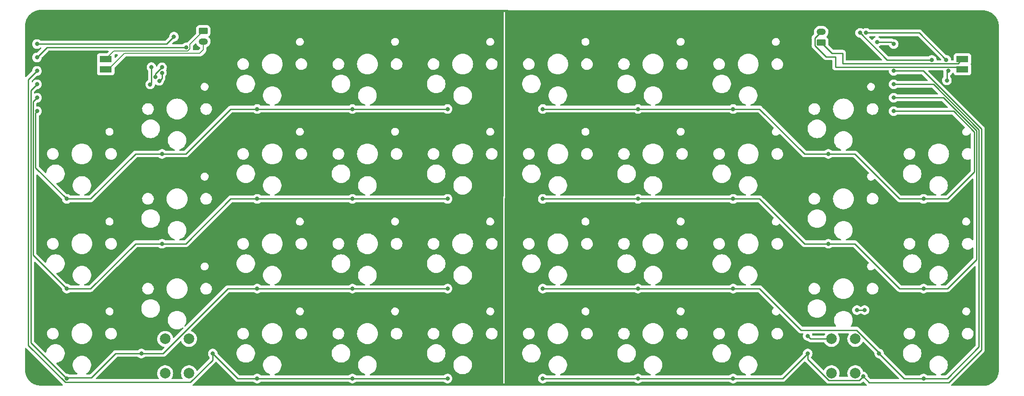
<source format=gbr>
%TF.GenerationSoftware,KiCad,Pcbnew,7.0.2-0*%
%TF.CreationDate,2024-08-24T17:52:38-04:00*%
%TF.ProjectId,PCB,5043422e-6b69-4636-9164-5f7063625858,rev?*%
%TF.SameCoordinates,Original*%
%TF.FileFunction,Copper,L1,Top*%
%TF.FilePolarity,Positive*%
%FSLAX46Y46*%
G04 Gerber Fmt 4.6, Leading zero omitted, Abs format (unit mm)*
G04 Created by KiCad (PCBNEW 7.0.2-0) date 2024-08-24 17:52:38*
%MOMM*%
%LPD*%
G01*
G04 APERTURE LIST*
G04 Aperture macros list*
%AMRoundRect*
0 Rectangle with rounded corners*
0 $1 Rounding radius*
0 $2 $3 $4 $5 $6 $7 $8 $9 X,Y pos of 4 corners*
0 Add a 4 corners polygon primitive as box body*
4,1,4,$2,$3,$4,$5,$6,$7,$8,$9,$2,$3,0*
0 Add four circle primitives for the rounded corners*
1,1,$1+$1,$2,$3*
1,1,$1+$1,$4,$5*
1,1,$1+$1,$6,$7*
1,1,$1+$1,$8,$9*
0 Add four rect primitives between the rounded corners*
20,1,$1+$1,$2,$3,$4,$5,0*
20,1,$1+$1,$4,$5,$6,$7,0*
20,1,$1+$1,$6,$7,$8,$9,0*
20,1,$1+$1,$8,$9,$2,$3,0*%
G04 Aperture macros list end*
%TA.AperFunction,ComponentPad*%
%ADD10C,2.000000*%
%TD*%
%TA.AperFunction,ComponentPad*%
%ADD11RoundRect,0.250000X0.625000X-0.350000X0.625000X0.350000X-0.625000X0.350000X-0.625000X-0.350000X0*%
%TD*%
%TA.AperFunction,ComponentPad*%
%ADD12O,1.750000X1.200000*%
%TD*%
%TA.AperFunction,ComponentPad*%
%ADD13R,2.300000X1.300000*%
%TD*%
%TA.AperFunction,ComponentPad*%
%ADD14RoundRect,0.250000X-0.625000X0.350000X-0.625000X-0.350000X0.625000X-0.350000X0.625000X0.350000X0*%
%TD*%
%TA.AperFunction,ViaPad*%
%ADD15C,0.800000*%
%TD*%
%TA.AperFunction,Conductor*%
%ADD16C,0.250000*%
%TD*%
%TA.AperFunction,Conductor*%
%ADD17C,0.200000*%
%TD*%
G04 APERTURE END LIST*
D10*
%TO.P,MX19,1,COL*%
%TO.N,/Col1*%
X51750000Y-92500000D03*
X51750000Y-86000000D03*
%TO.P,MX19,2,ROW*%
%TO.N,Net-(D19-A)*%
X56250000Y-92500000D03*
X56250000Y-86000000D03*
%TD*%
%TO.P,MX38,1,COL*%
%TO.N,/Col1B*%
X182250000Y-86000000D03*
X182250000Y-92500000D03*
%TO.P,MX38,2,ROW*%
%TO.N,Net-(D38-A)*%
X177750000Y-86000000D03*
X177750000Y-92500000D03*
%TD*%
D11*
%TO.P,J2,1,Pin_1*%
%TO.N,/Bat-B*%
X175800000Y-29900000D03*
D12*
%TO.P,J2,2,Pin_2*%
%TO.N,/Bat+B*%
X175800000Y-27900000D03*
%TD*%
D13*
%TO.P,U2,21,BAT-*%
%TO.N,/Bat-*%
X40500000Y-33095000D03*
%TO.P,U2,22,BAT+*%
%TO.N,/Bat+*%
X40500000Y-34995000D03*
%TD*%
%TO.P,U4,21,BAT-*%
%TO.N,/Bat-B*%
X202500000Y-33095000D03*
%TO.P,U4,22,BAT+*%
%TO.N,/Bat+B*%
X202500000Y-34995000D03*
%TD*%
D14*
%TO.P,J1,1,Pin_1*%
%TO.N,/Bat-*%
X58950000Y-27750000D03*
D12*
%TO.P,J1,2,Pin_2*%
%TO.N,/Bat+*%
X58950000Y-29750000D03*
%TD*%
D15*
%TO.N,/Row0*%
X87150000Y-42500000D03*
X27500000Y-42915000D03*
X51150000Y-51000000D03*
X69150000Y-42500000D03*
X33150000Y-59500000D03*
X105150000Y-42500000D03*
%TO.N,/Row1*%
X87150000Y-59500000D03*
X69150000Y-59500000D03*
X105150000Y-59500000D03*
X51150000Y-68000000D03*
X33150000Y-76500000D03*
X27500000Y-40375000D03*
%TO.N,/Row2*%
X87150000Y-76500000D03*
X33150000Y-93500000D03*
X69150000Y-76500000D03*
X47250000Y-88775000D03*
X105150000Y-76500000D03*
X27500000Y-37835000D03*
%TO.N,/Row3*%
X105150000Y-93500000D03*
X60750000Y-88775000D03*
X69150000Y-93500000D03*
X27500000Y-35295000D03*
X87150000Y-93500000D03*
%TO.N,/SCL*%
X50621956Y-37191555D03*
X51127098Y-35647500D03*
%TO.N,/SDA*%
X49915201Y-36484800D03*
X51150000Y-34600000D03*
%TO.N,GND*%
X27500000Y-30215000D03*
X53406000Y-28829000D03*
%TO.N,+3.3V*%
X48918500Y-37846000D03*
X27500000Y-32755000D03*
X49150000Y-34570500D03*
X55706000Y-30861000D03*
%TO.N,GND1*%
X186350000Y-29800000D03*
X189500000Y-30215000D03*
%TO.N,/Row0B*%
X159150000Y-42500000D03*
X195150000Y-59500000D03*
X123150000Y-42500000D03*
X177150000Y-51000000D03*
X141150000Y-42500000D03*
X189500000Y-42915000D03*
%TO.N,/Row1B*%
X141150000Y-59500000D03*
X123150000Y-59500000D03*
X189500000Y-40375000D03*
X177150000Y-68000000D03*
X159150000Y-59500000D03*
X195150000Y-76500000D03*
%TO.N,/Row2B*%
X195150000Y-93500000D03*
X186750000Y-88775000D03*
X141150000Y-76500000D03*
X159150000Y-76500000D03*
X123150000Y-76500000D03*
X189500000Y-37835000D03*
%TO.N,/Row3B*%
X123150000Y-93500000D03*
X159150000Y-93500000D03*
X183722903Y-93123668D03*
X173250000Y-88775000D03*
X189500000Y-35295000D03*
X141150000Y-93500000D03*
%TO.N,Net-(D31-A)*%
X183999500Y-80550498D03*
X182550500Y-80550498D03*
%TO.N,Net-(D38-A)*%
X173250000Y-85475000D03*
%TO.N,/SDAB*%
X196700000Y-33200000D03*
X183150000Y-28100000D03*
%TO.N,/SCLB*%
X199450000Y-33200000D03*
X199562701Y-37087299D03*
X184300000Y-28100000D03*
X199799098Y-35274500D03*
%TD*%
D16*
%TO.N,/Bat-B*%
X179825000Y-31925000D02*
X177825000Y-31925000D01*
X177825000Y-31925000D02*
X175800000Y-29900000D01*
%TO.N,/Bat+B*%
X178500000Y-32600000D02*
X176711827Y-32600000D01*
X176711827Y-32600000D02*
X174600000Y-30488173D01*
X174600000Y-30488173D02*
X174600000Y-29100000D01*
X174600000Y-29100000D02*
X175800000Y-27900000D01*
D17*
%TO.N,/Bat-*%
X55995950Y-31561000D02*
X56406000Y-31150950D01*
X56406000Y-31150950D02*
X56406000Y-30294000D01*
X56406000Y-30294000D02*
X58950000Y-27750000D01*
%TO.N,/Bat+*%
X58286792Y-31961000D02*
X58950000Y-31297792D01*
X58950000Y-31297792D02*
X58950000Y-29750000D01*
D16*
%TO.N,/Row0*%
X46150000Y-51000000D02*
X37650000Y-59500000D01*
X33150000Y-59500000D02*
X33098350Y-59500000D01*
X27225000Y-43190000D02*
X27500000Y-42915000D01*
X87150000Y-42500000D02*
X69150000Y-42500000D01*
X51150000Y-51000000D02*
X46150000Y-51000000D01*
X69150000Y-42500000D02*
X64150000Y-42500000D01*
X27225000Y-53626650D02*
X27225000Y-43190000D01*
X37650000Y-59500000D02*
X33150000Y-59500000D01*
X64150000Y-42500000D02*
X55650000Y-51000000D01*
X33098350Y-59500000D02*
X27225000Y-53626650D01*
X55650000Y-51000000D02*
X51150000Y-51000000D01*
X105150000Y-42500000D02*
X87150000Y-42500000D01*
%TO.N,/Row1*%
X64150000Y-59500000D02*
X55650000Y-68000000D01*
X26775000Y-41100000D02*
X27500000Y-40375000D01*
X33098350Y-76500000D02*
X26775000Y-70176650D01*
X33150000Y-76500000D02*
X33098350Y-76500000D01*
X55650000Y-68000000D02*
X51150000Y-68000000D01*
X51150000Y-68000000D02*
X46150000Y-68000000D01*
X46150000Y-68000000D02*
X37650000Y-76500000D01*
X105150000Y-59500000D02*
X87150000Y-59500000D01*
X69150000Y-59500000D02*
X64150000Y-59500000D01*
X37650000Y-76500000D02*
X33150000Y-76500000D01*
X26775000Y-70176650D02*
X26775000Y-41100000D01*
X87150000Y-59500000D02*
X69150000Y-59500000D01*
%TO.N,/Row2*%
X87150000Y-76500000D02*
X69150000Y-76500000D01*
X37818277Y-93331723D02*
X42375000Y-88775000D01*
X26325000Y-86726650D02*
X26325000Y-39010000D01*
X33150000Y-93500000D02*
X33318277Y-93331723D01*
X69150000Y-76500000D02*
X63628167Y-76500000D01*
X33150000Y-93500000D02*
X33098350Y-93500000D01*
X26325000Y-39010000D02*
X27500000Y-37835000D01*
X42375000Y-88775000D02*
X47250000Y-88775000D01*
X33098350Y-93500000D02*
X26325000Y-86726650D01*
X33318277Y-93331723D02*
X37818277Y-93331723D01*
X63628167Y-76500000D02*
X51353167Y-88775000D01*
X51353167Y-88775000D02*
X47250000Y-88775000D01*
X105150000Y-76500000D02*
X87150000Y-76500000D01*
%TO.N,/Row3*%
X60750000Y-88775000D02*
X60750000Y-89999000D01*
X60750000Y-89999000D02*
X56524000Y-94225000D01*
X69150000Y-93500000D02*
X65475000Y-93500000D01*
X56524000Y-94225000D02*
X32849695Y-94225000D01*
X87150000Y-93500000D02*
X69150000Y-93500000D01*
X65475000Y-93500000D02*
X60750000Y-88775000D01*
X32849695Y-94225000D02*
X25875000Y-87250305D01*
X25875000Y-36920000D02*
X27500000Y-35295000D01*
X25875000Y-87250305D02*
X25875000Y-36920000D01*
X105150000Y-93500000D02*
X87150000Y-93500000D01*
D17*
%TO.N,/Bat-*%
X42034000Y-31561000D02*
X55995950Y-31561000D01*
X40500000Y-33095000D02*
X42034000Y-31561000D01*
%TO.N,/Bat+*%
X44034000Y-31961000D02*
X58286792Y-31961000D01*
X41000000Y-34995000D02*
X44034000Y-31961000D01*
X40500000Y-34995000D02*
X41000000Y-34995000D01*
D16*
%TO.N,/SCL*%
X50621956Y-37191555D02*
X51127098Y-36686413D01*
X51127098Y-36686413D02*
X51127098Y-35647500D01*
%TO.N,/SDA*%
X49915201Y-35834799D02*
X51150000Y-34600000D01*
X49915201Y-36484800D02*
X49915201Y-35834799D01*
%TO.N,GND*%
X49550000Y-30215000D02*
X52020000Y-30215000D01*
X49550000Y-30215000D02*
X49477498Y-30215000D01*
X52020000Y-30215000D02*
X53406000Y-28829000D01*
X27500000Y-30215000D02*
X49550000Y-30215000D01*
%TO.N,+3.3V*%
X29394000Y-30861000D02*
X55706000Y-30861000D01*
X27500000Y-32755000D02*
X29394000Y-30861000D01*
X49150000Y-34570500D02*
X49150000Y-37614500D01*
X49150000Y-37614500D02*
X48918500Y-37846000D01*
%TO.N,GND1*%
X189085000Y-29800000D02*
X189500000Y-30215000D01*
X186350000Y-29800000D02*
X189085000Y-29800000D01*
%TO.N,/Row0B*%
X177150000Y-51000000D02*
X182150790Y-51000000D01*
X123150000Y-42500000D02*
X141150000Y-42500000D01*
X204725900Y-54424100D02*
X204725900Y-46825900D01*
X195150000Y-59500000D02*
X199650000Y-59500000D01*
X164150790Y-42500000D02*
X172650790Y-51000000D01*
X200815000Y-42915000D02*
X189500000Y-42915000D01*
X199650000Y-59500000D02*
X204725900Y-54424100D01*
X141150000Y-42500000D02*
X159150000Y-42500000D01*
X172650790Y-51000000D02*
X177150000Y-51000000D01*
X204725900Y-46825900D02*
X200815000Y-42915000D01*
X182150790Y-51000000D02*
X190650790Y-59500000D01*
X159150000Y-42500000D02*
X164150790Y-42500000D01*
X190650790Y-59500000D02*
X195150000Y-59500000D01*
%TO.N,/Row1B*%
X123150000Y-59500000D02*
X141150000Y-59500000D01*
X182150790Y-68000000D02*
X190650790Y-76500000D01*
X198911396Y-40375000D02*
X189500000Y-40375000D01*
X190650790Y-76500000D02*
X195150000Y-76500000D01*
X195150000Y-76500000D02*
X199650000Y-76500000D01*
X177150000Y-68000000D02*
X182150790Y-68000000D01*
X177150000Y-68000000D02*
X172650790Y-68000000D01*
X141150000Y-59500000D02*
X159150000Y-59500000D01*
X164150790Y-59500000D02*
X159150000Y-59500000D01*
X199650000Y-76500000D02*
X205175900Y-70974100D01*
X205175900Y-70974100D02*
X205175900Y-46639504D01*
X172650790Y-68000000D02*
X164150790Y-59500000D01*
X205175900Y-46639504D02*
X198911396Y-40375000D01*
%TO.N,/Row2B*%
X164150790Y-76500000D02*
X171975790Y-84325000D01*
X199650000Y-93500000D02*
X205625900Y-87524100D01*
X191475000Y-93500000D02*
X186750000Y-88775000D01*
X195150000Y-93500000D02*
X191475000Y-93500000D01*
X205625900Y-46453108D02*
X197007792Y-37835000D01*
X171975790Y-84325000D02*
X182448833Y-84325000D01*
X195150000Y-93500000D02*
X199650000Y-93500000D01*
X182448833Y-84325000D02*
X186750000Y-88626167D01*
X141150000Y-76500000D02*
X159150000Y-76500000D01*
X123150000Y-76500000D02*
X141150000Y-76500000D01*
X197007792Y-37835000D02*
X189500000Y-37835000D01*
X205625900Y-87524100D02*
X205625900Y-46453108D01*
X186750000Y-88626167D02*
X186750000Y-88775000D01*
X159150000Y-76500000D02*
X164150790Y-76500000D01*
%TO.N,/Row3B*%
X206075900Y-88099405D02*
X199925305Y-94250000D01*
X195104188Y-35295000D02*
X206075900Y-46266712D01*
X159150000Y-93500000D02*
X168525000Y-93500000D01*
X173250000Y-88775000D02*
X173250000Y-89873833D01*
X173250000Y-89873833D02*
X177201167Y-93825000D01*
X189500000Y-35295000D02*
X195104188Y-35295000D01*
X184849235Y-94250000D02*
X183722903Y-93123668D01*
X183021571Y-93825000D02*
X183722903Y-93123668D01*
X206075900Y-46266712D02*
X206075900Y-88099405D01*
X177201167Y-93825000D02*
X180000000Y-93825000D01*
X168525000Y-93500000D02*
X173250000Y-88775000D01*
X123150000Y-93500000D02*
X141150000Y-93500000D01*
X199925305Y-94250000D02*
X184849235Y-94250000D01*
X180000000Y-93825000D02*
X183021571Y-93825000D01*
X141150000Y-93500000D02*
X159150000Y-93500000D01*
%TO.N,Net-(D31-A)*%
X182550500Y-80550498D02*
X183999500Y-80550498D01*
%TO.N,Net-(D38-A)*%
X173775000Y-86000000D02*
X173250000Y-85475000D01*
X177750000Y-86000000D02*
X173775000Y-86000000D01*
%TO.N,/Bat-B*%
X201670000Y-33925000D02*
X202500000Y-33095000D01*
X179825000Y-33925000D02*
X201670000Y-33925000D01*
X179825000Y-33925000D02*
X179825000Y-31925000D01*
%TO.N,/Bat+B*%
X178500000Y-34550000D02*
X178500000Y-32600000D01*
X178500000Y-34550000D02*
X202055000Y-34550000D01*
X202055000Y-34550000D02*
X202500000Y-34995000D01*
%TO.N,/SDAB*%
X188250000Y-33200000D02*
X183150000Y-28100000D01*
X196700000Y-33200000D02*
X188250000Y-33200000D01*
%TO.N,/SCLB*%
X194350000Y-28100000D02*
X184300000Y-28100000D01*
X199562701Y-35510897D02*
X199799098Y-35274500D01*
X199562701Y-37087299D02*
X199562701Y-35510897D01*
X199450000Y-33200000D02*
X194350000Y-28100000D01*
%TD*%
%TA.AperFunction,NonConductor*%
G36*
X194106587Y-28745185D02*
G01*
X194127229Y-28761819D01*
X198453228Y-33087819D01*
X198486713Y-33149142D01*
X198481729Y-33218834D01*
X198439857Y-33274767D01*
X198374393Y-33299184D01*
X198365547Y-33299500D01*
X197727568Y-33299500D01*
X197660529Y-33279815D01*
X197614774Y-33227011D01*
X197604247Y-33188461D01*
X197603529Y-33181625D01*
X197585674Y-33011744D01*
X197527179Y-32831716D01*
X197527179Y-32831715D01*
X197432533Y-32667783D01*
X197305870Y-32527110D01*
X197152730Y-32415848D01*
X196979802Y-32338855D01*
X196794648Y-32299500D01*
X196794646Y-32299500D01*
X196605354Y-32299500D01*
X196605352Y-32299500D01*
X196420197Y-32338855D01*
X196247272Y-32415847D01*
X196169584Y-32472291D01*
X196094129Y-32527112D01*
X196088401Y-32533472D01*
X196028916Y-32570121D01*
X195996253Y-32574500D01*
X188560453Y-32574500D01*
X188493414Y-32554815D01*
X188472772Y-32538181D01*
X186733807Y-30799216D01*
X186700322Y-30737893D01*
X186705306Y-30668201D01*
X186747178Y-30612268D01*
X186771052Y-30598256D01*
X186796780Y-30586800D01*
X186802730Y-30584151D01*
X186955871Y-30472888D01*
X186961598Y-30466527D01*
X187021084Y-30429879D01*
X187053747Y-30425500D01*
X188531463Y-30425500D01*
X188598502Y-30445185D01*
X188644257Y-30497989D01*
X188649394Y-30511183D01*
X188672820Y-30583283D01*
X188767466Y-30747216D01*
X188894129Y-30887889D01*
X189047269Y-30999151D01*
X189220197Y-31076144D01*
X189405352Y-31115500D01*
X189405354Y-31115500D01*
X189594648Y-31115500D01*
X189736369Y-31085376D01*
X189779803Y-31076144D01*
X189952730Y-30999151D01*
X190062003Y-30919760D01*
X190105870Y-30887889D01*
X190111598Y-30881528D01*
X190232533Y-30747216D01*
X190327179Y-30583284D01*
X190385674Y-30403256D01*
X190405460Y-30215000D01*
X190385674Y-30026744D01*
X190327179Y-29846716D01*
X190327179Y-29846715D01*
X190232533Y-29682783D01*
X190105870Y-29542110D01*
X189952730Y-29430848D01*
X189779802Y-29353855D01*
X189594648Y-29314500D01*
X189594646Y-29314500D01*
X189530833Y-29314500D01*
X189469804Y-29296580D01*
X189469308Y-29297484D01*
X189465209Y-29295230D01*
X189463794Y-29294815D01*
X189462221Y-29293587D01*
X189438026Y-29280286D01*
X189421766Y-29269606D01*
X189405934Y-29257325D01*
X189365851Y-29239980D01*
X189355361Y-29234841D01*
X189317091Y-29213802D01*
X189297691Y-29208821D01*
X189279284Y-29202519D01*
X189260897Y-29194562D01*
X189217758Y-29187729D01*
X189206324Y-29185361D01*
X189164019Y-29174500D01*
X189143984Y-29174500D01*
X189124586Y-29172973D01*
X189117162Y-29171797D01*
X189104805Y-29169840D01*
X189104804Y-29169840D01*
X189075067Y-29172651D01*
X189061325Y-29173950D01*
X189049656Y-29174500D01*
X187053747Y-29174500D01*
X186986708Y-29154815D01*
X186961599Y-29133473D01*
X186955871Y-29127112D01*
X186802730Y-29015849D01*
X186802729Y-29015848D01*
X186802727Y-29015847D01*
X186683536Y-28962779D01*
X186630299Y-28917529D01*
X186609978Y-28850680D01*
X186629023Y-28783456D01*
X186681389Y-28737201D01*
X186733972Y-28725500D01*
X194039548Y-28725500D01*
X194106587Y-28745185D01*
G37*
%TD.AperFunction*%
%TA.AperFunction,NonConductor*%
G36*
X186033067Y-28745185D02*
G01*
X186078822Y-28797989D01*
X186088766Y-28867147D01*
X186059741Y-28930703D01*
X186016464Y-28962779D01*
X185897269Y-29015848D01*
X185744129Y-29127110D01*
X185617466Y-29267784D01*
X185546332Y-29390992D01*
X185495765Y-29439208D01*
X185427158Y-29452431D01*
X185362293Y-29426462D01*
X185351264Y-29416673D01*
X184893625Y-28959034D01*
X184860140Y-28897711D01*
X184865124Y-28828019D01*
X184898341Y-28783646D01*
X184897150Y-28782573D01*
X184905869Y-28772889D01*
X184905871Y-28772888D01*
X184911598Y-28766526D01*
X184971085Y-28729879D01*
X185003748Y-28725500D01*
X185966028Y-28725500D01*
X186033067Y-28745185D01*
G37*
%TD.AperFunction*%
%TA.AperFunction,NonConductor*%
G36*
X176481223Y-84970185D02*
G01*
X176526978Y-85022989D01*
X176536922Y-85092147D01*
X176517993Y-85142321D01*
X176425826Y-85283392D01*
X176418406Y-85300310D01*
X176373450Y-85353796D01*
X176306714Y-85374486D01*
X176304850Y-85374500D01*
X174254279Y-85374500D01*
X174187240Y-85354815D01*
X174141485Y-85302011D01*
X174136348Y-85288818D01*
X174079162Y-85112818D01*
X174077167Y-85042977D01*
X174113247Y-84983144D01*
X174175948Y-84952316D01*
X174197093Y-84950500D01*
X176414184Y-84950500D01*
X176481223Y-84970185D01*
G37*
%TD.AperFunction*%
%TA.AperFunction,NonConductor*%
G36*
X25455703Y-87716044D02*
G01*
X25462181Y-87722076D01*
X32348891Y-94608787D01*
X32361792Y-94624889D01*
X32373881Y-94636242D01*
X32409275Y-94696483D01*
X32406481Y-94766297D01*
X32366387Y-94823518D01*
X32301721Y-94849978D01*
X32288961Y-94850633D01*
X28253226Y-94849500D01*
X28246771Y-94849330D01*
X28116617Y-94842509D01*
X27936111Y-94832372D01*
X27923666Y-94831040D01*
X27774369Y-94807394D01*
X27614690Y-94780263D01*
X27603374Y-94777791D01*
X27453298Y-94737579D01*
X27300828Y-94693653D01*
X27290735Y-94690268D01*
X27145353Y-94634462D01*
X27142337Y-94633259D01*
X26998247Y-94573575D01*
X26989404Y-94569498D01*
X26849934Y-94498433D01*
X26846250Y-94496477D01*
X26710460Y-94421430D01*
X26702921Y-94416907D01*
X26571266Y-94331409D01*
X26567051Y-94328546D01*
X26440851Y-94239002D01*
X26434570Y-94234239D01*
X26312431Y-94135333D01*
X26307840Y-94131427D01*
X26192574Y-94028419D01*
X26187520Y-94023640D01*
X26076358Y-93912478D01*
X26071579Y-93907424D01*
X25968567Y-93792154D01*
X25964665Y-93787567D01*
X25865759Y-93665428D01*
X25860996Y-93659147D01*
X25771452Y-93532947D01*
X25768604Y-93528754D01*
X25683081Y-93397061D01*
X25678568Y-93389538D01*
X25603521Y-93253748D01*
X25601565Y-93250064D01*
X25535296Y-93120007D01*
X25530497Y-93110589D01*
X25526430Y-93101768D01*
X25466714Y-92957599D01*
X25465562Y-92954710D01*
X25409729Y-92809260D01*
X25406347Y-92799174D01*
X25362414Y-92646679D01*
X25360318Y-92638855D01*
X25322202Y-92496605D01*
X25319738Y-92485323D01*
X25292601Y-92325606D01*
X25268956Y-92176316D01*
X25267627Y-92163890D01*
X25265702Y-92129608D01*
X25257503Y-91983627D01*
X25250669Y-91853243D01*
X25250500Y-91846755D01*
X25250500Y-87809757D01*
X25270185Y-87742718D01*
X25322989Y-87696963D01*
X25392147Y-87687019D01*
X25455703Y-87716044D01*
G37*
%TD.AperFunction*%
%TA.AperFunction,NonConductor*%
G36*
X206348178Y-23850470D02*
G01*
X206348280Y-23850500D01*
X206396755Y-23850500D01*
X206403243Y-23850669D01*
X206533628Y-23857503D01*
X206713910Y-23867628D01*
X206726309Y-23868955D01*
X206875647Y-23892608D01*
X207035321Y-23919737D01*
X207046619Y-23922205D01*
X207196693Y-23962418D01*
X207349188Y-24006351D01*
X207359253Y-24009726D01*
X207504710Y-24065562D01*
X207507599Y-24066714D01*
X207651768Y-24126430D01*
X207660594Y-24130500D01*
X207800064Y-24201565D01*
X207803748Y-24203521D01*
X207866084Y-24237972D01*
X207939548Y-24278574D01*
X207947061Y-24283081D01*
X208078754Y-24368604D01*
X208082947Y-24371452D01*
X208209147Y-24460996D01*
X208215428Y-24465759D01*
X208337567Y-24564665D01*
X208342158Y-24568571D01*
X208457424Y-24671579D01*
X208462478Y-24676358D01*
X208573640Y-24787520D01*
X208578419Y-24792574D01*
X208681427Y-24907840D01*
X208685333Y-24912431D01*
X208784239Y-25034570D01*
X208789002Y-25040851D01*
X208878546Y-25167051D01*
X208881409Y-25171266D01*
X208966907Y-25302921D01*
X208971430Y-25310460D01*
X209046477Y-25446250D01*
X209048433Y-25449934D01*
X209119498Y-25589404D01*
X209123575Y-25598247D01*
X209183259Y-25742337D01*
X209184462Y-25745353D01*
X209240265Y-25890727D01*
X209243655Y-25900836D01*
X209287579Y-26053297D01*
X209327793Y-26203379D01*
X209330262Y-26214685D01*
X209357394Y-26374369D01*
X209381040Y-26523670D01*
X209382371Y-26536108D01*
X209392509Y-26716617D01*
X209399330Y-26846756D01*
X209399500Y-26853246D01*
X209399500Y-91896753D01*
X209399330Y-91903243D01*
X209392509Y-92033382D01*
X209382372Y-92213887D01*
X209381040Y-92226331D01*
X209357394Y-92375629D01*
X209330263Y-92535308D01*
X209327791Y-92546624D01*
X209287579Y-92696701D01*
X209243653Y-92849170D01*
X209240268Y-92859263D01*
X209184462Y-93004645D01*
X209183259Y-93007661D01*
X209123575Y-93151751D01*
X209119498Y-93160594D01*
X209048433Y-93300064D01*
X209046477Y-93303748D01*
X208971430Y-93439538D01*
X208966897Y-93447094D01*
X208881412Y-93578728D01*
X208878546Y-93582947D01*
X208789002Y-93709147D01*
X208784239Y-93715428D01*
X208685333Y-93837567D01*
X208681427Y-93842158D01*
X208578419Y-93957424D01*
X208573640Y-93962478D01*
X208462478Y-94073640D01*
X208457424Y-94078419D01*
X208342158Y-94181427D01*
X208337567Y-94185333D01*
X208215428Y-94284239D01*
X208209147Y-94289002D01*
X208082947Y-94378546D01*
X208078728Y-94381412D01*
X207947094Y-94466897D01*
X207939538Y-94471430D01*
X207803748Y-94546477D01*
X207800064Y-94548433D01*
X207660594Y-94619498D01*
X207651751Y-94623575D01*
X207507661Y-94683259D01*
X207504645Y-94684462D01*
X207359271Y-94740265D01*
X207349162Y-94743655D01*
X207196702Y-94787579D01*
X207046619Y-94827793D01*
X207035313Y-94830262D01*
X206875630Y-94857394D01*
X206726327Y-94881040D01*
X206713889Y-94882371D01*
X206533536Y-94892500D01*
X206403261Y-94899328D01*
X206396736Y-94899498D01*
X200464645Y-94897833D01*
X200397611Y-94878130D01*
X200351871Y-94825313D01*
X200341947Y-94756152D01*
X200369133Y-94694797D01*
X200384729Y-94675943D01*
X200392584Y-94667309D01*
X206459689Y-88600205D01*
X206475785Y-88587311D01*
X206477773Y-88585192D01*
X206477777Y-88585191D01*
X206523849Y-88536128D01*
X206526434Y-88533460D01*
X206546020Y-88513876D01*
X206548485Y-88510697D01*
X206556067Y-88501821D01*
X206585962Y-88469987D01*
X206595612Y-88452432D01*
X206606300Y-88436162D01*
X206618571Y-88420343D01*
X206618573Y-88420341D01*
X206635926Y-88380237D01*
X206641057Y-88369767D01*
X206662097Y-88331497D01*
X206667075Y-88312104D01*
X206673381Y-88293687D01*
X206680676Y-88276830D01*
X206681338Y-88275301D01*
X206688172Y-88232150D01*
X206690535Y-88220736D01*
X206701400Y-88178424D01*
X206701400Y-88158388D01*
X206702927Y-88138989D01*
X206704380Y-88129815D01*
X206706060Y-88119209D01*
X206701950Y-88075729D01*
X206701400Y-88064060D01*
X206701400Y-46349455D01*
X206703664Y-46328951D01*
X206701461Y-46258838D01*
X206701400Y-46254943D01*
X206701400Y-46231252D01*
X206701400Y-46227362D01*
X206700898Y-46223389D01*
X206699980Y-46211730D01*
X206699857Y-46207803D01*
X206698609Y-46168085D01*
X206693020Y-46148852D01*
X206689074Y-46129794D01*
X206686564Y-46109918D01*
X206670488Y-46069316D01*
X206666704Y-46058265D01*
X206654576Y-46016522D01*
X206654518Y-46016322D01*
X206644314Y-45999067D01*
X206635761Y-45981607D01*
X206628386Y-45962981D01*
X206628386Y-45962980D01*
X206602708Y-45927637D01*
X206596301Y-45917883D01*
X206574069Y-45880291D01*
X206559906Y-45866128D01*
X206547267Y-45851329D01*
X206535495Y-45835125D01*
X206501841Y-45807285D01*
X206493199Y-45799421D01*
X196080960Y-35387181D01*
X196047475Y-35325858D01*
X196052459Y-35256166D01*
X196094331Y-35200233D01*
X196159795Y-35175816D01*
X196168641Y-35175500D01*
X198771582Y-35175500D01*
X198838621Y-35195185D01*
X198884376Y-35247989D01*
X198894903Y-35286539D01*
X198913424Y-35462758D01*
X198931131Y-35517257D01*
X198937200Y-35555574D01*
X198937200Y-36388612D01*
X198917515Y-36455651D01*
X198905350Y-36471584D01*
X198830167Y-36555082D01*
X198735521Y-36719014D01*
X198677027Y-36899041D01*
X198663170Y-37030890D01*
X198657241Y-37087299D01*
X198663071Y-37142771D01*
X198677027Y-37275556D01*
X198735521Y-37455583D01*
X198830167Y-37619515D01*
X198956830Y-37760188D01*
X199109970Y-37871450D01*
X199282898Y-37948443D01*
X199468053Y-37987799D01*
X199468055Y-37987799D01*
X199657349Y-37987799D01*
X199780784Y-37961561D01*
X199842504Y-37948443D01*
X200015431Y-37871450D01*
X200065602Y-37834999D01*
X200168571Y-37760188D01*
X200295234Y-37619515D01*
X200389880Y-37455583D01*
X200407979Y-37399879D01*
X200448375Y-37275555D01*
X200468161Y-37087299D01*
X200448375Y-36899043D01*
X200398032Y-36744104D01*
X200389880Y-36719014D01*
X200295234Y-36555082D01*
X200220051Y-36471583D01*
X200189821Y-36408592D01*
X200188201Y-36388612D01*
X200188201Y-36279148D01*
X200188201Y-36167503D01*
X200207884Y-36100467D01*
X200243608Y-36069511D01*
X200241284Y-36066312D01*
X200404968Y-35947389D01*
X200404969Y-35947388D01*
X200531631Y-35806716D01*
X200619871Y-35653878D01*
X200670438Y-35605662D01*
X200739045Y-35592438D01*
X200803910Y-35618406D01*
X200844439Y-35675320D01*
X200850549Y-35702623D01*
X200855909Y-35752483D01*
X200906204Y-35887331D01*
X200992454Y-36002546D01*
X201107669Y-36088796D01*
X201242517Y-36139091D01*
X201302127Y-36145500D01*
X203697872Y-36145499D01*
X203757483Y-36139091D01*
X203892331Y-36088796D01*
X204007546Y-36002546D01*
X204093796Y-35887331D01*
X204144091Y-35752483D01*
X204150500Y-35692873D01*
X204150499Y-34297128D01*
X204144091Y-34237517D01*
X204093796Y-34102669D01*
X204093793Y-34102665D01*
X204088448Y-34088334D01*
X204083464Y-34018642D01*
X204088448Y-34001666D01*
X204093793Y-33987334D01*
X204093796Y-33987331D01*
X204144091Y-33852483D01*
X204150500Y-33792873D01*
X204150499Y-32397128D01*
X204144091Y-32337517D01*
X204093796Y-32202669D01*
X204007546Y-32087454D01*
X203892331Y-32001204D01*
X203757483Y-31950909D01*
X203697873Y-31944500D01*
X203694550Y-31944500D01*
X201305439Y-31944500D01*
X201305420Y-31944500D01*
X201302128Y-31944501D01*
X201298848Y-31944853D01*
X201298840Y-31944854D01*
X201242515Y-31950909D01*
X201107669Y-32001204D01*
X200992454Y-32087454D01*
X200906204Y-32202668D01*
X200855909Y-32337516D01*
X200852075Y-32373181D01*
X200849500Y-32397127D01*
X200849500Y-32831716D01*
X200849501Y-33175500D01*
X200829817Y-33242539D01*
X200777013Y-33288294D01*
X200725501Y-33299500D01*
X200477568Y-33299500D01*
X200410529Y-33279815D01*
X200364774Y-33227011D01*
X200354247Y-33188461D01*
X200353529Y-33181625D01*
X200335674Y-33011744D01*
X200277179Y-32831716D01*
X200277179Y-32831715D01*
X200182533Y-32667783D01*
X200055870Y-32527110D01*
X199902730Y-32415848D01*
X199729802Y-32338855D01*
X199544648Y-32299500D01*
X199544646Y-32299500D01*
X199485453Y-32299500D01*
X199418414Y-32279815D01*
X199397772Y-32263181D01*
X194850802Y-27716211D01*
X194837906Y-27700113D01*
X194786775Y-27652098D01*
X194783978Y-27649387D01*
X194767227Y-27632636D01*
X194764471Y-27629880D01*
X194761290Y-27627412D01*
X194752422Y-27619837D01*
X194720582Y-27589938D01*
X194703024Y-27580285D01*
X194686764Y-27569604D01*
X194670936Y-27557327D01*
X194630851Y-27539980D01*
X194620361Y-27534841D01*
X194582091Y-27513802D01*
X194562691Y-27508821D01*
X194544284Y-27502519D01*
X194525897Y-27494562D01*
X194482758Y-27487729D01*
X194471324Y-27485361D01*
X194429019Y-27474500D01*
X194408984Y-27474500D01*
X194389586Y-27472973D01*
X194382162Y-27471797D01*
X194369805Y-27469840D01*
X194369804Y-27469840D01*
X194336751Y-27472964D01*
X194326325Y-27473950D01*
X194314656Y-27474500D01*
X185003747Y-27474500D01*
X184936708Y-27454815D01*
X184911599Y-27433473D01*
X184905871Y-27427112D01*
X184752730Y-27315849D01*
X184752729Y-27315848D01*
X184752727Y-27315847D01*
X184579802Y-27238855D01*
X184394648Y-27199500D01*
X184394646Y-27199500D01*
X184205354Y-27199500D01*
X184205352Y-27199500D01*
X184020197Y-27238855D01*
X183847271Y-27315848D01*
X183797884Y-27351729D01*
X183732078Y-27375208D01*
X183664024Y-27359382D01*
X183652116Y-27351729D01*
X183626656Y-27333232D01*
X183602730Y-27315849D01*
X183602726Y-27315847D01*
X183429802Y-27238855D01*
X183244648Y-27199500D01*
X183244646Y-27199500D01*
X183055354Y-27199500D01*
X183055352Y-27199500D01*
X182870197Y-27238855D01*
X182697269Y-27315848D01*
X182544129Y-27427110D01*
X182417466Y-27567783D01*
X182322820Y-27731715D01*
X182264326Y-27911742D01*
X182250336Y-28044849D01*
X182244540Y-28100000D01*
X182250913Y-28160633D01*
X182264326Y-28288257D01*
X182322820Y-28468284D01*
X182417466Y-28632216D01*
X182544129Y-28772889D01*
X182697269Y-28884151D01*
X182870197Y-28961144D01*
X183055352Y-29000500D01*
X183055354Y-29000500D01*
X183114548Y-29000500D01*
X183181587Y-29020185D01*
X183202229Y-29036819D01*
X187253228Y-33087819D01*
X187286713Y-33149142D01*
X187281729Y-33218834D01*
X187239857Y-33274767D01*
X187174393Y-33299184D01*
X187165547Y-33299500D01*
X180574500Y-33299500D01*
X180507461Y-33279815D01*
X180461706Y-33227011D01*
X180450500Y-33175500D01*
X180450500Y-31995845D01*
X180452697Y-31972607D01*
X180454227Y-31964588D01*
X180453366Y-31950909D01*
X180450745Y-31909240D01*
X180450500Y-31901454D01*
X180450500Y-31889543D01*
X180450500Y-31885650D01*
X180448516Y-31869951D01*
X180447789Y-31862266D01*
X180444304Y-31806862D01*
X180441777Y-31799086D01*
X180436688Y-31776317D01*
X180435664Y-31768208D01*
X180415233Y-31716606D01*
X180412608Y-31709315D01*
X180395467Y-31656559D01*
X180391087Y-31649657D01*
X180380495Y-31628869D01*
X180377486Y-31621268D01*
X180344870Y-31576377D01*
X180340503Y-31569949D01*
X180310786Y-31523123D01*
X180304833Y-31517533D01*
X180289396Y-31500023D01*
X180284593Y-31493412D01*
X180241861Y-31458061D01*
X180236018Y-31452910D01*
X180195582Y-31414938D01*
X180188415Y-31410998D01*
X180169113Y-31397879D01*
X180162824Y-31392676D01*
X180131749Y-31378053D01*
X180112633Y-31369058D01*
X180105700Y-31365525D01*
X180057093Y-31338803D01*
X180053813Y-31337961D01*
X180049173Y-31336769D01*
X180027223Y-31328866D01*
X180019826Y-31325386D01*
X180019824Y-31325385D01*
X179965356Y-31314994D01*
X179957759Y-31313296D01*
X179904021Y-31299500D01*
X179904019Y-31299500D01*
X179895849Y-31299500D01*
X179872615Y-31297304D01*
X179864587Y-31295772D01*
X179809241Y-31299255D01*
X179801455Y-31299500D01*
X178135453Y-31299500D01*
X178068414Y-31279815D01*
X178047772Y-31263181D01*
X177208739Y-30424148D01*
X177175254Y-30362825D01*
X177173063Y-30323860D01*
X177175500Y-30300009D01*
X177175499Y-29499992D01*
X177164999Y-29397203D01*
X177109814Y-29230666D01*
X177017712Y-29081344D01*
X177017711Y-29081342D01*
X176893658Y-28957289D01*
X176830260Y-28918185D01*
X176783536Y-28866237D01*
X176772313Y-28797274D01*
X176800157Y-28733192D01*
X176818703Y-28715177D01*
X176837886Y-28700092D01*
X176975519Y-28541256D01*
X177080604Y-28359244D01*
X177149344Y-28160633D01*
X177179254Y-27952602D01*
X177169254Y-27742670D01*
X177119704Y-27538424D01*
X177108460Y-27513803D01*
X177032397Y-27347247D01*
X176910487Y-27176050D01*
X176910486Y-27176048D01*
X176758378Y-27031014D01*
X176726257Y-27010371D01*
X176581574Y-26917387D01*
X176413247Y-26850000D01*
X176386457Y-26839275D01*
X176386456Y-26839274D01*
X176386454Y-26839274D01*
X176180086Y-26799500D01*
X176180085Y-26799500D01*
X175472575Y-26799500D01*
X175469645Y-26799779D01*
X175469619Y-26799781D01*
X175315784Y-26814471D01*
X175114126Y-26873683D01*
X174927315Y-26969990D01*
X174762115Y-27099906D01*
X174624479Y-27258745D01*
X174519396Y-27440754D01*
X174450655Y-27639366D01*
X174420746Y-27847396D01*
X174430746Y-28057330D01*
X174478235Y-28253081D01*
X174474910Y-28322872D01*
X174445411Y-28369996D01*
X174216208Y-28599199D01*
X174200110Y-28612096D01*
X174152096Y-28663225D01*
X174149392Y-28666016D01*
X174132628Y-28682780D01*
X174132621Y-28682787D01*
X174129880Y-28685529D01*
X174127499Y-28688597D01*
X174127490Y-28688608D01*
X174127411Y-28688711D01*
X174119842Y-28697572D01*
X174089935Y-28729420D01*
X174080285Y-28746974D01*
X174069609Y-28763228D01*
X174057326Y-28779063D01*
X174039975Y-28819158D01*
X174034838Y-28829644D01*
X174013802Y-28867907D01*
X174008821Y-28887309D01*
X174002520Y-28905711D01*
X173994561Y-28924102D01*
X173987728Y-28967242D01*
X173985360Y-28978674D01*
X173974500Y-29020977D01*
X173974500Y-29041016D01*
X173972972Y-29060414D01*
X173969840Y-29080196D01*
X173969949Y-29081344D01*
X173973950Y-29123673D01*
X173974500Y-29135343D01*
X173974500Y-30405429D01*
X173972235Y-30425939D01*
X173974439Y-30496045D01*
X173974500Y-30499940D01*
X173974500Y-30527523D01*
X173974988Y-30531392D01*
X173974989Y-30531398D01*
X173975004Y-30531516D01*
X173975918Y-30543140D01*
X173977290Y-30586799D01*
X173982879Y-30606033D01*
X173986825Y-30625089D01*
X173989335Y-30644965D01*
X174005414Y-30685577D01*
X174009197Y-30696624D01*
X174021382Y-30738564D01*
X174031580Y-30755808D01*
X174040136Y-30773273D01*
X174047514Y-30791905D01*
X174047515Y-30791906D01*
X174073180Y-30827232D01*
X174079593Y-30836995D01*
X174101826Y-30874589D01*
X174101829Y-30874592D01*
X174101830Y-30874593D01*
X174115995Y-30888758D01*
X174128627Y-30903548D01*
X174140406Y-30919760D01*
X174174058Y-30947599D01*
X174182699Y-30955462D01*
X176211023Y-32983787D01*
X176223923Y-32999888D01*
X176275050Y-33047900D01*
X176277847Y-33050611D01*
X176297356Y-33070120D01*
X176300536Y-33072587D01*
X176309398Y-33080155D01*
X176341244Y-33110062D01*
X176341245Y-33110062D01*
X176358797Y-33119711D01*
X176375065Y-33130397D01*
X176390891Y-33142673D01*
X176430973Y-33160017D01*
X176441460Y-33165155D01*
X176479734Y-33186197D01*
X176488237Y-33188379D01*
X176499135Y-33191178D01*
X176517540Y-33197478D01*
X176535931Y-33205437D01*
X176579077Y-33212270D01*
X176590495Y-33214635D01*
X176632808Y-33225500D01*
X176652843Y-33225500D01*
X176672242Y-33227027D01*
X176692023Y-33230160D01*
X176735501Y-33226050D01*
X176747171Y-33225500D01*
X177750500Y-33225500D01*
X177817539Y-33245185D01*
X177863294Y-33297989D01*
X177874500Y-33349500D01*
X177874500Y-34479151D01*
X177872304Y-34502385D01*
X177870772Y-34510412D01*
X177874255Y-34565757D01*
X177874500Y-34573544D01*
X177874500Y-34589350D01*
X177874987Y-34593209D01*
X177874988Y-34593218D01*
X177876481Y-34605035D01*
X177877213Y-34612787D01*
X177880695Y-34668137D01*
X177883220Y-34675908D01*
X177888310Y-34698678D01*
X177889335Y-34706788D01*
X177889336Y-34706792D01*
X177909602Y-34757978D01*
X177909753Y-34758360D01*
X177912390Y-34765684D01*
X177919725Y-34788256D01*
X177929533Y-34818441D01*
X177929534Y-34818442D01*
X177933910Y-34825339D01*
X177944500Y-34846123D01*
X177947513Y-34853732D01*
X177980120Y-34898612D01*
X177984498Y-34905053D01*
X178014214Y-34951877D01*
X178020167Y-34957467D01*
X178035603Y-34974976D01*
X178040406Y-34981587D01*
X178083146Y-35016945D01*
X178088978Y-35022087D01*
X178129418Y-35060062D01*
X178136578Y-35063998D01*
X178155883Y-35077117D01*
X178162179Y-35082326D01*
X178212363Y-35105941D01*
X178219302Y-35109476D01*
X178267906Y-35136196D01*
X178267908Y-35136197D01*
X178275822Y-35138228D01*
X178297774Y-35146132D01*
X178300425Y-35147379D01*
X178305174Y-35149614D01*
X178359673Y-35160010D01*
X178367263Y-35161707D01*
X178420981Y-35175500D01*
X178429151Y-35175500D01*
X178452385Y-35177696D01*
X178460412Y-35179227D01*
X178515759Y-35175745D01*
X178523545Y-35175500D01*
X188470330Y-35175500D01*
X188537369Y-35195185D01*
X188583124Y-35247989D01*
X188593651Y-35286539D01*
X188614326Y-35483257D01*
X188672820Y-35663284D01*
X188767466Y-35827216D01*
X188894129Y-35967889D01*
X189047269Y-36079151D01*
X189220197Y-36156144D01*
X189405352Y-36195500D01*
X189405354Y-36195500D01*
X189594648Y-36195500D01*
X189726344Y-36167507D01*
X189779803Y-36156144D01*
X189952730Y-36079151D01*
X190105871Y-35967888D01*
X190111598Y-35961527D01*
X190171084Y-35924879D01*
X190203747Y-35920500D01*
X194793736Y-35920500D01*
X194860775Y-35940185D01*
X194881417Y-35956819D01*
X195922417Y-36997819D01*
X195955902Y-37059142D01*
X195950918Y-37128834D01*
X195909046Y-37184767D01*
X195843582Y-37209184D01*
X195834736Y-37209500D01*
X190203747Y-37209500D01*
X190136708Y-37189815D01*
X190111599Y-37168473D01*
X190105871Y-37162112D01*
X189952730Y-37050849D01*
X189952729Y-37050848D01*
X189952727Y-37050847D01*
X189779802Y-36973855D01*
X189594648Y-36934500D01*
X189594646Y-36934500D01*
X189405354Y-36934500D01*
X189405352Y-36934500D01*
X189220197Y-36973855D01*
X189047269Y-37050848D01*
X188894129Y-37162110D01*
X188767466Y-37302783D01*
X188672820Y-37466715D01*
X188614326Y-37646742D01*
X188614325Y-37646744D01*
X188614326Y-37646744D01*
X188594540Y-37835000D01*
X188596525Y-37853884D01*
X188614326Y-38023257D01*
X188672820Y-38203284D01*
X188767466Y-38367216D01*
X188894129Y-38507889D01*
X189047269Y-38619151D01*
X189220197Y-38696144D01*
X189405352Y-38735500D01*
X189405354Y-38735500D01*
X189594648Y-38735500D01*
X189718084Y-38709262D01*
X189779803Y-38696144D01*
X189952730Y-38619151D01*
X190105871Y-38507888D01*
X190111598Y-38501527D01*
X190171084Y-38464879D01*
X190203747Y-38460500D01*
X196697340Y-38460500D01*
X196764379Y-38480185D01*
X196785021Y-38496819D01*
X197826021Y-39537819D01*
X197859506Y-39599142D01*
X197854522Y-39668834D01*
X197812650Y-39724767D01*
X197747186Y-39749184D01*
X197738340Y-39749500D01*
X190203747Y-39749500D01*
X190136708Y-39729815D01*
X190111599Y-39708473D01*
X190105871Y-39702112D01*
X189952730Y-39590849D01*
X189952729Y-39590848D01*
X189952727Y-39590847D01*
X189779802Y-39513855D01*
X189594648Y-39474500D01*
X189594646Y-39474500D01*
X189405354Y-39474500D01*
X189405352Y-39474500D01*
X189220197Y-39513855D01*
X189047269Y-39590848D01*
X188894129Y-39702110D01*
X188767466Y-39842783D01*
X188672820Y-40006715D01*
X188614326Y-40186742D01*
X188594540Y-40375000D01*
X188614326Y-40563257D01*
X188672820Y-40743284D01*
X188767466Y-40907216D01*
X188894129Y-41047889D01*
X189047269Y-41159151D01*
X189220197Y-41236144D01*
X189405352Y-41275500D01*
X189405354Y-41275500D01*
X189594648Y-41275500D01*
X189718084Y-41249262D01*
X189779803Y-41236144D01*
X189952730Y-41159151D01*
X190105871Y-41047888D01*
X190111598Y-41041527D01*
X190171084Y-41004879D01*
X190203747Y-41000500D01*
X198600944Y-41000500D01*
X198667983Y-41020185D01*
X198688625Y-41036819D01*
X199729625Y-42077819D01*
X199763110Y-42139142D01*
X199758126Y-42208834D01*
X199716254Y-42264767D01*
X199650790Y-42289184D01*
X199641944Y-42289500D01*
X190203747Y-42289500D01*
X190136708Y-42269815D01*
X190111599Y-42248473D01*
X190105871Y-42242112D01*
X189952730Y-42130849D01*
X189952729Y-42130848D01*
X189952727Y-42130847D01*
X189779802Y-42053855D01*
X189594648Y-42014500D01*
X189594646Y-42014500D01*
X189405354Y-42014500D01*
X189405352Y-42014500D01*
X189220197Y-42053855D01*
X189047269Y-42130848D01*
X188894129Y-42242110D01*
X188767466Y-42382783D01*
X188672820Y-42546715D01*
X188614326Y-42726742D01*
X188594540Y-42915000D01*
X188614326Y-43103257D01*
X188672820Y-43283284D01*
X188767466Y-43447216D01*
X188894129Y-43587889D01*
X189047269Y-43699151D01*
X189220197Y-43776144D01*
X189405352Y-43815500D01*
X189405354Y-43815500D01*
X189594648Y-43815500D01*
X189718084Y-43789262D01*
X189779803Y-43776144D01*
X189952730Y-43699151D01*
X190105871Y-43587888D01*
X190111598Y-43581527D01*
X190171084Y-43544879D01*
X190203747Y-43540500D01*
X200504548Y-43540500D01*
X200571587Y-43560185D01*
X200592229Y-43576819D01*
X202937017Y-45921607D01*
X202970502Y-45982930D01*
X202965518Y-46052622D01*
X202923646Y-46108555D01*
X202891751Y-46125808D01*
X202883008Y-46128990D01*
X202737346Y-46224794D01*
X202617704Y-46351606D01*
X202530533Y-46502591D01*
X202505968Y-46584646D01*
X202489213Y-46640614D01*
X202480531Y-46669613D01*
X202470392Y-46843659D01*
X202478797Y-46891322D01*
X202500668Y-47015354D01*
X202569721Y-47175438D01*
X202673832Y-47315283D01*
X202807386Y-47427349D01*
X202963185Y-47505594D01*
X203132829Y-47545800D01*
X203132831Y-47545800D01*
X203259837Y-47545800D01*
X203263436Y-47545800D01*
X203393164Y-47530637D01*
X203556993Y-47471008D01*
X203702654Y-47375205D01*
X203822296Y-47248393D01*
X203869013Y-47167475D01*
X203919580Y-47119261D01*
X203988187Y-47106037D01*
X204053051Y-47132005D01*
X204093580Y-47188919D01*
X204100400Y-47229476D01*
X204100400Y-49870770D01*
X204080715Y-49937809D01*
X204027911Y-49983564D01*
X203958753Y-49993508D01*
X203930314Y-49985888D01*
X203811710Y-49938406D01*
X203605172Y-49898600D01*
X203605171Y-49898600D01*
X203447532Y-49898600D01*
X203444602Y-49898879D01*
X203444576Y-49898881D01*
X203290613Y-49913583D01*
X203088786Y-49972844D01*
X202901832Y-50069227D01*
X202774582Y-50169297D01*
X202736490Y-50199253D01*
X202722111Y-50215847D01*
X202598743Y-50358220D01*
X202493574Y-50540379D01*
X202424777Y-50739154D01*
X202394843Y-50947352D01*
X202394843Y-50947355D01*
X202404852Y-51157459D01*
X202454442Y-51361871D01*
X202471804Y-51399888D01*
X202541822Y-51553208D01*
X202622518Y-51666528D01*
X202663831Y-51724544D01*
X202816063Y-51869697D01*
X202816065Y-51869698D01*
X202816066Y-51869699D01*
X202993009Y-51983414D01*
X202993014Y-51983416D01*
X203188288Y-52061593D01*
X203317084Y-52086416D01*
X203394828Y-52101400D01*
X203394829Y-52101400D01*
X203549514Y-52101400D01*
X203552468Y-52101400D01*
X203555419Y-52101118D01*
X203555423Y-52101118D01*
X203611839Y-52095730D01*
X203709389Y-52086416D01*
X203911211Y-52027156D01*
X203919578Y-52022842D01*
X203988182Y-52009617D01*
X204053048Y-52035582D01*
X204093578Y-52092495D01*
X204100400Y-52133056D01*
X204100400Y-54113647D01*
X204080715Y-54180686D01*
X204064081Y-54201328D01*
X199427228Y-58838181D01*
X199365905Y-58871666D01*
X199339547Y-58874500D01*
X198535417Y-58874500D01*
X198468378Y-58854815D01*
X198422623Y-58802011D01*
X198412679Y-58732853D01*
X198441704Y-58669297D01*
X198500482Y-58631523D01*
X198507813Y-58629611D01*
X198517416Y-58627420D01*
X198761643Y-58531568D01*
X198988857Y-58400386D01*
X199193981Y-58236805D01*
X199293273Y-58129792D01*
X199372428Y-58044485D01*
X199372429Y-58044482D01*
X199372433Y-58044479D01*
X199520228Y-57827704D01*
X199634063Y-57591323D01*
X199711396Y-57340615D01*
X199750500Y-57081182D01*
X199750500Y-56818818D01*
X199711396Y-56559385D01*
X199634063Y-56308677D01*
X199520228Y-56072296D01*
X199372433Y-55855521D01*
X199372432Y-55855520D01*
X199372428Y-55855514D01*
X199193984Y-55663198D01*
X199193983Y-55663197D01*
X199193981Y-55663195D01*
X198988857Y-55499614D01*
X198988856Y-55499613D01*
X198761641Y-55368431D01*
X198517418Y-55272580D01*
X198261627Y-55214197D01*
X198067808Y-55199673D01*
X198067797Y-55199672D01*
X198065494Y-55199500D01*
X197934506Y-55199500D01*
X197932203Y-55199672D01*
X197932191Y-55199673D01*
X197738372Y-55214197D01*
X197482581Y-55272580D01*
X197238358Y-55368431D01*
X197011143Y-55499613D01*
X196806015Y-55663198D01*
X196627571Y-55855514D01*
X196578595Y-55927349D01*
X196479772Y-56072296D01*
X196365937Y-56308677D01*
X196288604Y-56559385D01*
X196249500Y-56818818D01*
X196249500Y-57081182D01*
X196288604Y-57340615D01*
X196365937Y-57591323D01*
X196479772Y-57827704D01*
X196604850Y-58011159D01*
X196627571Y-58044485D01*
X196781063Y-58209909D01*
X196806019Y-58236805D01*
X197011143Y-58400386D01*
X197238357Y-58531568D01*
X197482584Y-58627420D01*
X197492176Y-58629609D01*
X197553154Y-58663718D01*
X197586012Y-58725379D01*
X197580317Y-58795017D01*
X197537877Y-58850520D01*
X197472167Y-58874268D01*
X197464583Y-58874500D01*
X195853747Y-58874500D01*
X195786708Y-58854815D01*
X195761599Y-58833473D01*
X195755871Y-58827112D01*
X195602730Y-58715849D01*
X195602729Y-58715848D01*
X195602727Y-58715847D01*
X195429802Y-58638855D01*
X195244648Y-58599500D01*
X195244646Y-58599500D01*
X195055354Y-58599500D01*
X195055352Y-58599500D01*
X194870197Y-58638855D01*
X194697272Y-58715847D01*
X194615228Y-58775456D01*
X194544129Y-58827112D01*
X194538401Y-58833472D01*
X194478916Y-58870121D01*
X194446253Y-58874500D01*
X190961243Y-58874500D01*
X190894204Y-58854815D01*
X190873562Y-58838181D01*
X186916563Y-54881182D01*
X191249500Y-54881182D01*
X191288604Y-55140615D01*
X191365937Y-55391323D01*
X191479772Y-55627704D01*
X191615766Y-55827170D01*
X191627571Y-55844485D01*
X191777059Y-56005594D01*
X191806019Y-56036805D01*
X192011143Y-56200386D01*
X192238357Y-56331568D01*
X192482584Y-56427420D01*
X192738370Y-56485802D01*
X192934506Y-56500500D01*
X192936823Y-56500500D01*
X193063177Y-56500500D01*
X193065494Y-56500500D01*
X193261630Y-56485802D01*
X193517416Y-56427420D01*
X193761643Y-56331568D01*
X193988857Y-56200386D01*
X194193981Y-56036805D01*
X194362188Y-55855521D01*
X194372428Y-55844485D01*
X194372429Y-55844482D01*
X194372433Y-55844479D01*
X194520228Y-55627704D01*
X194634063Y-55391323D01*
X194711396Y-55140615D01*
X194750500Y-54881182D01*
X194750500Y-54618818D01*
X194711396Y-54359385D01*
X194634063Y-54108677D01*
X194520228Y-53872296D01*
X194372433Y-53655521D01*
X194372432Y-53655520D01*
X194372428Y-53655514D01*
X194193984Y-53463198D01*
X194193983Y-53463197D01*
X194193981Y-53463195D01*
X193988857Y-53299614D01*
X193988856Y-53299613D01*
X193761641Y-53168431D01*
X193517418Y-53072580D01*
X193261627Y-53014197D01*
X193067808Y-52999673D01*
X193067797Y-52999672D01*
X193065494Y-52999500D01*
X192934506Y-52999500D01*
X192932203Y-52999672D01*
X192932191Y-52999673D01*
X192738372Y-53014197D01*
X192482581Y-53072580D01*
X192238358Y-53168431D01*
X192011143Y-53299613D01*
X191806015Y-53463198D01*
X191627571Y-53655514D01*
X191527070Y-53802922D01*
X191479772Y-53872296D01*
X191365937Y-54108677D01*
X191288604Y-54359385D01*
X191249500Y-54618818D01*
X191249500Y-54881182D01*
X186916563Y-54881182D01*
X182982736Y-50947355D01*
X191394843Y-50947355D01*
X191404852Y-51157459D01*
X191454442Y-51361871D01*
X191471804Y-51399888D01*
X191541822Y-51553208D01*
X191622518Y-51666528D01*
X191663831Y-51724544D01*
X191816063Y-51869697D01*
X191816065Y-51869698D01*
X191816066Y-51869699D01*
X191993009Y-51983414D01*
X191993014Y-51983416D01*
X192188288Y-52061593D01*
X192317084Y-52086416D01*
X192394828Y-52101400D01*
X192394829Y-52101400D01*
X192549514Y-52101400D01*
X192552468Y-52101400D01*
X192555419Y-52101118D01*
X192555423Y-52101118D01*
X192611839Y-52095730D01*
X192709389Y-52086416D01*
X192911211Y-52027156D01*
X193098170Y-51930771D01*
X193263510Y-51800747D01*
X193401255Y-51641781D01*
X193506426Y-51459619D01*
X193575222Y-51260846D01*
X193605157Y-51052645D01*
X193602649Y-51000000D01*
X196029980Y-51000000D01*
X196050033Y-51280363D01*
X196109780Y-51555016D01*
X196208007Y-51818375D01*
X196342713Y-52065071D01*
X196369698Y-52101118D01*
X196511159Y-52290088D01*
X196709912Y-52488841D01*
X196878673Y-52615174D01*
X196934928Y-52657286D01*
X197181624Y-52791992D01*
X197313303Y-52841105D01*
X197444982Y-52890219D01*
X197719637Y-52949967D01*
X197929825Y-52965000D01*
X197932040Y-52965000D01*
X198067960Y-52965000D01*
X198070175Y-52965000D01*
X198280363Y-52949967D01*
X198555018Y-52890219D01*
X198818375Y-52791992D01*
X199065073Y-52657285D01*
X199290088Y-52488841D01*
X199488841Y-52290088D01*
X199657285Y-52065073D01*
X199791992Y-51818375D01*
X199890219Y-51555018D01*
X199949967Y-51280363D01*
X199970019Y-51000000D01*
X199949967Y-50719637D01*
X199890219Y-50444982D01*
X199811099Y-50232853D01*
X199791992Y-50181624D01*
X199657286Y-49934928D01*
X199609258Y-49870770D01*
X199488841Y-49709912D01*
X199290088Y-49511159D01*
X199177580Y-49426936D01*
X199065071Y-49342713D01*
X198818375Y-49208007D01*
X198555016Y-49109780D01*
X198280363Y-49050033D01*
X198072385Y-49035158D01*
X198072383Y-49035157D01*
X198070175Y-49035000D01*
X197929825Y-49035000D01*
X197927617Y-49035157D01*
X197927614Y-49035158D01*
X197719636Y-49050033D01*
X197444983Y-49109780D01*
X197181624Y-49208007D01*
X196934928Y-49342713D01*
X196709909Y-49511161D01*
X196511161Y-49709909D01*
X196342713Y-49934928D01*
X196208007Y-50181624D01*
X196109780Y-50444983D01*
X196050033Y-50719636D01*
X196029980Y-51000000D01*
X193602649Y-51000000D01*
X193595148Y-50842541D01*
X193545558Y-50638129D01*
X193458179Y-50446795D01*
X193458178Y-50446794D01*
X193458177Y-50446791D01*
X193336170Y-50275458D01*
X193336169Y-50275456D01*
X193183937Y-50130303D01*
X193183934Y-50130301D01*
X193183933Y-50130300D01*
X193006990Y-50016585D01*
X192860634Y-49957992D01*
X192811712Y-49938407D01*
X192811711Y-49938406D01*
X192811709Y-49938406D01*
X192605172Y-49898600D01*
X192605171Y-49898600D01*
X192447532Y-49898600D01*
X192444602Y-49898879D01*
X192444576Y-49898881D01*
X192290613Y-49913583D01*
X192088786Y-49972844D01*
X191901832Y-50069227D01*
X191774582Y-50169297D01*
X191736490Y-50199253D01*
X191722111Y-50215847D01*
X191598743Y-50358220D01*
X191493574Y-50540379D01*
X191424777Y-50739154D01*
X191394843Y-50947352D01*
X191394843Y-50947355D01*
X182982736Y-50947355D01*
X182651592Y-50616211D01*
X182638696Y-50600113D01*
X182587565Y-50552098D01*
X182584768Y-50549387D01*
X182568017Y-50532636D01*
X182568016Y-50532636D01*
X182565261Y-50529880D01*
X182562080Y-50527412D01*
X182553212Y-50519837D01*
X182521372Y-50489938D01*
X182503814Y-50480285D01*
X182487554Y-50469604D01*
X182471726Y-50457327D01*
X182431641Y-50439980D01*
X182421151Y-50434841D01*
X182382881Y-50413802D01*
X182363481Y-50408821D01*
X182345074Y-50402519D01*
X182326687Y-50394562D01*
X182283548Y-50387729D01*
X182272114Y-50385361D01*
X182229809Y-50374500D01*
X182209774Y-50374500D01*
X182190376Y-50372973D01*
X182182123Y-50371666D01*
X182170595Y-50369840D01*
X182170594Y-50369840D01*
X182144274Y-50372328D01*
X182127115Y-50373950D01*
X182115446Y-50374500D01*
X180535417Y-50374500D01*
X180468378Y-50354815D01*
X180422623Y-50302011D01*
X180412679Y-50232853D01*
X180441704Y-50169297D01*
X180500482Y-50131523D01*
X180507813Y-50129611D01*
X180517416Y-50127420D01*
X180761643Y-50031568D01*
X180988857Y-49900386D01*
X181193981Y-49736805D01*
X181293273Y-49629792D01*
X181372428Y-49544485D01*
X181372429Y-49544482D01*
X181372433Y-49544479D01*
X181520228Y-49327704D01*
X181634063Y-49091323D01*
X181711396Y-48840615D01*
X181750500Y-48581182D01*
X181750500Y-48318818D01*
X181711396Y-48059385D01*
X181634063Y-47808677D01*
X181520228Y-47572296D01*
X181372433Y-47355521D01*
X181372432Y-47355520D01*
X181372428Y-47355514D01*
X181193984Y-47163198D01*
X181193983Y-47163197D01*
X181193981Y-47163195D01*
X180988857Y-46999614D01*
X180988856Y-46999613D01*
X180761641Y-46868431D01*
X180517418Y-46772580D01*
X180261627Y-46714197D01*
X180067808Y-46699673D01*
X180067797Y-46699672D01*
X180065494Y-46699500D01*
X179934506Y-46699500D01*
X179932203Y-46699672D01*
X179932191Y-46699673D01*
X179738372Y-46714197D01*
X179482581Y-46772580D01*
X179238358Y-46868431D01*
X179011143Y-46999613D01*
X178806015Y-47163198D01*
X178627571Y-47355514D01*
X178578595Y-47427349D01*
X178479772Y-47572296D01*
X178365937Y-47808677D01*
X178288604Y-48059385D01*
X178249500Y-48318818D01*
X178249500Y-48581182D01*
X178288604Y-48840615D01*
X178365937Y-49091323D01*
X178479772Y-49327704D01*
X178604850Y-49511159D01*
X178627571Y-49544485D01*
X178781063Y-49709909D01*
X178806019Y-49736805D01*
X179011143Y-49900386D01*
X179238357Y-50031568D01*
X179482584Y-50127420D01*
X179492176Y-50129609D01*
X179553154Y-50163718D01*
X179586012Y-50225379D01*
X179580317Y-50295017D01*
X179537877Y-50350520D01*
X179472167Y-50374268D01*
X179464583Y-50374500D01*
X177853747Y-50374500D01*
X177786708Y-50354815D01*
X177761599Y-50333473D01*
X177755871Y-50327112D01*
X177602730Y-50215849D01*
X177602729Y-50215848D01*
X177602727Y-50215847D01*
X177429802Y-50138855D01*
X177244648Y-50099500D01*
X177244646Y-50099500D01*
X177055354Y-50099500D01*
X177055352Y-50099500D01*
X176870197Y-50138855D01*
X176697272Y-50215847D01*
X176615228Y-50275456D01*
X176544129Y-50327112D01*
X176538401Y-50333472D01*
X176478916Y-50370121D01*
X176446253Y-50374500D01*
X172961243Y-50374500D01*
X172894204Y-50354815D01*
X172873562Y-50338181D01*
X168916563Y-46381182D01*
X173249500Y-46381182D01*
X173288604Y-46640615D01*
X173365937Y-46891323D01*
X173479772Y-47127704D01*
X173615766Y-47327170D01*
X173627571Y-47344485D01*
X173777059Y-47505594D01*
X173806019Y-47536805D01*
X174011143Y-47700386D01*
X174238357Y-47831568D01*
X174482584Y-47927420D01*
X174738370Y-47985802D01*
X174934506Y-48000500D01*
X174936823Y-48000500D01*
X175063177Y-48000500D01*
X175065494Y-48000500D01*
X175261630Y-47985802D01*
X175517416Y-47927420D01*
X175761643Y-47831568D01*
X175988857Y-47700386D01*
X176193981Y-47536805D01*
X176362188Y-47355521D01*
X176372428Y-47344485D01*
X176372429Y-47344482D01*
X176372433Y-47344479D01*
X176520228Y-47127704D01*
X176634063Y-46891323D01*
X176711396Y-46640615D01*
X176750500Y-46381182D01*
X176750500Y-46118818D01*
X176711396Y-45859385D01*
X176634063Y-45608677D01*
X176520228Y-45372296D01*
X176372433Y-45155521D01*
X176372432Y-45155520D01*
X176372428Y-45155514D01*
X176193984Y-44963198D01*
X176193983Y-44963197D01*
X176193981Y-44963195D01*
X175988857Y-44799614D01*
X175988856Y-44799613D01*
X175761641Y-44668431D01*
X175517418Y-44572580D01*
X175261627Y-44514197D01*
X175067808Y-44499673D01*
X175067797Y-44499672D01*
X175065494Y-44499500D01*
X174934506Y-44499500D01*
X174932203Y-44499672D01*
X174932191Y-44499673D01*
X174738372Y-44514197D01*
X174482581Y-44572580D01*
X174238358Y-44668431D01*
X174011143Y-44799613D01*
X173806015Y-44963198D01*
X173627571Y-45155514D01*
X173527070Y-45302922D01*
X173479772Y-45372296D01*
X173365937Y-45608677D01*
X173288604Y-45859385D01*
X173249500Y-46118818D01*
X173249500Y-46381182D01*
X168916563Y-46381182D01*
X164982733Y-42447352D01*
X173394843Y-42447352D01*
X173404852Y-42657460D01*
X173454442Y-42861870D01*
X173541822Y-43053208D01*
X173650762Y-43206191D01*
X173663831Y-43224544D01*
X173816063Y-43369697D01*
X173816065Y-43369698D01*
X173816066Y-43369699D01*
X173993009Y-43483414D01*
X173993014Y-43483416D01*
X174188288Y-43561593D01*
X174291722Y-43581528D01*
X174394828Y-43601400D01*
X174394829Y-43601400D01*
X174549514Y-43601400D01*
X174552468Y-43601400D01*
X174555419Y-43601118D01*
X174555423Y-43601118D01*
X174611839Y-43595730D01*
X174709389Y-43586416D01*
X174911211Y-43527156D01*
X175098170Y-43430771D01*
X175263510Y-43300747D01*
X175401255Y-43141781D01*
X175506426Y-42959619D01*
X175575222Y-42760846D01*
X175605157Y-42552645D01*
X175602649Y-42499999D01*
X178029980Y-42499999D01*
X178050033Y-42780363D01*
X178109780Y-43055016D01*
X178208007Y-43318375D01*
X178342713Y-43565071D01*
X178369698Y-43601118D01*
X178511159Y-43790088D01*
X178709912Y-43988841D01*
X178878673Y-44115173D01*
X178934928Y-44157286D01*
X179181624Y-44291992D01*
X179313303Y-44341105D01*
X179444982Y-44390219D01*
X179719637Y-44449967D01*
X179929825Y-44465000D01*
X179932040Y-44465000D01*
X180067960Y-44465000D01*
X180070175Y-44465000D01*
X180280363Y-44449967D01*
X180555018Y-44390219D01*
X180818375Y-44291992D01*
X181065073Y-44157285D01*
X181290088Y-43988841D01*
X181488841Y-43790088D01*
X181657285Y-43565073D01*
X181791992Y-43318375D01*
X181890219Y-43055018D01*
X181949967Y-42780363D01*
X181970019Y-42500000D01*
X181966254Y-42447352D01*
X184394843Y-42447352D01*
X184404852Y-42657460D01*
X184454442Y-42861870D01*
X184541822Y-43053208D01*
X184650762Y-43206191D01*
X184663831Y-43224544D01*
X184816063Y-43369697D01*
X184816065Y-43369698D01*
X184816066Y-43369699D01*
X184993009Y-43483414D01*
X184993014Y-43483416D01*
X185188288Y-43561593D01*
X185291722Y-43581528D01*
X185394828Y-43601400D01*
X185394829Y-43601400D01*
X185549514Y-43601400D01*
X185552468Y-43601400D01*
X185555419Y-43601118D01*
X185555423Y-43601118D01*
X185611839Y-43595730D01*
X185709389Y-43586416D01*
X185911211Y-43527156D01*
X186098170Y-43430771D01*
X186263510Y-43300747D01*
X186401255Y-43141781D01*
X186506426Y-42959619D01*
X186575222Y-42760846D01*
X186605157Y-42552645D01*
X186595148Y-42342541D01*
X186545558Y-42138129D01*
X186458179Y-41946795D01*
X186458178Y-41946794D01*
X186458177Y-41946791D01*
X186336170Y-41775458D01*
X186336169Y-41775456D01*
X186183937Y-41630303D01*
X186183934Y-41630301D01*
X186183933Y-41630300D01*
X186006990Y-41516585D01*
X185860634Y-41457992D01*
X185811712Y-41438407D01*
X185811711Y-41438406D01*
X185811709Y-41438406D01*
X185605172Y-41398600D01*
X185605171Y-41398600D01*
X185447532Y-41398600D01*
X185444602Y-41398879D01*
X185444576Y-41398881D01*
X185290613Y-41413583D01*
X185088786Y-41472844D01*
X184901832Y-41569227D01*
X184774582Y-41669297D01*
X184736490Y-41699253D01*
X184722111Y-41715847D01*
X184598743Y-41858220D01*
X184493574Y-42040379D01*
X184424777Y-42239154D01*
X184394843Y-42447352D01*
X181966254Y-42447352D01*
X181949967Y-42219637D01*
X181890219Y-41944982D01*
X181811099Y-41732853D01*
X181791992Y-41681624D01*
X181657286Y-41434928D01*
X181600514Y-41359090D01*
X181488841Y-41209912D01*
X181290088Y-41011159D01*
X181151236Y-40907216D01*
X181065071Y-40842713D01*
X180818375Y-40708007D01*
X180555016Y-40609780D01*
X180280363Y-40550033D01*
X180072385Y-40535158D01*
X180072383Y-40535157D01*
X180070175Y-40535000D01*
X179929825Y-40535000D01*
X179927617Y-40535157D01*
X179927614Y-40535158D01*
X179719636Y-40550033D01*
X179444983Y-40609780D01*
X179181624Y-40708007D01*
X178934928Y-40842713D01*
X178709909Y-41011161D01*
X178511161Y-41209909D01*
X178342713Y-41434928D01*
X178208007Y-41681624D01*
X178109780Y-41944983D01*
X178050033Y-42219636D01*
X178029980Y-42499999D01*
X175602649Y-42499999D01*
X175595148Y-42342541D01*
X175545558Y-42138129D01*
X175458179Y-41946795D01*
X175458178Y-41946794D01*
X175458177Y-41946791D01*
X175336170Y-41775458D01*
X175336169Y-41775456D01*
X175183937Y-41630303D01*
X175183934Y-41630301D01*
X175183933Y-41630300D01*
X175006990Y-41516585D01*
X174860634Y-41457992D01*
X174811712Y-41438407D01*
X174811711Y-41438406D01*
X174811709Y-41438406D01*
X174605172Y-41398600D01*
X174605171Y-41398600D01*
X174447532Y-41398600D01*
X174444602Y-41398879D01*
X174444576Y-41398881D01*
X174290613Y-41413583D01*
X174088786Y-41472844D01*
X173901832Y-41569227D01*
X173774582Y-41669297D01*
X173736490Y-41699253D01*
X173722111Y-41715847D01*
X173598743Y-41858220D01*
X173493574Y-42040379D01*
X173424777Y-42239154D01*
X173394843Y-42447352D01*
X164982733Y-42447352D01*
X164651592Y-42116211D01*
X164638696Y-42100113D01*
X164587565Y-42052098D01*
X164584768Y-42049387D01*
X164568017Y-42032636D01*
X164568016Y-42032636D01*
X164565261Y-42029880D01*
X164562080Y-42027412D01*
X164553212Y-42019837D01*
X164521372Y-41989938D01*
X164503814Y-41980285D01*
X164487554Y-41969604D01*
X164471726Y-41957327D01*
X164431641Y-41939980D01*
X164421151Y-41934841D01*
X164382881Y-41913802D01*
X164363481Y-41908821D01*
X164345074Y-41902519D01*
X164326687Y-41894562D01*
X164283548Y-41887729D01*
X164272114Y-41885361D01*
X164229809Y-41874500D01*
X164209774Y-41874500D01*
X164190376Y-41872973D01*
X164182952Y-41871797D01*
X164170595Y-41869840D01*
X164170594Y-41869840D01*
X164144274Y-41872328D01*
X164127115Y-41873950D01*
X164115446Y-41874500D01*
X162535417Y-41874500D01*
X162468378Y-41854815D01*
X162422623Y-41802011D01*
X162412679Y-41732853D01*
X162441704Y-41669297D01*
X162500482Y-41631523D01*
X162507813Y-41629611D01*
X162517416Y-41627420D01*
X162761643Y-41531568D01*
X162988857Y-41400386D01*
X163193981Y-41236805D01*
X163293273Y-41129792D01*
X163372428Y-41044485D01*
X163372429Y-41044482D01*
X163372433Y-41044479D01*
X163520228Y-40827704D01*
X163634063Y-40591323D01*
X163711396Y-40340615D01*
X163750500Y-40081182D01*
X163750500Y-39818818D01*
X163711396Y-39559385D01*
X163634063Y-39308677D01*
X163520228Y-39072296D01*
X163372433Y-38855521D01*
X163372432Y-38855520D01*
X163372428Y-38855514D01*
X163193984Y-38663198D01*
X163193983Y-38663197D01*
X163193981Y-38663195D01*
X162988857Y-38499614D01*
X162988856Y-38499613D01*
X162761641Y-38368431D01*
X162698523Y-38343659D01*
X184470392Y-38343659D01*
X184476486Y-38378216D01*
X184500668Y-38515354D01*
X184569721Y-38675438D01*
X184673832Y-38815283D01*
X184807386Y-38927349D01*
X184963185Y-39005594D01*
X185132829Y-39045800D01*
X185132831Y-39045800D01*
X185259837Y-39045800D01*
X185263436Y-39045800D01*
X185393164Y-39030637D01*
X185556993Y-38971008D01*
X185702654Y-38875205D01*
X185822296Y-38748393D01*
X185909467Y-38597407D01*
X185959469Y-38430388D01*
X185969607Y-38256340D01*
X185939332Y-38084646D01*
X185870279Y-37924562D01*
X185766168Y-37784717D01*
X185632614Y-37672651D01*
X185476815Y-37594406D01*
X185307171Y-37554200D01*
X185176564Y-37554200D01*
X185172997Y-37554616D01*
X185172995Y-37554617D01*
X185046833Y-37569363D01*
X184883005Y-37628992D01*
X184737346Y-37724794D01*
X184617704Y-37851606D01*
X184530533Y-38002591D01*
X184521053Y-38034257D01*
X184489213Y-38140614D01*
X184480531Y-38169613D01*
X184470392Y-38343659D01*
X162698523Y-38343659D01*
X162517418Y-38272580D01*
X162261627Y-38214197D01*
X162067808Y-38199673D01*
X162067797Y-38199672D01*
X162065494Y-38199500D01*
X161934506Y-38199500D01*
X161932203Y-38199672D01*
X161932191Y-38199673D01*
X161738372Y-38214197D01*
X161482581Y-38272580D01*
X161238358Y-38368431D01*
X161011143Y-38499613D01*
X160806015Y-38663198D01*
X160627571Y-38855514D01*
X160578595Y-38927349D01*
X160479772Y-39072296D01*
X160365937Y-39308677D01*
X160288604Y-39559385D01*
X160249500Y-39818818D01*
X160249500Y-40081182D01*
X160288604Y-40340615D01*
X160365937Y-40591323D01*
X160479772Y-40827704D01*
X160597583Y-41000500D01*
X160627571Y-41044485D01*
X160806015Y-41236801D01*
X160806019Y-41236805D01*
X161011143Y-41400386D01*
X161238357Y-41531568D01*
X161482584Y-41627420D01*
X161492176Y-41629609D01*
X161553154Y-41663718D01*
X161586012Y-41725379D01*
X161580317Y-41795017D01*
X161537877Y-41850520D01*
X161472167Y-41874268D01*
X161464583Y-41874500D01*
X159853747Y-41874500D01*
X159786708Y-41854815D01*
X159761599Y-41833473D01*
X159755871Y-41827112D01*
X159602730Y-41715849D01*
X159602729Y-41715848D01*
X159602727Y-41715847D01*
X159429802Y-41638855D01*
X159244648Y-41599500D01*
X159244646Y-41599500D01*
X159055354Y-41599500D01*
X159055352Y-41599500D01*
X158870197Y-41638855D01*
X158697272Y-41715847D01*
X158615228Y-41775456D01*
X158544129Y-41827112D01*
X158538401Y-41833472D01*
X158478916Y-41870121D01*
X158446253Y-41874500D01*
X144535417Y-41874500D01*
X144468378Y-41854815D01*
X144422623Y-41802011D01*
X144412679Y-41732853D01*
X144441704Y-41669297D01*
X144500482Y-41631523D01*
X144507813Y-41629611D01*
X144517416Y-41627420D01*
X144761643Y-41531568D01*
X144988857Y-41400386D01*
X145193981Y-41236805D01*
X145293273Y-41129792D01*
X145372428Y-41044485D01*
X145372429Y-41044482D01*
X145372433Y-41044479D01*
X145520228Y-40827704D01*
X145634063Y-40591323D01*
X145711396Y-40340615D01*
X145750500Y-40081182D01*
X145750500Y-39818818D01*
X145711396Y-39559385D01*
X145634063Y-39308677D01*
X145520228Y-39072296D01*
X145372433Y-38855521D01*
X145372432Y-38855520D01*
X145372428Y-38855514D01*
X145193984Y-38663198D01*
X145193983Y-38663197D01*
X145193981Y-38663195D01*
X144988857Y-38499614D01*
X144988856Y-38499613D01*
X144761641Y-38368431D01*
X144517418Y-38272580D01*
X144261627Y-38214197D01*
X144067808Y-38199673D01*
X144067797Y-38199672D01*
X144065494Y-38199500D01*
X143934506Y-38199500D01*
X143932203Y-38199672D01*
X143932191Y-38199673D01*
X143738372Y-38214197D01*
X143482581Y-38272580D01*
X143238358Y-38368431D01*
X143011143Y-38499613D01*
X142806015Y-38663198D01*
X142627571Y-38855514D01*
X142578595Y-38927349D01*
X142479772Y-39072296D01*
X142365937Y-39308677D01*
X142288604Y-39559385D01*
X142249500Y-39818818D01*
X142249500Y-40081182D01*
X142288604Y-40340615D01*
X142365937Y-40591323D01*
X142479772Y-40827704D01*
X142597583Y-41000500D01*
X142627571Y-41044485D01*
X142806015Y-41236801D01*
X142806019Y-41236805D01*
X143011143Y-41400386D01*
X143238357Y-41531568D01*
X143482584Y-41627420D01*
X143492176Y-41629609D01*
X143553154Y-41663718D01*
X143586012Y-41725379D01*
X143580317Y-41795017D01*
X143537877Y-41850520D01*
X143472167Y-41874268D01*
X143464583Y-41874500D01*
X141853747Y-41874500D01*
X141786708Y-41854815D01*
X141761599Y-41833473D01*
X141755871Y-41827112D01*
X141602730Y-41715849D01*
X141602729Y-41715848D01*
X141602727Y-41715847D01*
X141429802Y-41638855D01*
X141244648Y-41599500D01*
X141244646Y-41599500D01*
X141055354Y-41599500D01*
X141055352Y-41599500D01*
X140870197Y-41638855D01*
X140697272Y-41715847D01*
X140615228Y-41775456D01*
X140544129Y-41827112D01*
X140538401Y-41833472D01*
X140478916Y-41870121D01*
X140446253Y-41874500D01*
X126535417Y-41874500D01*
X126468378Y-41854815D01*
X126422623Y-41802011D01*
X126412679Y-41732853D01*
X126441704Y-41669297D01*
X126500482Y-41631523D01*
X126507813Y-41629611D01*
X126517416Y-41627420D01*
X126761643Y-41531568D01*
X126988857Y-41400386D01*
X127193981Y-41236805D01*
X127293273Y-41129792D01*
X127372428Y-41044485D01*
X127372429Y-41044482D01*
X127372433Y-41044479D01*
X127520228Y-40827704D01*
X127634063Y-40591323D01*
X127711396Y-40340615D01*
X127750500Y-40081182D01*
X127750500Y-39818818D01*
X127711396Y-39559385D01*
X127634063Y-39308677D01*
X127520228Y-39072296D01*
X127372433Y-38855521D01*
X127372432Y-38855520D01*
X127372428Y-38855514D01*
X127193984Y-38663198D01*
X127193983Y-38663197D01*
X127193981Y-38663195D01*
X126988857Y-38499614D01*
X126988856Y-38499613D01*
X126761641Y-38368431D01*
X126517418Y-38272580D01*
X126261627Y-38214197D01*
X126067808Y-38199673D01*
X126067797Y-38199672D01*
X126065494Y-38199500D01*
X125934506Y-38199500D01*
X125932203Y-38199672D01*
X125932191Y-38199673D01*
X125738372Y-38214197D01*
X125482581Y-38272580D01*
X125238358Y-38368431D01*
X125011143Y-38499613D01*
X124806015Y-38663198D01*
X124627571Y-38855514D01*
X124578595Y-38927349D01*
X124479772Y-39072296D01*
X124365937Y-39308677D01*
X124288604Y-39559385D01*
X124249500Y-39818818D01*
X124249500Y-40081182D01*
X124288604Y-40340615D01*
X124365937Y-40591323D01*
X124479772Y-40827704D01*
X124597583Y-41000500D01*
X124627571Y-41044485D01*
X124806015Y-41236801D01*
X124806019Y-41236805D01*
X125011143Y-41400386D01*
X125238357Y-41531568D01*
X125482584Y-41627420D01*
X125492176Y-41629609D01*
X125553154Y-41663718D01*
X125586012Y-41725379D01*
X125580317Y-41795017D01*
X125537877Y-41850520D01*
X125472167Y-41874268D01*
X125464583Y-41874500D01*
X123853747Y-41874500D01*
X123786708Y-41854815D01*
X123761599Y-41833473D01*
X123755871Y-41827112D01*
X123602730Y-41715849D01*
X123602729Y-41715848D01*
X123602727Y-41715847D01*
X123429802Y-41638855D01*
X123244648Y-41599500D01*
X123244646Y-41599500D01*
X123055354Y-41599500D01*
X123055352Y-41599500D01*
X122870197Y-41638855D01*
X122697269Y-41715848D01*
X122544129Y-41827110D01*
X122417466Y-41967783D01*
X122322820Y-42131715D01*
X122264326Y-42311742D01*
X122244540Y-42500000D01*
X122264326Y-42688257D01*
X122322820Y-42868284D01*
X122417466Y-43032216D01*
X122544129Y-43172889D01*
X122697269Y-43284151D01*
X122870197Y-43361144D01*
X123055352Y-43400500D01*
X123055354Y-43400500D01*
X123244648Y-43400500D01*
X123368083Y-43374262D01*
X123429803Y-43361144D01*
X123602730Y-43284151D01*
X123755871Y-43172888D01*
X123761598Y-43166527D01*
X123821084Y-43129879D01*
X123853747Y-43125500D01*
X140446253Y-43125500D01*
X140513292Y-43145185D01*
X140538400Y-43166526D01*
X140544129Y-43172888D01*
X140697270Y-43284151D01*
X140697271Y-43284151D01*
X140697272Y-43284152D01*
X140870197Y-43361144D01*
X141055352Y-43400500D01*
X141055354Y-43400500D01*
X141244648Y-43400500D01*
X141368083Y-43374262D01*
X141429803Y-43361144D01*
X141602730Y-43284151D01*
X141755871Y-43172888D01*
X141761598Y-43166527D01*
X141821084Y-43129879D01*
X141853747Y-43125500D01*
X158446253Y-43125500D01*
X158513292Y-43145185D01*
X158538400Y-43166526D01*
X158544129Y-43172888D01*
X158697270Y-43284151D01*
X158697271Y-43284151D01*
X158697272Y-43284152D01*
X158870197Y-43361144D01*
X159055352Y-43400500D01*
X159055354Y-43400500D01*
X159244648Y-43400500D01*
X159368083Y-43374262D01*
X159429803Y-43361144D01*
X159602730Y-43284151D01*
X159755871Y-43172888D01*
X159761598Y-43166527D01*
X159821084Y-43129879D01*
X159853747Y-43125500D01*
X163840338Y-43125500D01*
X163907377Y-43145185D01*
X163928019Y-43161819D01*
X166782722Y-46016522D01*
X166816207Y-46077845D01*
X166811223Y-46147537D01*
X166769351Y-46203470D01*
X166763181Y-46207803D01*
X166737345Y-46224795D01*
X166617704Y-46351606D01*
X166530533Y-46502591D01*
X166505968Y-46584646D01*
X166489213Y-46640614D01*
X166480531Y-46669613D01*
X166470392Y-46843659D01*
X166478797Y-46891322D01*
X166500668Y-47015354D01*
X166569721Y-47175438D01*
X166673832Y-47315283D01*
X166807386Y-47427349D01*
X166963185Y-47505594D01*
X167132829Y-47545800D01*
X167132831Y-47545800D01*
X167259837Y-47545800D01*
X167263436Y-47545800D01*
X167393164Y-47530637D01*
X167556993Y-47471008D01*
X167702654Y-47375205D01*
X167822296Y-47248393D01*
X167822298Y-47248388D01*
X167828040Y-47242303D01*
X167888363Y-47207049D01*
X167958170Y-47210004D01*
X168005915Y-47239716D01*
X172149986Y-51383787D01*
X172162886Y-51399888D01*
X172214013Y-51447900D01*
X172216810Y-51450611D01*
X172236319Y-51470120D01*
X172239499Y-51472587D01*
X172248361Y-51480155D01*
X172280208Y-51510061D01*
X172280208Y-51510062D01*
X172297760Y-51519711D01*
X172314028Y-51530397D01*
X172329854Y-51542673D01*
X172369936Y-51560017D01*
X172380423Y-51565155D01*
X172418697Y-51586197D01*
X172427200Y-51588379D01*
X172438098Y-51591178D01*
X172456503Y-51597478D01*
X172474894Y-51605437D01*
X172518040Y-51612270D01*
X172529458Y-51614635D01*
X172571771Y-51625500D01*
X172591806Y-51625500D01*
X172611205Y-51627027D01*
X172630986Y-51630160D01*
X172674464Y-51626050D01*
X172686134Y-51625500D01*
X176446253Y-51625500D01*
X176513292Y-51645185D01*
X176538400Y-51666526D01*
X176544129Y-51672888D01*
X176697270Y-51784151D01*
X176697271Y-51784151D01*
X176697272Y-51784152D01*
X176870197Y-51861144D01*
X177055352Y-51900500D01*
X177055354Y-51900500D01*
X177244648Y-51900500D01*
X177368083Y-51874262D01*
X177429803Y-51861144D01*
X177602730Y-51784151D01*
X177755871Y-51672888D01*
X177761598Y-51666527D01*
X177821084Y-51629879D01*
X177853747Y-51625500D01*
X181840338Y-51625500D01*
X181907377Y-51645185D01*
X181928019Y-51661819D01*
X184782722Y-54516522D01*
X184816207Y-54577845D01*
X184811223Y-54647537D01*
X184769351Y-54703470D01*
X184763181Y-54707803D01*
X184737345Y-54724795D01*
X184617704Y-54851606D01*
X184530533Y-55002591D01*
X184505968Y-55084646D01*
X184489213Y-55140614D01*
X184480531Y-55169613D01*
X184470392Y-55343659D01*
X184478797Y-55391322D01*
X184500668Y-55515354D01*
X184569721Y-55675438D01*
X184673832Y-55815283D01*
X184807386Y-55927349D01*
X184963185Y-56005594D01*
X185132829Y-56045800D01*
X185132831Y-56045800D01*
X185259837Y-56045800D01*
X185263436Y-56045800D01*
X185393164Y-56030637D01*
X185556993Y-55971008D01*
X185702654Y-55875205D01*
X185822296Y-55748393D01*
X185822298Y-55748388D01*
X185828040Y-55742303D01*
X185888363Y-55707049D01*
X185958170Y-55710004D01*
X186005915Y-55739716D01*
X190149986Y-59883787D01*
X190162886Y-59899888D01*
X190214013Y-59947900D01*
X190216810Y-59950611D01*
X190236319Y-59970120D01*
X190239499Y-59972587D01*
X190248361Y-59980155D01*
X190280208Y-60010061D01*
X190280208Y-60010062D01*
X190297760Y-60019711D01*
X190314028Y-60030397D01*
X190329854Y-60042673D01*
X190369936Y-60060017D01*
X190380423Y-60065155D01*
X190418697Y-60086197D01*
X190427200Y-60088379D01*
X190438098Y-60091178D01*
X190456503Y-60097478D01*
X190474894Y-60105437D01*
X190518040Y-60112270D01*
X190529458Y-60114635D01*
X190571771Y-60125500D01*
X190591806Y-60125500D01*
X190611205Y-60127027D01*
X190630986Y-60130160D01*
X190674464Y-60126050D01*
X190686134Y-60125500D01*
X194446253Y-60125500D01*
X194513292Y-60145185D01*
X194538400Y-60166526D01*
X194544129Y-60172888D01*
X194697270Y-60284151D01*
X194697271Y-60284151D01*
X194697272Y-60284152D01*
X194870197Y-60361144D01*
X195055352Y-60400500D01*
X195055354Y-60400500D01*
X195244648Y-60400500D01*
X195368083Y-60374262D01*
X195429803Y-60361144D01*
X195602730Y-60284151D01*
X195755871Y-60172888D01*
X195761598Y-60166527D01*
X195821084Y-60129879D01*
X195853747Y-60125500D01*
X199567256Y-60125500D01*
X199587762Y-60127764D01*
X199590665Y-60127672D01*
X199590667Y-60127673D01*
X199657872Y-60125561D01*
X199661768Y-60125500D01*
X199685448Y-60125500D01*
X199689350Y-60125500D01*
X199693313Y-60124999D01*
X199704962Y-60124080D01*
X199748627Y-60122709D01*
X199767859Y-60117120D01*
X199786918Y-60113174D01*
X199794099Y-60112267D01*
X199806792Y-60110664D01*
X199847407Y-60094582D01*
X199858444Y-60090803D01*
X199900390Y-60078618D01*
X199917629Y-60068422D01*
X199935102Y-60059862D01*
X199953732Y-60052486D01*
X199989064Y-60026814D01*
X199998830Y-60020400D01*
X200036418Y-59998171D01*
X200036417Y-59998171D01*
X200036420Y-59998170D01*
X200050585Y-59984004D01*
X200065373Y-59971373D01*
X200081587Y-59959594D01*
X200109438Y-59925926D01*
X200117279Y-59917309D01*
X204338721Y-55695868D01*
X204400042Y-55662385D01*
X204469734Y-55667369D01*
X204525667Y-55709241D01*
X204550084Y-55774705D01*
X204550400Y-55783551D01*
X204550400Y-67190157D01*
X204530715Y-67257196D01*
X204477911Y-67302951D01*
X204408753Y-67312895D01*
X204345197Y-67283870D01*
X204340830Y-67279900D01*
X204257557Y-67200500D01*
X204183937Y-67130303D01*
X204183934Y-67130301D01*
X204183933Y-67130300D01*
X204006990Y-67016585D01*
X203860634Y-66957992D01*
X203811712Y-66938407D01*
X203811711Y-66938406D01*
X203811709Y-66938406D01*
X203605172Y-66898600D01*
X203605171Y-66898600D01*
X203447532Y-66898600D01*
X203444602Y-66898879D01*
X203444576Y-66898881D01*
X203290613Y-66913583D01*
X203088786Y-66972844D01*
X202901832Y-67069227D01*
X202736491Y-67199252D01*
X202736490Y-67199253D01*
X202722111Y-67215847D01*
X202598743Y-67358220D01*
X202493574Y-67540379D01*
X202424777Y-67739154D01*
X202394843Y-67947352D01*
X202394843Y-67947355D01*
X202404852Y-68157459D01*
X202454442Y-68361871D01*
X202471804Y-68399888D01*
X202541822Y-68553208D01*
X202650762Y-68706191D01*
X202663831Y-68724544D01*
X202816063Y-68869697D01*
X202816065Y-68869698D01*
X202816066Y-68869699D01*
X202993009Y-68983414D01*
X202993014Y-68983416D01*
X203188288Y-69061593D01*
X203317084Y-69086416D01*
X203394828Y-69101400D01*
X203394829Y-69101400D01*
X203549514Y-69101400D01*
X203552468Y-69101400D01*
X203555419Y-69101118D01*
X203555423Y-69101118D01*
X203611839Y-69095730D01*
X203709389Y-69086416D01*
X203911211Y-69027156D01*
X204098170Y-68930771D01*
X204263510Y-68800747D01*
X204332687Y-68720912D01*
X204391464Y-68683139D01*
X204461334Y-68683139D01*
X204520112Y-68720913D01*
X204549137Y-68784469D01*
X204550399Y-68802116D01*
X204550399Y-70663647D01*
X204530714Y-70730686D01*
X204514080Y-70751328D01*
X199427228Y-75838181D01*
X199365905Y-75871666D01*
X199339547Y-75874500D01*
X198535417Y-75874500D01*
X198468378Y-75854815D01*
X198422623Y-75802011D01*
X198412679Y-75732853D01*
X198441704Y-75669297D01*
X198500482Y-75631523D01*
X198507813Y-75629611D01*
X198517416Y-75627420D01*
X198761643Y-75531568D01*
X198988857Y-75400386D01*
X199193981Y-75236805D01*
X199293273Y-75129792D01*
X199372428Y-75044485D01*
X199372429Y-75044482D01*
X199372433Y-75044479D01*
X199520228Y-74827704D01*
X199634063Y-74591323D01*
X199711396Y-74340615D01*
X199750500Y-74081182D01*
X199750500Y-73818818D01*
X199711396Y-73559385D01*
X199634063Y-73308677D01*
X199520228Y-73072296D01*
X199372433Y-72855521D01*
X199372432Y-72855520D01*
X199372428Y-72855514D01*
X199193984Y-72663198D01*
X199193983Y-72663197D01*
X199193981Y-72663195D01*
X198988857Y-72499614D01*
X198988856Y-72499613D01*
X198761641Y-72368431D01*
X198517418Y-72272580D01*
X198261627Y-72214197D01*
X198067808Y-72199673D01*
X198067797Y-72199672D01*
X198065494Y-72199500D01*
X197934506Y-72199500D01*
X197932203Y-72199672D01*
X197932191Y-72199673D01*
X197738372Y-72214197D01*
X197482581Y-72272580D01*
X197238358Y-72368431D01*
X197011143Y-72499613D01*
X196806015Y-72663198D01*
X196627571Y-72855514D01*
X196578595Y-72927349D01*
X196479772Y-73072296D01*
X196365937Y-73308677D01*
X196288604Y-73559385D01*
X196249500Y-73818818D01*
X196249500Y-74081182D01*
X196288604Y-74340615D01*
X196365937Y-74591323D01*
X196479772Y-74827704D01*
X196604850Y-75011159D01*
X196627571Y-75044485D01*
X196781063Y-75209909D01*
X196806019Y-75236805D01*
X197011143Y-75400386D01*
X197238357Y-75531568D01*
X197482584Y-75627420D01*
X197492176Y-75629609D01*
X197553154Y-75663718D01*
X197586012Y-75725379D01*
X197580317Y-75795017D01*
X197537877Y-75850520D01*
X197472167Y-75874268D01*
X197464583Y-75874500D01*
X195853747Y-75874500D01*
X195786708Y-75854815D01*
X195761599Y-75833473D01*
X195755871Y-75827112D01*
X195602730Y-75715849D01*
X195602729Y-75715848D01*
X195602727Y-75715847D01*
X195429802Y-75638855D01*
X195244648Y-75599500D01*
X195244646Y-75599500D01*
X195055354Y-75599500D01*
X195055352Y-75599500D01*
X194870197Y-75638855D01*
X194697272Y-75715847D01*
X194615228Y-75775456D01*
X194544129Y-75827112D01*
X194538401Y-75833472D01*
X194478916Y-75870121D01*
X194446253Y-75874500D01*
X190961243Y-75874500D01*
X190894204Y-75854815D01*
X190873562Y-75838181D01*
X186916563Y-71881182D01*
X191249500Y-71881182D01*
X191288604Y-72140615D01*
X191365937Y-72391323D01*
X191479772Y-72627704D01*
X191615766Y-72827170D01*
X191627571Y-72844485D01*
X191777059Y-73005594D01*
X191806019Y-73036805D01*
X192011143Y-73200386D01*
X192238357Y-73331568D01*
X192482584Y-73427420D01*
X192738370Y-73485802D01*
X192934506Y-73500500D01*
X192936823Y-73500500D01*
X193063177Y-73500500D01*
X193065494Y-73500500D01*
X193261630Y-73485802D01*
X193517416Y-73427420D01*
X193761643Y-73331568D01*
X193988857Y-73200386D01*
X194193981Y-73036805D01*
X194362188Y-72855521D01*
X194372428Y-72844485D01*
X194372429Y-72844482D01*
X194372433Y-72844479D01*
X194520228Y-72627704D01*
X194634063Y-72391323D01*
X194711396Y-72140615D01*
X194750500Y-71881182D01*
X194750500Y-71618818D01*
X194711396Y-71359385D01*
X194634063Y-71108677D01*
X194520228Y-70872296D01*
X194372433Y-70655521D01*
X194372432Y-70655520D01*
X194372428Y-70655514D01*
X194193984Y-70463198D01*
X194193983Y-70463197D01*
X194193981Y-70463195D01*
X193988857Y-70299614D01*
X193988856Y-70299613D01*
X193761641Y-70168431D01*
X193517418Y-70072580D01*
X193261627Y-70014197D01*
X193067808Y-69999673D01*
X193067797Y-69999672D01*
X193065494Y-69999500D01*
X192934506Y-69999500D01*
X192932203Y-69999672D01*
X192932191Y-69999673D01*
X192738372Y-70014197D01*
X192482581Y-70072580D01*
X192238358Y-70168431D01*
X192011143Y-70299613D01*
X191806015Y-70463198D01*
X191627571Y-70655514D01*
X191527070Y-70802922D01*
X191479772Y-70872296D01*
X191365937Y-71108677D01*
X191288604Y-71359385D01*
X191249500Y-71618818D01*
X191249500Y-71881182D01*
X186916563Y-71881182D01*
X182982736Y-67947355D01*
X191394843Y-67947355D01*
X191404852Y-68157459D01*
X191454442Y-68361871D01*
X191471804Y-68399888D01*
X191541822Y-68553208D01*
X191650762Y-68706191D01*
X191663831Y-68724544D01*
X191816063Y-68869697D01*
X191816065Y-68869698D01*
X191816066Y-68869699D01*
X191993009Y-68983414D01*
X191993014Y-68983416D01*
X192188288Y-69061593D01*
X192317084Y-69086416D01*
X192394828Y-69101400D01*
X192394829Y-69101400D01*
X192549514Y-69101400D01*
X192552468Y-69101400D01*
X192555419Y-69101118D01*
X192555423Y-69101118D01*
X192611839Y-69095730D01*
X192709389Y-69086416D01*
X192911211Y-69027156D01*
X193098170Y-68930771D01*
X193263510Y-68800747D01*
X193401255Y-68641781D01*
X193506426Y-68459619D01*
X193575222Y-68260846D01*
X193605157Y-68052645D01*
X193602649Y-67999999D01*
X196029980Y-67999999D01*
X196050033Y-68280363D01*
X196109780Y-68555016D01*
X196208007Y-68818375D01*
X196342713Y-69065071D01*
X196358692Y-69086416D01*
X196511159Y-69290088D01*
X196709912Y-69488841D01*
X196878673Y-69615173D01*
X196934928Y-69657286D01*
X197181624Y-69791992D01*
X197313303Y-69841105D01*
X197444982Y-69890219D01*
X197719637Y-69949967D01*
X197929825Y-69965000D01*
X197932040Y-69965000D01*
X198067960Y-69965000D01*
X198070175Y-69965000D01*
X198280363Y-69949967D01*
X198555018Y-69890219D01*
X198818375Y-69791992D01*
X199065073Y-69657285D01*
X199290088Y-69488841D01*
X199488841Y-69290088D01*
X199657285Y-69065073D01*
X199791992Y-68818375D01*
X199890219Y-68555018D01*
X199949967Y-68280363D01*
X199970019Y-68000000D01*
X199949967Y-67719637D01*
X199890219Y-67444982D01*
X199811099Y-67232853D01*
X199791992Y-67181624D01*
X199657286Y-66934928D01*
X199615174Y-66878673D01*
X199488841Y-66709912D01*
X199290088Y-66511159D01*
X199177580Y-66426937D01*
X199065071Y-66342713D01*
X198818375Y-66208007D01*
X198555016Y-66109780D01*
X198280363Y-66050033D01*
X198072385Y-66035158D01*
X198072383Y-66035157D01*
X198070175Y-66035000D01*
X197929825Y-66035000D01*
X197927617Y-66035157D01*
X197927614Y-66035158D01*
X197719636Y-66050033D01*
X197444983Y-66109780D01*
X197181624Y-66208007D01*
X196934928Y-66342713D01*
X196709909Y-66511161D01*
X196511161Y-66709909D01*
X196342713Y-66934928D01*
X196208007Y-67181624D01*
X196109780Y-67444983D01*
X196050033Y-67719636D01*
X196029980Y-67999999D01*
X193602649Y-67999999D01*
X193595148Y-67842541D01*
X193545558Y-67638129D01*
X193458179Y-67446795D01*
X193458178Y-67446794D01*
X193458177Y-67446791D01*
X193350098Y-67295017D01*
X193336169Y-67275456D01*
X193183937Y-67130303D01*
X193183934Y-67130301D01*
X193183933Y-67130300D01*
X193006990Y-67016585D01*
X192860634Y-66957992D01*
X192811712Y-66938407D01*
X192811711Y-66938406D01*
X192811709Y-66938406D01*
X192605172Y-66898600D01*
X192605171Y-66898600D01*
X192447532Y-66898600D01*
X192444602Y-66898879D01*
X192444576Y-66898881D01*
X192290613Y-66913583D01*
X192088786Y-66972844D01*
X191901832Y-67069227D01*
X191736491Y-67199252D01*
X191736490Y-67199253D01*
X191722111Y-67215847D01*
X191598743Y-67358220D01*
X191493574Y-67540379D01*
X191424777Y-67739154D01*
X191394843Y-67947352D01*
X191394843Y-67947355D01*
X182982736Y-67947355D01*
X182651592Y-67616211D01*
X182638696Y-67600113D01*
X182587565Y-67552098D01*
X182584768Y-67549387D01*
X182568017Y-67532636D01*
X182568016Y-67532636D01*
X182565261Y-67529880D01*
X182562080Y-67527412D01*
X182553212Y-67519837D01*
X182521372Y-67489938D01*
X182503814Y-67480285D01*
X182487554Y-67469604D01*
X182471726Y-67457327D01*
X182431641Y-67439980D01*
X182421151Y-67434841D01*
X182382881Y-67413802D01*
X182363481Y-67408821D01*
X182345074Y-67402519D01*
X182326687Y-67394562D01*
X182283548Y-67387729D01*
X182272114Y-67385361D01*
X182229809Y-67374500D01*
X182209774Y-67374500D01*
X182190376Y-67372973D01*
X182182123Y-67371666D01*
X182170595Y-67369840D01*
X182170594Y-67369840D01*
X182144274Y-67372328D01*
X182127115Y-67373950D01*
X182115446Y-67374500D01*
X180535417Y-67374500D01*
X180468378Y-67354815D01*
X180422623Y-67302011D01*
X180412679Y-67232853D01*
X180441704Y-67169297D01*
X180500482Y-67131523D01*
X180507813Y-67129611D01*
X180517416Y-67127420D01*
X180761643Y-67031568D01*
X180988857Y-66900386D01*
X181193981Y-66736805D01*
X181293273Y-66629792D01*
X181372428Y-66544485D01*
X181372429Y-66544482D01*
X181372433Y-66544479D01*
X181520228Y-66327704D01*
X181634063Y-66091323D01*
X181711396Y-65840615D01*
X181750500Y-65581182D01*
X181750500Y-65318818D01*
X181711396Y-65059385D01*
X181634063Y-64808677D01*
X181520228Y-64572296D01*
X181372433Y-64355521D01*
X181372432Y-64355520D01*
X181372428Y-64355514D01*
X181193984Y-64163198D01*
X181193983Y-64163197D01*
X181193981Y-64163195D01*
X180988857Y-63999614D01*
X180988856Y-63999613D01*
X180761641Y-63868431D01*
X180698523Y-63843659D01*
X202470392Y-63843659D01*
X202478797Y-63891322D01*
X202500668Y-64015354D01*
X202569721Y-64175438D01*
X202673832Y-64315283D01*
X202807386Y-64427349D01*
X202963185Y-64505594D01*
X203132829Y-64545800D01*
X203132831Y-64545800D01*
X203259837Y-64545800D01*
X203263436Y-64545800D01*
X203393164Y-64530637D01*
X203556993Y-64471008D01*
X203702654Y-64375205D01*
X203822296Y-64248393D01*
X203909467Y-64097407D01*
X203959469Y-63930388D01*
X203969607Y-63756340D01*
X203939332Y-63584646D01*
X203870279Y-63424562D01*
X203766168Y-63284717D01*
X203632614Y-63172651D01*
X203476815Y-63094406D01*
X203307171Y-63054200D01*
X203176564Y-63054200D01*
X203172997Y-63054616D01*
X203172995Y-63054617D01*
X203046833Y-63069363D01*
X202883005Y-63128992D01*
X202737346Y-63224794D01*
X202617704Y-63351606D01*
X202530533Y-63502591D01*
X202505968Y-63584646D01*
X202489213Y-63640614D01*
X202480531Y-63669613D01*
X202470392Y-63843659D01*
X180698523Y-63843659D01*
X180517418Y-63772580D01*
X180261627Y-63714197D01*
X180067808Y-63699673D01*
X180067797Y-63699672D01*
X180065494Y-63699500D01*
X179934506Y-63699500D01*
X179932203Y-63699672D01*
X179932191Y-63699673D01*
X179738372Y-63714197D01*
X179482581Y-63772580D01*
X179238358Y-63868431D01*
X179011143Y-63999613D01*
X178806015Y-64163198D01*
X178627571Y-64355514D01*
X178578595Y-64427349D01*
X178479772Y-64572296D01*
X178365937Y-64808677D01*
X178288604Y-65059385D01*
X178249500Y-65318818D01*
X178249500Y-65581182D01*
X178288604Y-65840615D01*
X178365937Y-66091323D01*
X178479772Y-66327704D01*
X178604850Y-66511159D01*
X178627571Y-66544485D01*
X178781063Y-66709909D01*
X178806019Y-66736805D01*
X179011143Y-66900386D01*
X179238357Y-67031568D01*
X179482584Y-67127420D01*
X179492176Y-67129609D01*
X179553154Y-67163718D01*
X179586012Y-67225379D01*
X179580317Y-67295017D01*
X179537877Y-67350520D01*
X179472167Y-67374268D01*
X179464583Y-67374500D01*
X177853747Y-67374500D01*
X177786708Y-67354815D01*
X177761599Y-67333473D01*
X177755871Y-67327112D01*
X177602730Y-67215849D01*
X177602729Y-67215848D01*
X177602727Y-67215847D01*
X177429802Y-67138855D01*
X177244648Y-67099500D01*
X177244646Y-67099500D01*
X177055354Y-67099500D01*
X177055352Y-67099500D01*
X176870197Y-67138855D01*
X176697272Y-67215847D01*
X176615228Y-67275456D01*
X176544129Y-67327112D01*
X176538401Y-67333472D01*
X176478916Y-67370121D01*
X176446253Y-67374500D01*
X172961243Y-67374500D01*
X172894204Y-67354815D01*
X172873562Y-67338181D01*
X168916563Y-63381182D01*
X173249500Y-63381182D01*
X173288604Y-63640615D01*
X173365937Y-63891323D01*
X173479772Y-64127704D01*
X173615766Y-64327170D01*
X173627571Y-64344485D01*
X173777059Y-64505594D01*
X173806019Y-64536805D01*
X174011143Y-64700386D01*
X174238357Y-64831568D01*
X174482584Y-64927420D01*
X174738370Y-64985802D01*
X174934506Y-65000500D01*
X174936823Y-65000500D01*
X175063177Y-65000500D01*
X175065494Y-65000500D01*
X175261630Y-64985802D01*
X175517416Y-64927420D01*
X175761643Y-64831568D01*
X175988857Y-64700386D01*
X176193981Y-64536805D01*
X176362188Y-64355521D01*
X176372428Y-64344485D01*
X176372429Y-64344482D01*
X176372433Y-64344479D01*
X176520228Y-64127704D01*
X176634063Y-63891323D01*
X176711396Y-63640615D01*
X176750500Y-63381182D01*
X176750500Y-63118818D01*
X176711396Y-62859385D01*
X176634063Y-62608677D01*
X176520228Y-62372296D01*
X176372433Y-62155521D01*
X176372432Y-62155520D01*
X176372428Y-62155514D01*
X176193984Y-61963198D01*
X176193983Y-61963197D01*
X176193981Y-61963195D01*
X175988857Y-61799614D01*
X175988856Y-61799613D01*
X175761641Y-61668431D01*
X175517418Y-61572580D01*
X175261627Y-61514197D01*
X175067808Y-61499673D01*
X175067797Y-61499672D01*
X175065494Y-61499500D01*
X174934506Y-61499500D01*
X174932203Y-61499672D01*
X174932191Y-61499673D01*
X174738372Y-61514197D01*
X174482581Y-61572580D01*
X174238358Y-61668431D01*
X174011143Y-61799613D01*
X173806015Y-61963198D01*
X173627571Y-62155514D01*
X173527070Y-62302922D01*
X173479772Y-62372296D01*
X173365937Y-62608677D01*
X173288604Y-62859385D01*
X173249500Y-63118818D01*
X173249500Y-63381182D01*
X168916563Y-63381182D01*
X164982736Y-59447355D01*
X173394843Y-59447355D01*
X173399859Y-59552645D01*
X173404852Y-59657460D01*
X173429646Y-59759665D01*
X173454442Y-59861871D01*
X173471804Y-59899888D01*
X173541822Y-60053208D01*
X173650762Y-60206191D01*
X173663831Y-60224544D01*
X173816063Y-60369697D01*
X173816065Y-60369698D01*
X173816066Y-60369699D01*
X173993009Y-60483414D01*
X173993014Y-60483416D01*
X174188288Y-60561593D01*
X174317084Y-60586416D01*
X174394828Y-60601400D01*
X174394829Y-60601400D01*
X174549514Y-60601400D01*
X174552468Y-60601400D01*
X174555419Y-60601118D01*
X174555423Y-60601118D01*
X174611839Y-60595730D01*
X174709389Y-60586416D01*
X174911211Y-60527156D01*
X175098170Y-60430771D01*
X175263510Y-60300747D01*
X175401255Y-60141781D01*
X175506426Y-59959619D01*
X175575222Y-59760846D01*
X175605157Y-59552645D01*
X175602649Y-59500000D01*
X178029980Y-59500000D01*
X178050033Y-59780363D01*
X178109780Y-60055016D01*
X178208007Y-60318375D01*
X178342713Y-60565071D01*
X178358692Y-60586416D01*
X178511159Y-60790088D01*
X178709912Y-60988841D01*
X178878673Y-61115174D01*
X178934928Y-61157286D01*
X179181624Y-61291992D01*
X179313303Y-61341105D01*
X179444982Y-61390219D01*
X179719637Y-61449967D01*
X179929825Y-61465000D01*
X179932040Y-61465000D01*
X180067960Y-61465000D01*
X180070175Y-61465000D01*
X180280363Y-61449967D01*
X180555018Y-61390219D01*
X180818375Y-61291992D01*
X181065073Y-61157285D01*
X181290088Y-60988841D01*
X181488841Y-60790088D01*
X181657285Y-60565073D01*
X181791992Y-60318375D01*
X181890219Y-60055018D01*
X181949967Y-59780363D01*
X181970019Y-59500000D01*
X181966254Y-59447355D01*
X184394843Y-59447355D01*
X184399859Y-59552645D01*
X184404852Y-59657460D01*
X184429646Y-59759665D01*
X184454442Y-59861871D01*
X184471804Y-59899888D01*
X184541822Y-60053208D01*
X184650762Y-60206191D01*
X184663831Y-60224544D01*
X184816063Y-60369697D01*
X184816065Y-60369698D01*
X184816066Y-60369699D01*
X184993009Y-60483414D01*
X184993014Y-60483416D01*
X185188288Y-60561593D01*
X185317084Y-60586416D01*
X185394828Y-60601400D01*
X185394829Y-60601400D01*
X185549514Y-60601400D01*
X185552468Y-60601400D01*
X185555419Y-60601118D01*
X185555423Y-60601118D01*
X185611839Y-60595730D01*
X185709389Y-60586416D01*
X185911211Y-60527156D01*
X186098170Y-60430771D01*
X186263510Y-60300747D01*
X186401255Y-60141781D01*
X186506426Y-59959619D01*
X186575222Y-59760846D01*
X186605157Y-59552645D01*
X186595148Y-59342541D01*
X186545558Y-59138129D01*
X186458179Y-58946795D01*
X186458178Y-58946794D01*
X186458177Y-58946791D01*
X186336170Y-58775458D01*
X186336169Y-58775456D01*
X186183937Y-58630303D01*
X186183934Y-58630301D01*
X186183933Y-58630300D01*
X186006990Y-58516585D01*
X185860634Y-58457992D01*
X185811712Y-58438407D01*
X185811711Y-58438406D01*
X185811709Y-58438406D01*
X185605172Y-58398600D01*
X185605171Y-58398600D01*
X185447532Y-58398600D01*
X185444602Y-58398879D01*
X185444576Y-58398881D01*
X185290613Y-58413583D01*
X185088786Y-58472844D01*
X184901832Y-58569227D01*
X184774582Y-58669297D01*
X184736490Y-58699253D01*
X184722111Y-58715847D01*
X184598743Y-58858220D01*
X184493574Y-59040379D01*
X184424777Y-59239154D01*
X184394843Y-59447352D01*
X184394843Y-59447355D01*
X181966254Y-59447355D01*
X181949967Y-59219637D01*
X181890219Y-58944982D01*
X181811099Y-58732853D01*
X181791992Y-58681624D01*
X181657286Y-58434928D01*
X181615174Y-58378673D01*
X181488841Y-58209912D01*
X181290088Y-58011159D01*
X181177580Y-57926936D01*
X181065071Y-57842713D01*
X180818375Y-57708007D01*
X180555016Y-57609780D01*
X180280363Y-57550033D01*
X180072385Y-57535158D01*
X180072383Y-57535157D01*
X180070175Y-57535000D01*
X179929825Y-57535000D01*
X179927617Y-57535157D01*
X179927614Y-57535158D01*
X179719636Y-57550033D01*
X179444983Y-57609780D01*
X179181624Y-57708007D01*
X178934928Y-57842713D01*
X178709909Y-58011161D01*
X178511161Y-58209909D01*
X178342713Y-58434928D01*
X178208007Y-58681624D01*
X178109780Y-58944983D01*
X178050033Y-59219636D01*
X178029980Y-59500000D01*
X175602649Y-59500000D01*
X175595148Y-59342541D01*
X175545558Y-59138129D01*
X175458179Y-58946795D01*
X175458178Y-58946794D01*
X175458177Y-58946791D01*
X175336170Y-58775458D01*
X175336169Y-58775456D01*
X175183937Y-58630303D01*
X175183934Y-58630301D01*
X175183933Y-58630300D01*
X175006990Y-58516585D01*
X174860634Y-58457992D01*
X174811712Y-58438407D01*
X174811711Y-58438406D01*
X174811709Y-58438406D01*
X174605172Y-58398600D01*
X174605171Y-58398600D01*
X174447532Y-58398600D01*
X174444602Y-58398879D01*
X174444576Y-58398881D01*
X174290613Y-58413583D01*
X174088786Y-58472844D01*
X173901832Y-58569227D01*
X173774582Y-58669297D01*
X173736490Y-58699253D01*
X173722111Y-58715847D01*
X173598743Y-58858220D01*
X173493574Y-59040379D01*
X173424777Y-59239154D01*
X173394843Y-59447352D01*
X173394843Y-59447355D01*
X164982736Y-59447355D01*
X164651592Y-59116211D01*
X164638696Y-59100113D01*
X164587565Y-59052098D01*
X164584768Y-59049387D01*
X164568017Y-59032636D01*
X164568016Y-59032636D01*
X164565261Y-59029880D01*
X164562080Y-59027412D01*
X164553212Y-59019837D01*
X164521372Y-58989938D01*
X164503814Y-58980285D01*
X164487554Y-58969604D01*
X164471726Y-58957327D01*
X164431641Y-58939980D01*
X164421151Y-58934841D01*
X164382881Y-58913802D01*
X164363481Y-58908821D01*
X164345074Y-58902519D01*
X164326687Y-58894562D01*
X164283548Y-58887729D01*
X164272114Y-58885361D01*
X164229809Y-58874500D01*
X164209774Y-58874500D01*
X164190376Y-58872973D01*
X164182123Y-58871666D01*
X164170595Y-58869840D01*
X164170594Y-58869840D01*
X164144274Y-58872328D01*
X164127115Y-58873950D01*
X164115446Y-58874500D01*
X162535417Y-58874500D01*
X162468378Y-58854815D01*
X162422623Y-58802011D01*
X162412679Y-58732853D01*
X162441704Y-58669297D01*
X162500482Y-58631523D01*
X162507813Y-58629611D01*
X162517416Y-58627420D01*
X162761643Y-58531568D01*
X162988857Y-58400386D01*
X163193981Y-58236805D01*
X163293273Y-58129792D01*
X163372428Y-58044485D01*
X163372429Y-58044482D01*
X163372433Y-58044479D01*
X163520228Y-57827704D01*
X163634063Y-57591323D01*
X163711396Y-57340615D01*
X163750500Y-57081182D01*
X163750500Y-56818818D01*
X163711396Y-56559385D01*
X163634063Y-56308677D01*
X163520228Y-56072296D01*
X163372433Y-55855521D01*
X163372432Y-55855520D01*
X163372428Y-55855514D01*
X163193984Y-55663198D01*
X163193983Y-55663197D01*
X163193981Y-55663195D01*
X162988857Y-55499614D01*
X162988856Y-55499613D01*
X162761641Y-55368431D01*
X162517418Y-55272580D01*
X162261627Y-55214197D01*
X162067808Y-55199673D01*
X162067797Y-55199672D01*
X162065494Y-55199500D01*
X161934506Y-55199500D01*
X161932203Y-55199672D01*
X161932191Y-55199673D01*
X161738372Y-55214197D01*
X161482581Y-55272580D01*
X161238358Y-55368431D01*
X161011143Y-55499613D01*
X160806015Y-55663198D01*
X160627571Y-55855514D01*
X160578595Y-55927349D01*
X160479772Y-56072296D01*
X160365937Y-56308677D01*
X160288604Y-56559385D01*
X160249500Y-56818818D01*
X160249500Y-57081182D01*
X160288604Y-57340615D01*
X160365937Y-57591323D01*
X160479772Y-57827704D01*
X160604850Y-58011159D01*
X160627571Y-58044485D01*
X160781063Y-58209909D01*
X160806019Y-58236805D01*
X161011143Y-58400386D01*
X161238357Y-58531568D01*
X161482584Y-58627420D01*
X161492176Y-58629609D01*
X161553154Y-58663718D01*
X161586012Y-58725379D01*
X161580317Y-58795017D01*
X161537877Y-58850520D01*
X161472167Y-58874268D01*
X161464583Y-58874500D01*
X159853747Y-58874500D01*
X159786708Y-58854815D01*
X159761599Y-58833473D01*
X159755871Y-58827112D01*
X159602730Y-58715849D01*
X159602729Y-58715848D01*
X159602727Y-58715847D01*
X159429802Y-58638855D01*
X159244648Y-58599500D01*
X159244646Y-58599500D01*
X159055354Y-58599500D01*
X159055352Y-58599500D01*
X158870197Y-58638855D01*
X158697272Y-58715847D01*
X158615228Y-58775456D01*
X158544129Y-58827112D01*
X158538401Y-58833472D01*
X158478916Y-58870121D01*
X158446253Y-58874500D01*
X144535417Y-58874500D01*
X144468378Y-58854815D01*
X144422623Y-58802011D01*
X144412679Y-58732853D01*
X144441704Y-58669297D01*
X144500482Y-58631523D01*
X144507813Y-58629611D01*
X144517416Y-58627420D01*
X144761643Y-58531568D01*
X144988857Y-58400386D01*
X145193981Y-58236805D01*
X145293273Y-58129792D01*
X145372428Y-58044485D01*
X145372429Y-58044482D01*
X145372433Y-58044479D01*
X145520228Y-57827704D01*
X145634063Y-57591323D01*
X145711396Y-57340615D01*
X145750500Y-57081182D01*
X145750500Y-56818818D01*
X145711396Y-56559385D01*
X145634063Y-56308677D01*
X145520228Y-56072296D01*
X145372433Y-55855521D01*
X145372432Y-55855520D01*
X145372428Y-55855514D01*
X145193984Y-55663198D01*
X145193983Y-55663197D01*
X145193981Y-55663195D01*
X144988857Y-55499614D01*
X144988856Y-55499613D01*
X144761641Y-55368431D01*
X144517418Y-55272580D01*
X144261627Y-55214197D01*
X144067808Y-55199673D01*
X144067797Y-55199672D01*
X144065494Y-55199500D01*
X143934506Y-55199500D01*
X143932203Y-55199672D01*
X143932191Y-55199673D01*
X143738372Y-55214197D01*
X143482581Y-55272580D01*
X143238358Y-55368431D01*
X143011143Y-55499613D01*
X142806015Y-55663198D01*
X142627571Y-55855514D01*
X142578595Y-55927349D01*
X142479772Y-56072296D01*
X142365937Y-56308677D01*
X142288604Y-56559385D01*
X142249500Y-56818818D01*
X142249500Y-57081182D01*
X142288604Y-57340615D01*
X142365937Y-57591323D01*
X142479772Y-57827704D01*
X142604850Y-58011159D01*
X142627571Y-58044485D01*
X142781063Y-58209909D01*
X142806019Y-58236805D01*
X143011143Y-58400386D01*
X143238357Y-58531568D01*
X143482584Y-58627420D01*
X143492176Y-58629609D01*
X143553154Y-58663718D01*
X143586012Y-58725379D01*
X143580317Y-58795017D01*
X143537877Y-58850520D01*
X143472167Y-58874268D01*
X143464583Y-58874500D01*
X141853747Y-58874500D01*
X141786708Y-58854815D01*
X141761599Y-58833473D01*
X141755871Y-58827112D01*
X141602730Y-58715849D01*
X141602729Y-58715848D01*
X141602727Y-58715847D01*
X141429802Y-58638855D01*
X141244648Y-58599500D01*
X141244646Y-58599500D01*
X141055354Y-58599500D01*
X141055352Y-58599500D01*
X140870197Y-58638855D01*
X140697272Y-58715847D01*
X140615228Y-58775456D01*
X140544129Y-58827112D01*
X140538401Y-58833472D01*
X140478916Y-58870121D01*
X140446253Y-58874500D01*
X126535417Y-58874500D01*
X126468378Y-58854815D01*
X126422623Y-58802011D01*
X126412679Y-58732853D01*
X126441704Y-58669297D01*
X126500482Y-58631523D01*
X126507813Y-58629611D01*
X126517416Y-58627420D01*
X126761643Y-58531568D01*
X126988857Y-58400386D01*
X127193981Y-58236805D01*
X127293273Y-58129792D01*
X127372428Y-58044485D01*
X127372429Y-58044482D01*
X127372433Y-58044479D01*
X127520228Y-57827704D01*
X127634063Y-57591323D01*
X127711396Y-57340615D01*
X127750500Y-57081182D01*
X127750500Y-56818818D01*
X127711396Y-56559385D01*
X127634063Y-56308677D01*
X127520228Y-56072296D01*
X127372433Y-55855521D01*
X127372432Y-55855520D01*
X127372428Y-55855514D01*
X127193984Y-55663198D01*
X127193983Y-55663197D01*
X127193981Y-55663195D01*
X126988857Y-55499614D01*
X126988856Y-55499613D01*
X126761641Y-55368431D01*
X126517418Y-55272580D01*
X126261627Y-55214197D01*
X126067808Y-55199673D01*
X126067797Y-55199672D01*
X126065494Y-55199500D01*
X125934506Y-55199500D01*
X125932203Y-55199672D01*
X125932191Y-55199673D01*
X125738372Y-55214197D01*
X125482581Y-55272580D01*
X125238358Y-55368431D01*
X125011143Y-55499613D01*
X124806015Y-55663198D01*
X124627571Y-55855514D01*
X124578595Y-55927349D01*
X124479772Y-56072296D01*
X124365937Y-56308677D01*
X124288604Y-56559385D01*
X124249500Y-56818818D01*
X124249500Y-57081182D01*
X124288604Y-57340615D01*
X124365937Y-57591323D01*
X124479772Y-57827704D01*
X124604850Y-58011159D01*
X124627571Y-58044485D01*
X124781063Y-58209909D01*
X124806019Y-58236805D01*
X125011143Y-58400386D01*
X125238357Y-58531568D01*
X125482584Y-58627420D01*
X125492176Y-58629609D01*
X125553154Y-58663718D01*
X125586012Y-58725379D01*
X125580317Y-58795017D01*
X125537877Y-58850520D01*
X125472167Y-58874268D01*
X125464583Y-58874500D01*
X123853747Y-58874500D01*
X123786708Y-58854815D01*
X123761599Y-58833473D01*
X123755871Y-58827112D01*
X123602730Y-58715849D01*
X123602729Y-58715848D01*
X123602727Y-58715847D01*
X123429802Y-58638855D01*
X123244648Y-58599500D01*
X123244646Y-58599500D01*
X123055354Y-58599500D01*
X123055352Y-58599500D01*
X122870197Y-58638855D01*
X122697269Y-58715848D01*
X122544129Y-58827110D01*
X122417466Y-58967783D01*
X122322820Y-59131715D01*
X122264326Y-59311742D01*
X122244540Y-59499999D01*
X122264326Y-59688257D01*
X122322820Y-59868284D01*
X122417466Y-60032216D01*
X122544129Y-60172889D01*
X122697269Y-60284151D01*
X122870197Y-60361144D01*
X123055352Y-60400500D01*
X123055354Y-60400500D01*
X123244648Y-60400500D01*
X123368083Y-60374262D01*
X123429803Y-60361144D01*
X123602730Y-60284151D01*
X123755871Y-60172888D01*
X123761598Y-60166527D01*
X123821084Y-60129879D01*
X123853747Y-60125500D01*
X140446253Y-60125500D01*
X140513292Y-60145185D01*
X140538400Y-60166526D01*
X140544129Y-60172888D01*
X140697270Y-60284151D01*
X140697271Y-60284151D01*
X140697272Y-60284152D01*
X140870197Y-60361144D01*
X141055352Y-60400500D01*
X141055354Y-60400500D01*
X141244648Y-60400500D01*
X141368083Y-60374262D01*
X141429803Y-60361144D01*
X141602730Y-60284151D01*
X141755871Y-60172888D01*
X141761598Y-60166527D01*
X141821084Y-60129879D01*
X141853747Y-60125500D01*
X158446253Y-60125500D01*
X158513292Y-60145185D01*
X158538400Y-60166526D01*
X158544129Y-60172888D01*
X158697270Y-60284151D01*
X158697271Y-60284151D01*
X158697272Y-60284152D01*
X158870197Y-60361144D01*
X159055352Y-60400500D01*
X159055354Y-60400500D01*
X159244648Y-60400500D01*
X159368083Y-60374262D01*
X159429803Y-60361144D01*
X159602730Y-60284151D01*
X159755871Y-60172888D01*
X159761598Y-60166527D01*
X159821084Y-60129879D01*
X159853747Y-60125500D01*
X163840338Y-60125500D01*
X163907377Y-60145185D01*
X163928019Y-60161819D01*
X166782722Y-63016522D01*
X166816207Y-63077845D01*
X166811223Y-63147537D01*
X166769351Y-63203470D01*
X166763181Y-63207803D01*
X166737345Y-63224795D01*
X166617704Y-63351606D01*
X166530533Y-63502591D01*
X166505968Y-63584646D01*
X166489213Y-63640614D01*
X166480531Y-63669613D01*
X166470392Y-63843659D01*
X166478797Y-63891322D01*
X166500668Y-64015354D01*
X166569721Y-64175438D01*
X166673832Y-64315283D01*
X166807386Y-64427349D01*
X166963185Y-64505594D01*
X167132829Y-64545800D01*
X167132831Y-64545800D01*
X167259837Y-64545800D01*
X167263436Y-64545800D01*
X167393164Y-64530637D01*
X167556993Y-64471008D01*
X167702654Y-64375205D01*
X167822296Y-64248393D01*
X167822298Y-64248388D01*
X167828040Y-64242303D01*
X167888363Y-64207049D01*
X167958170Y-64210004D01*
X168005915Y-64239716D01*
X172149986Y-68383787D01*
X172162886Y-68399888D01*
X172214013Y-68447900D01*
X172216810Y-68450611D01*
X172236319Y-68470120D01*
X172239499Y-68472587D01*
X172248361Y-68480155D01*
X172280208Y-68510061D01*
X172280208Y-68510062D01*
X172297760Y-68519711D01*
X172314028Y-68530397D01*
X172329854Y-68542673D01*
X172369936Y-68560017D01*
X172380423Y-68565155D01*
X172418697Y-68586197D01*
X172427200Y-68588379D01*
X172438098Y-68591178D01*
X172456503Y-68597478D01*
X172474894Y-68605437D01*
X172518040Y-68612270D01*
X172529458Y-68614635D01*
X172571771Y-68625500D01*
X172591806Y-68625500D01*
X172611205Y-68627027D01*
X172630986Y-68630160D01*
X172674464Y-68626050D01*
X172686134Y-68625500D01*
X176446253Y-68625500D01*
X176513292Y-68645185D01*
X176538400Y-68666526D01*
X176544129Y-68672888D01*
X176697270Y-68784151D01*
X176697271Y-68784151D01*
X176697272Y-68784152D01*
X176870197Y-68861144D01*
X177055352Y-68900500D01*
X177055354Y-68900500D01*
X177244648Y-68900500D01*
X177368083Y-68874262D01*
X177429803Y-68861144D01*
X177602730Y-68784151D01*
X177755871Y-68672888D01*
X177761598Y-68666527D01*
X177821084Y-68629879D01*
X177853747Y-68625500D01*
X181840338Y-68625500D01*
X181907377Y-68645185D01*
X181928019Y-68661819D01*
X184782722Y-71516522D01*
X184816207Y-71577845D01*
X184811223Y-71647537D01*
X184769351Y-71703470D01*
X184763181Y-71707803D01*
X184737345Y-71724795D01*
X184617704Y-71851606D01*
X184530533Y-72002591D01*
X184505968Y-72084646D01*
X184489213Y-72140614D01*
X184480531Y-72169613D01*
X184470392Y-72343659D01*
X184478797Y-72391322D01*
X184500668Y-72515354D01*
X184569721Y-72675438D01*
X184673832Y-72815283D01*
X184807386Y-72927349D01*
X184963185Y-73005594D01*
X185132829Y-73045800D01*
X185132831Y-73045800D01*
X185259837Y-73045800D01*
X185263436Y-73045800D01*
X185393164Y-73030637D01*
X185556993Y-72971008D01*
X185702654Y-72875205D01*
X185822296Y-72748393D01*
X185822298Y-72748388D01*
X185828040Y-72742303D01*
X185888363Y-72707049D01*
X185958170Y-72710004D01*
X186005915Y-72739716D01*
X190149986Y-76883787D01*
X190162886Y-76899888D01*
X190214013Y-76947900D01*
X190216810Y-76950611D01*
X190236319Y-76970120D01*
X190239499Y-76972587D01*
X190248361Y-76980155D01*
X190280208Y-77010061D01*
X190280208Y-77010062D01*
X190297760Y-77019711D01*
X190314028Y-77030397D01*
X190329854Y-77042673D01*
X190369936Y-77060017D01*
X190380423Y-77065155D01*
X190418697Y-77086197D01*
X190427200Y-77088379D01*
X190438098Y-77091178D01*
X190456503Y-77097478D01*
X190474894Y-77105437D01*
X190518040Y-77112270D01*
X190529458Y-77114635D01*
X190571771Y-77125500D01*
X190591806Y-77125500D01*
X190611205Y-77127027D01*
X190630986Y-77130160D01*
X190674464Y-77126050D01*
X190686134Y-77125500D01*
X194446253Y-77125500D01*
X194513292Y-77145185D01*
X194538400Y-77166526D01*
X194544129Y-77172888D01*
X194697270Y-77284151D01*
X194697271Y-77284151D01*
X194697272Y-77284152D01*
X194870197Y-77361144D01*
X195055352Y-77400500D01*
X195055354Y-77400500D01*
X195244648Y-77400500D01*
X195368083Y-77374262D01*
X195429803Y-77361144D01*
X195602730Y-77284151D01*
X195755871Y-77172888D01*
X195761598Y-77166527D01*
X195821084Y-77129879D01*
X195853747Y-77125500D01*
X199567256Y-77125500D01*
X199587762Y-77127764D01*
X199590665Y-77127672D01*
X199590667Y-77127673D01*
X199657872Y-77125561D01*
X199661768Y-77125500D01*
X199685448Y-77125500D01*
X199689350Y-77125500D01*
X199693313Y-77124999D01*
X199704962Y-77124080D01*
X199748627Y-77122709D01*
X199767859Y-77117120D01*
X199786918Y-77113174D01*
X199794099Y-77112267D01*
X199806792Y-77110664D01*
X199847407Y-77094582D01*
X199858444Y-77090803D01*
X199900390Y-77078618D01*
X199917629Y-77068422D01*
X199935102Y-77059862D01*
X199953732Y-77052486D01*
X199989064Y-77026814D01*
X199998830Y-77020400D01*
X200036418Y-76998171D01*
X200036417Y-76998171D01*
X200036420Y-76998170D01*
X200050585Y-76984004D01*
X200065373Y-76971373D01*
X200081587Y-76959594D01*
X200109438Y-76925926D01*
X200117279Y-76917309D01*
X204788721Y-72245868D01*
X204850042Y-72212385D01*
X204919734Y-72217369D01*
X204975667Y-72259241D01*
X205000084Y-72324705D01*
X205000400Y-72333551D01*
X205000400Y-87213646D01*
X204980715Y-87280685D01*
X204964081Y-87301327D01*
X199427228Y-92838181D01*
X199365905Y-92871666D01*
X199339547Y-92874500D01*
X198535417Y-92874500D01*
X198468378Y-92854815D01*
X198422623Y-92802011D01*
X198412679Y-92732853D01*
X198441704Y-92669297D01*
X198500482Y-92631523D01*
X198507813Y-92629611D01*
X198517416Y-92627420D01*
X198761643Y-92531568D01*
X198988857Y-92400386D01*
X199193981Y-92236805D01*
X199293445Y-92129608D01*
X199372428Y-92044485D01*
X199372429Y-92044482D01*
X199372433Y-92044479D01*
X199520228Y-91827704D01*
X199634063Y-91591323D01*
X199711396Y-91340615D01*
X199750500Y-91081182D01*
X199750500Y-90818818D01*
X199711396Y-90559385D01*
X199634063Y-90308677D01*
X199520228Y-90072296D01*
X199372433Y-89855521D01*
X199372432Y-89855520D01*
X199372428Y-89855514D01*
X199193984Y-89663198D01*
X199193983Y-89663197D01*
X199193981Y-89663195D01*
X198988857Y-89499614D01*
X198988856Y-89499613D01*
X198812352Y-89397709D01*
X198761643Y-89368432D01*
X198761642Y-89368431D01*
X198761641Y-89368431D01*
X198517418Y-89272580D01*
X198261627Y-89214197D01*
X198067808Y-89199673D01*
X198067797Y-89199672D01*
X198065494Y-89199500D01*
X197934506Y-89199500D01*
X197932203Y-89199672D01*
X197932191Y-89199673D01*
X197738372Y-89214197D01*
X197482581Y-89272580D01*
X197238358Y-89368431D01*
X197011143Y-89499613D01*
X196806015Y-89663198D01*
X196627571Y-89855514D01*
X196527070Y-90002922D01*
X196479772Y-90072296D01*
X196365937Y-90308677D01*
X196288604Y-90559385D01*
X196249500Y-90818818D01*
X196249500Y-91081182D01*
X196288604Y-91340615D01*
X196365937Y-91591323D01*
X196479772Y-91827704D01*
X196615766Y-92027170D01*
X196627571Y-92044485D01*
X196806015Y-92236801D01*
X196806019Y-92236805D01*
X197011143Y-92400386D01*
X197238357Y-92531568D01*
X197482584Y-92627420D01*
X197492176Y-92629609D01*
X197553154Y-92663718D01*
X197586012Y-92725379D01*
X197580317Y-92795017D01*
X197537877Y-92850520D01*
X197472167Y-92874268D01*
X197464583Y-92874500D01*
X195853747Y-92874500D01*
X195786708Y-92854815D01*
X195761599Y-92833473D01*
X195755871Y-92827112D01*
X195602730Y-92715849D01*
X195602729Y-92715848D01*
X195602727Y-92715847D01*
X195429802Y-92638855D01*
X195244648Y-92599500D01*
X195244646Y-92599500D01*
X195055354Y-92599500D01*
X195055352Y-92599500D01*
X194870197Y-92638855D01*
X194697272Y-92715847D01*
X194613246Y-92776896D01*
X194544129Y-92827112D01*
X194538401Y-92833472D01*
X194478916Y-92870121D01*
X194446253Y-92874500D01*
X191785452Y-92874500D01*
X191718413Y-92854815D01*
X191697771Y-92838181D01*
X187740773Y-88881182D01*
X191249500Y-88881182D01*
X191288604Y-89140615D01*
X191365937Y-89391323D01*
X191479772Y-89627704D01*
X191615766Y-89827170D01*
X191627571Y-89844485D01*
X191806015Y-90036801D01*
X191806019Y-90036805D01*
X192011143Y-90200386D01*
X192238357Y-90331568D01*
X192406550Y-90397579D01*
X192454031Y-90416214D01*
X192482584Y-90427420D01*
X192738370Y-90485802D01*
X192934506Y-90500500D01*
X192936823Y-90500500D01*
X193063177Y-90500500D01*
X193065494Y-90500500D01*
X193261630Y-90485802D01*
X193517416Y-90427420D01*
X193761643Y-90331568D01*
X193988857Y-90200386D01*
X194193981Y-90036805D01*
X194362188Y-89855521D01*
X194372428Y-89844485D01*
X194372429Y-89844482D01*
X194372433Y-89844479D01*
X194520228Y-89627704D01*
X194634063Y-89391323D01*
X194711396Y-89140615D01*
X194750500Y-88881182D01*
X194750500Y-88618818D01*
X194711396Y-88359385D01*
X194634063Y-88108677D01*
X194520228Y-87872296D01*
X194372433Y-87655521D01*
X194372432Y-87655520D01*
X194372428Y-87655514D01*
X194193984Y-87463198D01*
X194193983Y-87463197D01*
X194193981Y-87463195D01*
X193988857Y-87299614D01*
X193988856Y-87299613D01*
X193761641Y-87168431D01*
X193517418Y-87072580D01*
X193261627Y-87014197D01*
X193067808Y-86999673D01*
X193067797Y-86999672D01*
X193065494Y-86999500D01*
X192934506Y-86999500D01*
X192932203Y-86999672D01*
X192932191Y-86999673D01*
X192738372Y-87014197D01*
X192482581Y-87072580D01*
X192238358Y-87168431D01*
X192011143Y-87299613D01*
X191806015Y-87463198D01*
X191627571Y-87655514D01*
X191586303Y-87716044D01*
X191479772Y-87872296D01*
X191365937Y-88108677D01*
X191288604Y-88359385D01*
X191249500Y-88618818D01*
X191249500Y-88881182D01*
X187740773Y-88881182D01*
X187688960Y-88829369D01*
X187655475Y-88768046D01*
X187653323Y-88754668D01*
X187635674Y-88586744D01*
X187577179Y-88406716D01*
X187577179Y-88406715D01*
X187482533Y-88242783D01*
X187355870Y-88102110D01*
X187202730Y-87990848D01*
X187029802Y-87913855D01*
X186929182Y-87892468D01*
X186867700Y-87859276D01*
X186867282Y-87858859D01*
X183955779Y-84947355D01*
X191394843Y-84947355D01*
X191404852Y-85157459D01*
X191454442Y-85361871D01*
X191499082Y-85459619D01*
X191541822Y-85553208D01*
X191650762Y-85706191D01*
X191663831Y-85724544D01*
X191816063Y-85869697D01*
X191816065Y-85869698D01*
X191816066Y-85869699D01*
X191993009Y-85983414D01*
X191993014Y-85983416D01*
X192188288Y-86061593D01*
X192317084Y-86086416D01*
X192394828Y-86101400D01*
X192394829Y-86101400D01*
X192549514Y-86101400D01*
X192552468Y-86101400D01*
X192555419Y-86101118D01*
X192555423Y-86101118D01*
X192611839Y-86095730D01*
X192709389Y-86086416D01*
X192911211Y-86027156D01*
X193098170Y-85930771D01*
X193263510Y-85800747D01*
X193401255Y-85641781D01*
X193506426Y-85459619D01*
X193575222Y-85260846D01*
X193605157Y-85052645D01*
X193602649Y-84999999D01*
X196029980Y-84999999D01*
X196050033Y-85280363D01*
X196109780Y-85555016D01*
X196208007Y-85818375D01*
X196342713Y-86065071D01*
X196358692Y-86086416D01*
X196511159Y-86290088D01*
X196709912Y-86488841D01*
X196846617Y-86591177D01*
X196934928Y-86657286D01*
X197181624Y-86791992D01*
X197313303Y-86841105D01*
X197444982Y-86890219D01*
X197719637Y-86949967D01*
X197929825Y-86965000D01*
X197932040Y-86965000D01*
X198067960Y-86965000D01*
X198070175Y-86965000D01*
X198280363Y-86949967D01*
X198555018Y-86890219D01*
X198818375Y-86791992D01*
X199065073Y-86657285D01*
X199290088Y-86488841D01*
X199488841Y-86290088D01*
X199657285Y-86065073D01*
X199791992Y-85818375D01*
X199890219Y-85555018D01*
X199949967Y-85280363D01*
X199970019Y-85000000D01*
X199966254Y-84947355D01*
X202394843Y-84947355D01*
X202404852Y-85157459D01*
X202454442Y-85361871D01*
X202499082Y-85459619D01*
X202541822Y-85553208D01*
X202650762Y-85706191D01*
X202663831Y-85724544D01*
X202816063Y-85869697D01*
X202816065Y-85869698D01*
X202816066Y-85869699D01*
X202993009Y-85983414D01*
X202993014Y-85983416D01*
X203188288Y-86061593D01*
X203317084Y-86086416D01*
X203394828Y-86101400D01*
X203394829Y-86101400D01*
X203549514Y-86101400D01*
X203552468Y-86101400D01*
X203555419Y-86101118D01*
X203555423Y-86101118D01*
X203611839Y-86095730D01*
X203709389Y-86086416D01*
X203911211Y-86027156D01*
X204098170Y-85930771D01*
X204263510Y-85800747D01*
X204401255Y-85641781D01*
X204506426Y-85459619D01*
X204575222Y-85260846D01*
X204605157Y-85052645D01*
X204595148Y-84842541D01*
X204545558Y-84638129D01*
X204458179Y-84446795D01*
X204458178Y-84446794D01*
X204458177Y-84446791D01*
X204336170Y-84275458D01*
X204336169Y-84275456D01*
X204183937Y-84130303D01*
X204183934Y-84130301D01*
X204183933Y-84130300D01*
X204006990Y-84016585D01*
X203818716Y-83941211D01*
X203811712Y-83938407D01*
X203811711Y-83938406D01*
X203811709Y-83938406D01*
X203605172Y-83898600D01*
X203605171Y-83898600D01*
X203447532Y-83898600D01*
X203444602Y-83898879D01*
X203444576Y-83898881D01*
X203290613Y-83913583D01*
X203088786Y-83972844D01*
X202901832Y-84069227D01*
X202758907Y-84181624D01*
X202736490Y-84199253D01*
X202721977Y-84216001D01*
X202598743Y-84358220D01*
X202493574Y-84540379D01*
X202424777Y-84739154D01*
X202394843Y-84947352D01*
X202394843Y-84947355D01*
X199966254Y-84947355D01*
X199949967Y-84719637D01*
X199890219Y-84444982D01*
X199791992Y-84181625D01*
X199791992Y-84181624D01*
X199657286Y-83934928D01*
X199599426Y-83857636D01*
X199488841Y-83709912D01*
X199290088Y-83511159D01*
X199177580Y-83426936D01*
X199065071Y-83342713D01*
X198818375Y-83208007D01*
X198555016Y-83109780D01*
X198280363Y-83050033D01*
X198072385Y-83035158D01*
X198072383Y-83035157D01*
X198070175Y-83035000D01*
X197929825Y-83035000D01*
X197927617Y-83035157D01*
X197927614Y-83035158D01*
X197719636Y-83050033D01*
X197444983Y-83109780D01*
X197181624Y-83208007D01*
X196934928Y-83342713D01*
X196709909Y-83511161D01*
X196511161Y-83709909D01*
X196342713Y-83934928D01*
X196208007Y-84181624D01*
X196109780Y-84444983D01*
X196050033Y-84719636D01*
X196029980Y-84999999D01*
X193602649Y-84999999D01*
X193595148Y-84842541D01*
X193545558Y-84638129D01*
X193458179Y-84446795D01*
X193458178Y-84446794D01*
X193458177Y-84446791D01*
X193336170Y-84275458D01*
X193336169Y-84275456D01*
X193183937Y-84130303D01*
X193183934Y-84130301D01*
X193183933Y-84130300D01*
X193006990Y-84016585D01*
X192818716Y-83941211D01*
X192811712Y-83938407D01*
X192811711Y-83938406D01*
X192811709Y-83938406D01*
X192605172Y-83898600D01*
X192605171Y-83898600D01*
X192447532Y-83898600D01*
X192444602Y-83898879D01*
X192444576Y-83898881D01*
X192290613Y-83913583D01*
X192088786Y-83972844D01*
X191901832Y-84069227D01*
X191758907Y-84181624D01*
X191736490Y-84199253D01*
X191721977Y-84216001D01*
X191598743Y-84358220D01*
X191493574Y-84540379D01*
X191424777Y-84739154D01*
X191394843Y-84947352D01*
X191394843Y-84947355D01*
X183955779Y-84947355D01*
X182949635Y-83941211D01*
X182936739Y-83925113D01*
X182885608Y-83877098D01*
X182882811Y-83874387D01*
X182866060Y-83857636D01*
X182863304Y-83854880D01*
X182860123Y-83852412D01*
X182851255Y-83844837D01*
X182819415Y-83814938D01*
X182801857Y-83805285D01*
X182785597Y-83794604D01*
X182769769Y-83782327D01*
X182729684Y-83764980D01*
X182719194Y-83759841D01*
X182680924Y-83738802D01*
X182661524Y-83733821D01*
X182643117Y-83727519D01*
X182624730Y-83719562D01*
X182581591Y-83712729D01*
X182570157Y-83710361D01*
X182527852Y-83699500D01*
X182507817Y-83699500D01*
X182488419Y-83697973D01*
X182480995Y-83696797D01*
X182468638Y-83694840D01*
X182468637Y-83694840D01*
X182435584Y-83697964D01*
X182425158Y-83698950D01*
X182413489Y-83699500D01*
X181501361Y-83699500D01*
X181434322Y-83679815D01*
X181388567Y-83627011D01*
X181378623Y-83557853D01*
X181398906Y-83505649D01*
X181520228Y-83327704D01*
X181634063Y-83091323D01*
X181711396Y-82840615D01*
X181750500Y-82581182D01*
X181750500Y-82318818D01*
X181711396Y-82059385D01*
X181634063Y-81808677D01*
X181520228Y-81572296D01*
X181372433Y-81355521D01*
X181372432Y-81355520D01*
X181372428Y-81355514D01*
X181193984Y-81163198D01*
X181193983Y-81163197D01*
X181193981Y-81163195D01*
X180988857Y-80999614D01*
X180988856Y-80999613D01*
X180761641Y-80868431D01*
X180517418Y-80772580D01*
X180261627Y-80714197D01*
X180067808Y-80699673D01*
X180067797Y-80699672D01*
X180065494Y-80699500D01*
X179934506Y-80699500D01*
X179932203Y-80699672D01*
X179932191Y-80699673D01*
X179738372Y-80714197D01*
X179482581Y-80772580D01*
X179238358Y-80868431D01*
X179011143Y-80999613D01*
X178806015Y-81163198D01*
X178627571Y-81355514D01*
X178548830Y-81471007D01*
X178479772Y-81572296D01*
X178365937Y-81808677D01*
X178288604Y-82059385D01*
X178249500Y-82318818D01*
X178249500Y-82581182D01*
X178288604Y-82840615D01*
X178365937Y-83091323D01*
X178479772Y-83327704D01*
X178601093Y-83505649D01*
X178622593Y-83572128D01*
X178604739Y-83639678D01*
X178553199Y-83686852D01*
X178498639Y-83699500D01*
X172286243Y-83699500D01*
X172219204Y-83679815D01*
X172198562Y-83663181D01*
X168916563Y-80381182D01*
X173249500Y-80381182D01*
X173288604Y-80640615D01*
X173365937Y-80891323D01*
X173479772Y-81127704D01*
X173615766Y-81327170D01*
X173627571Y-81344485D01*
X173777059Y-81505594D01*
X173806019Y-81536805D01*
X174011143Y-81700386D01*
X174238357Y-81831568D01*
X174482584Y-81927420D01*
X174738370Y-81985802D01*
X174934506Y-82000500D01*
X174936823Y-82000500D01*
X175063177Y-82000500D01*
X175065494Y-82000500D01*
X175261630Y-81985802D01*
X175517416Y-81927420D01*
X175761643Y-81831568D01*
X175988857Y-81700386D01*
X176193981Y-81536805D01*
X176362188Y-81355521D01*
X176372428Y-81344485D01*
X176372429Y-81344482D01*
X176372433Y-81344479D01*
X176520228Y-81127704D01*
X176634063Y-80891323D01*
X176711396Y-80640615D01*
X176724979Y-80550498D01*
X181645040Y-80550498D01*
X181664826Y-80738755D01*
X181723320Y-80918782D01*
X181817966Y-81082714D01*
X181944629Y-81223387D01*
X182097769Y-81334649D01*
X182270697Y-81411642D01*
X182455852Y-81450998D01*
X182455854Y-81450998D01*
X182645148Y-81450998D01*
X182768583Y-81424760D01*
X182830303Y-81411642D01*
X183003230Y-81334649D01*
X183156371Y-81223386D01*
X183162098Y-81217025D01*
X183221584Y-81180377D01*
X183254247Y-81175998D01*
X183295753Y-81175998D01*
X183362792Y-81195683D01*
X183387900Y-81217024D01*
X183393629Y-81223386D01*
X183546770Y-81334649D01*
X183546771Y-81334649D01*
X183546772Y-81334650D01*
X183719697Y-81411642D01*
X183904852Y-81450998D01*
X183904854Y-81450998D01*
X184094148Y-81450998D01*
X184217583Y-81424760D01*
X184279303Y-81411642D01*
X184452230Y-81334649D01*
X184605371Y-81223386D01*
X184732033Y-81082714D01*
X184826679Y-80918782D01*
X184851088Y-80843659D01*
X202470392Y-80843659D01*
X202478797Y-80891322D01*
X202500668Y-81015354D01*
X202569721Y-81175438D01*
X202673832Y-81315283D01*
X202807386Y-81427349D01*
X202963185Y-81505594D01*
X203132829Y-81545800D01*
X203132831Y-81545800D01*
X203259837Y-81545800D01*
X203263436Y-81545800D01*
X203393164Y-81530637D01*
X203556993Y-81471008D01*
X203702654Y-81375205D01*
X203822296Y-81248393D01*
X203909467Y-81097407D01*
X203959469Y-80930388D01*
X203969607Y-80756340D01*
X203939332Y-80584646D01*
X203870279Y-80424562D01*
X203766168Y-80284717D01*
X203632614Y-80172651D01*
X203476815Y-80094406D01*
X203307171Y-80054200D01*
X203176564Y-80054200D01*
X203172997Y-80054616D01*
X203172995Y-80054617D01*
X203046833Y-80069363D01*
X202883005Y-80128992D01*
X202737346Y-80224794D01*
X202617704Y-80351606D01*
X202530533Y-80502591D01*
X202516191Y-80550498D01*
X202489213Y-80640614D01*
X202480531Y-80669613D01*
X202470392Y-80843659D01*
X184851088Y-80843659D01*
X184885174Y-80738754D01*
X184904960Y-80550498D01*
X184885174Y-80362242D01*
X184854832Y-80268861D01*
X184826679Y-80182213D01*
X184732033Y-80018281D01*
X184605370Y-79877608D01*
X184452230Y-79766346D01*
X184279302Y-79689353D01*
X184094148Y-79649998D01*
X184094146Y-79649998D01*
X183904854Y-79649998D01*
X183904852Y-79649998D01*
X183719697Y-79689353D01*
X183546772Y-79766345D01*
X183444676Y-79840522D01*
X183393629Y-79877610D01*
X183387901Y-79883970D01*
X183328416Y-79920619D01*
X183295753Y-79924998D01*
X183254247Y-79924998D01*
X183187208Y-79905313D01*
X183162099Y-79883971D01*
X183156371Y-79877610D01*
X183003230Y-79766347D01*
X183003229Y-79766346D01*
X183003227Y-79766345D01*
X182830302Y-79689353D01*
X182645148Y-79649998D01*
X182645146Y-79649998D01*
X182455854Y-79649998D01*
X182455852Y-79649998D01*
X182270697Y-79689353D01*
X182097769Y-79766346D01*
X181944629Y-79877608D01*
X181817966Y-80018281D01*
X181723320Y-80182213D01*
X181664826Y-80362240D01*
X181645040Y-80550498D01*
X176724979Y-80550498D01*
X176750500Y-80381182D01*
X176750500Y-80118818D01*
X176711396Y-79859385D01*
X176634063Y-79608677D01*
X176520228Y-79372296D01*
X176372433Y-79155521D01*
X176372432Y-79155520D01*
X176372428Y-79155514D01*
X176193984Y-78963198D01*
X176193983Y-78963197D01*
X176193981Y-78963195D01*
X175988857Y-78799614D01*
X175988856Y-78799613D01*
X175761641Y-78668431D01*
X175517418Y-78572580D01*
X175261627Y-78514197D01*
X175067808Y-78499673D01*
X175067797Y-78499672D01*
X175065494Y-78499500D01*
X174934506Y-78499500D01*
X174932203Y-78499672D01*
X174932191Y-78499673D01*
X174738372Y-78514197D01*
X174482581Y-78572580D01*
X174238358Y-78668431D01*
X174011143Y-78799613D01*
X173806015Y-78963198D01*
X173627571Y-79155514D01*
X173527070Y-79302922D01*
X173479772Y-79372296D01*
X173365937Y-79608677D01*
X173288604Y-79859385D01*
X173249500Y-80118818D01*
X173249500Y-80381182D01*
X168916563Y-80381182D01*
X164982736Y-76447355D01*
X173394843Y-76447355D01*
X173399859Y-76552645D01*
X173404852Y-76657460D01*
X173429646Y-76759665D01*
X173454442Y-76861871D01*
X173471804Y-76899888D01*
X173541822Y-77053208D01*
X173650762Y-77206191D01*
X173663831Y-77224544D01*
X173816063Y-77369697D01*
X173816065Y-77369698D01*
X173816066Y-77369699D01*
X173993009Y-77483414D01*
X173993014Y-77483416D01*
X174188288Y-77561593D01*
X174317084Y-77586416D01*
X174394828Y-77601400D01*
X174394829Y-77601400D01*
X174549514Y-77601400D01*
X174552468Y-77601400D01*
X174555419Y-77601118D01*
X174555423Y-77601118D01*
X174611839Y-77595730D01*
X174709389Y-77586416D01*
X174911211Y-77527156D01*
X175098170Y-77430771D01*
X175263510Y-77300747D01*
X175401255Y-77141781D01*
X175506426Y-76959619D01*
X175575222Y-76760846D01*
X175605157Y-76552645D01*
X175602649Y-76499999D01*
X178029980Y-76499999D01*
X178050033Y-76780363D01*
X178109780Y-77055016D01*
X178208007Y-77318375D01*
X178342713Y-77565071D01*
X178358692Y-77586416D01*
X178511159Y-77790088D01*
X178709912Y-77988841D01*
X178878673Y-78115173D01*
X178934928Y-78157286D01*
X179181624Y-78291992D01*
X179313303Y-78341105D01*
X179444982Y-78390219D01*
X179719637Y-78449967D01*
X179929825Y-78465000D01*
X179932040Y-78465000D01*
X180067960Y-78465000D01*
X180070175Y-78465000D01*
X180280363Y-78449967D01*
X180555018Y-78390219D01*
X180818375Y-78291992D01*
X181065073Y-78157285D01*
X181290088Y-77988841D01*
X181488841Y-77790088D01*
X181657285Y-77565073D01*
X181791992Y-77318375D01*
X181890219Y-77055018D01*
X181949967Y-76780363D01*
X181970019Y-76500000D01*
X181966254Y-76447355D01*
X184394843Y-76447355D01*
X184399859Y-76552645D01*
X184404852Y-76657460D01*
X184429646Y-76759664D01*
X184454442Y-76861871D01*
X184471804Y-76899888D01*
X184541822Y-77053208D01*
X184650762Y-77206191D01*
X184663831Y-77224544D01*
X184816063Y-77369697D01*
X184816065Y-77369698D01*
X184816066Y-77369699D01*
X184993009Y-77483414D01*
X184993014Y-77483416D01*
X185188288Y-77561593D01*
X185317084Y-77586416D01*
X185394828Y-77601400D01*
X185394829Y-77601400D01*
X185549514Y-77601400D01*
X185552468Y-77601400D01*
X185555419Y-77601118D01*
X185555423Y-77601118D01*
X185611839Y-77595730D01*
X185709389Y-77586416D01*
X185911211Y-77527156D01*
X186098170Y-77430771D01*
X186263510Y-77300747D01*
X186401255Y-77141781D01*
X186506426Y-76959619D01*
X186575222Y-76760846D01*
X186605157Y-76552645D01*
X186595148Y-76342541D01*
X186545558Y-76138129D01*
X186458179Y-75946795D01*
X186458178Y-75946794D01*
X186458177Y-75946791D01*
X186336170Y-75775458D01*
X186336169Y-75775456D01*
X186183937Y-75630303D01*
X186183934Y-75630301D01*
X186183933Y-75630300D01*
X186006990Y-75516585D01*
X185860634Y-75457992D01*
X185811712Y-75438407D01*
X185811711Y-75438406D01*
X185811709Y-75438406D01*
X185605172Y-75398600D01*
X185605171Y-75398600D01*
X185447532Y-75398600D01*
X185444602Y-75398879D01*
X185444576Y-75398881D01*
X185290613Y-75413583D01*
X185088786Y-75472844D01*
X184901832Y-75569227D01*
X184774582Y-75669297D01*
X184736490Y-75699253D01*
X184722111Y-75715847D01*
X184598743Y-75858220D01*
X184493574Y-76040379D01*
X184424777Y-76239154D01*
X184394843Y-76447352D01*
X184394843Y-76447355D01*
X181966254Y-76447355D01*
X181949967Y-76219637D01*
X181890219Y-75944982D01*
X181811099Y-75732853D01*
X181791992Y-75681624D01*
X181657286Y-75434928D01*
X181615174Y-75378673D01*
X181488841Y-75209912D01*
X181290088Y-75011159D01*
X181177580Y-74926936D01*
X181065071Y-74842713D01*
X180818375Y-74708007D01*
X180555016Y-74609780D01*
X180280363Y-74550033D01*
X180072385Y-74535158D01*
X180072383Y-74535157D01*
X180070175Y-74535000D01*
X179929825Y-74535000D01*
X179927617Y-74535157D01*
X179927614Y-74535158D01*
X179719636Y-74550033D01*
X179444983Y-74609780D01*
X179181624Y-74708007D01*
X178934928Y-74842713D01*
X178709909Y-75011161D01*
X178511161Y-75209909D01*
X178342713Y-75434928D01*
X178208007Y-75681624D01*
X178109780Y-75944983D01*
X178050033Y-76219636D01*
X178029980Y-76499999D01*
X175602649Y-76499999D01*
X175595148Y-76342541D01*
X175545558Y-76138129D01*
X175458179Y-75946795D01*
X175458178Y-75946794D01*
X175458177Y-75946791D01*
X175336170Y-75775458D01*
X175336169Y-75775456D01*
X175183937Y-75630303D01*
X175183934Y-75630301D01*
X175183933Y-75630300D01*
X175006990Y-75516585D01*
X174860634Y-75457992D01*
X174811712Y-75438407D01*
X174811711Y-75438406D01*
X174811709Y-75438406D01*
X174605172Y-75398600D01*
X174605171Y-75398600D01*
X174447532Y-75398600D01*
X174444602Y-75398879D01*
X174444576Y-75398881D01*
X174290613Y-75413583D01*
X174088786Y-75472844D01*
X173901832Y-75569227D01*
X173774582Y-75669297D01*
X173736490Y-75699253D01*
X173722111Y-75715847D01*
X173598743Y-75858220D01*
X173493574Y-76040379D01*
X173424777Y-76239154D01*
X173394843Y-76447352D01*
X173394843Y-76447355D01*
X164982736Y-76447355D01*
X164651592Y-76116211D01*
X164638696Y-76100113D01*
X164587565Y-76052098D01*
X164584768Y-76049387D01*
X164568017Y-76032636D01*
X164568016Y-76032636D01*
X164565261Y-76029880D01*
X164562080Y-76027412D01*
X164553212Y-76019837D01*
X164521372Y-75989938D01*
X164503814Y-75980285D01*
X164487554Y-75969604D01*
X164471726Y-75957327D01*
X164431641Y-75939980D01*
X164421151Y-75934841D01*
X164382881Y-75913802D01*
X164363481Y-75908821D01*
X164345074Y-75902519D01*
X164326687Y-75894562D01*
X164283548Y-75887729D01*
X164272114Y-75885361D01*
X164229809Y-75874500D01*
X164209774Y-75874500D01*
X164190376Y-75872973D01*
X164182123Y-75871666D01*
X164170595Y-75869840D01*
X164170594Y-75869840D01*
X164144274Y-75872328D01*
X164127115Y-75873950D01*
X164115446Y-75874500D01*
X162535417Y-75874500D01*
X162468378Y-75854815D01*
X162422623Y-75802011D01*
X162412679Y-75732853D01*
X162441704Y-75669297D01*
X162500482Y-75631523D01*
X162507813Y-75629611D01*
X162517416Y-75627420D01*
X162761643Y-75531568D01*
X162988857Y-75400386D01*
X163193981Y-75236805D01*
X163293273Y-75129792D01*
X163372428Y-75044485D01*
X163372429Y-75044482D01*
X163372433Y-75044479D01*
X163520228Y-74827704D01*
X163634063Y-74591323D01*
X163711396Y-74340615D01*
X163750500Y-74081182D01*
X163750500Y-73818818D01*
X163711396Y-73559385D01*
X163634063Y-73308677D01*
X163520228Y-73072296D01*
X163372433Y-72855521D01*
X163372432Y-72855520D01*
X163372428Y-72855514D01*
X163193984Y-72663198D01*
X163193983Y-72663197D01*
X163193981Y-72663195D01*
X162988857Y-72499614D01*
X162988856Y-72499613D01*
X162761641Y-72368431D01*
X162517418Y-72272580D01*
X162261627Y-72214197D01*
X162067808Y-72199673D01*
X162067797Y-72199672D01*
X162065494Y-72199500D01*
X161934506Y-72199500D01*
X161932203Y-72199672D01*
X161932191Y-72199673D01*
X161738372Y-72214197D01*
X161482581Y-72272580D01*
X161238358Y-72368431D01*
X161011143Y-72499613D01*
X160806015Y-72663198D01*
X160627571Y-72855514D01*
X160578595Y-72927349D01*
X160479772Y-73072296D01*
X160365937Y-73308677D01*
X160288604Y-73559385D01*
X160249500Y-73818818D01*
X160249500Y-74081182D01*
X160288604Y-74340615D01*
X160365937Y-74591323D01*
X160479772Y-74827704D01*
X160604850Y-75011159D01*
X160627571Y-75044485D01*
X160781063Y-75209909D01*
X160806019Y-75236805D01*
X161011143Y-75400386D01*
X161238357Y-75531568D01*
X161482584Y-75627420D01*
X161492176Y-75629609D01*
X161553154Y-75663718D01*
X161586012Y-75725379D01*
X161580317Y-75795017D01*
X161537877Y-75850520D01*
X161472167Y-75874268D01*
X161464583Y-75874500D01*
X159853747Y-75874500D01*
X159786708Y-75854815D01*
X159761599Y-75833473D01*
X159755871Y-75827112D01*
X159602730Y-75715849D01*
X159602729Y-75715848D01*
X159602727Y-75715847D01*
X159429802Y-75638855D01*
X159244648Y-75599500D01*
X159244646Y-75599500D01*
X159055354Y-75599500D01*
X159055352Y-75599500D01*
X158870197Y-75638855D01*
X158697272Y-75715847D01*
X158615228Y-75775456D01*
X158544129Y-75827112D01*
X158538401Y-75833472D01*
X158478916Y-75870121D01*
X158446253Y-75874500D01*
X144535417Y-75874500D01*
X144468378Y-75854815D01*
X144422623Y-75802011D01*
X144412679Y-75732853D01*
X144441704Y-75669297D01*
X144500482Y-75631523D01*
X144507813Y-75629611D01*
X144517416Y-75627420D01*
X144761643Y-75531568D01*
X144988857Y-75400386D01*
X145193981Y-75236805D01*
X145293273Y-75129792D01*
X145372428Y-75044485D01*
X145372429Y-75044482D01*
X145372433Y-75044479D01*
X145520228Y-74827704D01*
X145634063Y-74591323D01*
X145711396Y-74340615D01*
X145750500Y-74081182D01*
X145750500Y-73818818D01*
X145711396Y-73559385D01*
X145634063Y-73308677D01*
X145520228Y-73072296D01*
X145372433Y-72855521D01*
X145372432Y-72855520D01*
X145372428Y-72855514D01*
X145193984Y-72663198D01*
X145193983Y-72663197D01*
X145193981Y-72663195D01*
X144988857Y-72499614D01*
X144988856Y-72499613D01*
X144761641Y-72368431D01*
X144517418Y-72272580D01*
X144261627Y-72214197D01*
X144067808Y-72199673D01*
X144067797Y-72199672D01*
X144065494Y-72199500D01*
X143934506Y-72199500D01*
X143932203Y-72199672D01*
X143932191Y-72199673D01*
X143738372Y-72214197D01*
X143482581Y-72272580D01*
X143238358Y-72368431D01*
X143011143Y-72499613D01*
X142806015Y-72663198D01*
X142627571Y-72855514D01*
X142578595Y-72927349D01*
X142479772Y-73072296D01*
X142365937Y-73308677D01*
X142288604Y-73559385D01*
X142249500Y-73818818D01*
X142249500Y-74081182D01*
X142288604Y-74340615D01*
X142365937Y-74591323D01*
X142479772Y-74827704D01*
X142604850Y-75011159D01*
X142627571Y-75044485D01*
X142781063Y-75209909D01*
X142806019Y-75236805D01*
X143011143Y-75400386D01*
X143238357Y-75531568D01*
X143482584Y-75627420D01*
X143492176Y-75629609D01*
X143553154Y-75663718D01*
X143586012Y-75725379D01*
X143580317Y-75795017D01*
X143537877Y-75850520D01*
X143472167Y-75874268D01*
X143464583Y-75874500D01*
X141853747Y-75874500D01*
X141786708Y-75854815D01*
X141761599Y-75833473D01*
X141755871Y-75827112D01*
X141602730Y-75715849D01*
X141602729Y-75715848D01*
X141602727Y-75715847D01*
X141429802Y-75638855D01*
X141244648Y-75599500D01*
X141244646Y-75599500D01*
X141055354Y-75599500D01*
X141055352Y-75599500D01*
X140870197Y-75638855D01*
X140697272Y-75715847D01*
X140615228Y-75775456D01*
X140544129Y-75827112D01*
X140538401Y-75833472D01*
X140478916Y-75870121D01*
X140446253Y-75874500D01*
X126535417Y-75874500D01*
X126468378Y-75854815D01*
X126422623Y-75802011D01*
X126412679Y-75732853D01*
X126441704Y-75669297D01*
X126500482Y-75631523D01*
X126507813Y-75629611D01*
X126517416Y-75627420D01*
X126761643Y-75531568D01*
X126988857Y-75400386D01*
X127193981Y-75236805D01*
X127293273Y-75129792D01*
X127372428Y-75044485D01*
X127372429Y-75044482D01*
X127372433Y-75044479D01*
X127520228Y-74827704D01*
X127634063Y-74591323D01*
X127711396Y-74340615D01*
X127750500Y-74081182D01*
X127750500Y-73818818D01*
X127711396Y-73559385D01*
X127634063Y-73308677D01*
X127520228Y-73072296D01*
X127372433Y-72855521D01*
X127372432Y-72855520D01*
X127372428Y-72855514D01*
X127193984Y-72663198D01*
X127193983Y-72663197D01*
X127193981Y-72663195D01*
X126988857Y-72499614D01*
X126988856Y-72499613D01*
X126761641Y-72368431D01*
X126517418Y-72272580D01*
X126261627Y-72214197D01*
X126067808Y-72199673D01*
X126067797Y-72199672D01*
X126065494Y-72199500D01*
X125934506Y-72199500D01*
X125932203Y-72199672D01*
X125932191Y-72199673D01*
X125738372Y-72214197D01*
X125482581Y-72272580D01*
X125238358Y-72368431D01*
X125011143Y-72499613D01*
X124806015Y-72663198D01*
X124627571Y-72855514D01*
X124578595Y-72927349D01*
X124479772Y-73072296D01*
X124365937Y-73308677D01*
X124288604Y-73559385D01*
X124249500Y-73818818D01*
X124249500Y-74081182D01*
X124288604Y-74340615D01*
X124365937Y-74591323D01*
X124479772Y-74827704D01*
X124604850Y-75011159D01*
X124627571Y-75044485D01*
X124781063Y-75209909D01*
X124806019Y-75236805D01*
X125011143Y-75400386D01*
X125238357Y-75531568D01*
X125482584Y-75627420D01*
X125492176Y-75629609D01*
X125553154Y-75663718D01*
X125586012Y-75725379D01*
X125580317Y-75795017D01*
X125537877Y-75850520D01*
X125472167Y-75874268D01*
X125464583Y-75874500D01*
X123853747Y-75874500D01*
X123786708Y-75854815D01*
X123761599Y-75833473D01*
X123755871Y-75827112D01*
X123602730Y-75715849D01*
X123602729Y-75715848D01*
X123602727Y-75715847D01*
X123429802Y-75638855D01*
X123244648Y-75599500D01*
X123244646Y-75599500D01*
X123055354Y-75599500D01*
X123055352Y-75599500D01*
X122870197Y-75638855D01*
X122697269Y-75715848D01*
X122544129Y-75827110D01*
X122417466Y-75967783D01*
X122322820Y-76131715D01*
X122264326Y-76311742D01*
X122244540Y-76500000D01*
X122264326Y-76688257D01*
X122322820Y-76868284D01*
X122417466Y-77032216D01*
X122544129Y-77172889D01*
X122697269Y-77284151D01*
X122870197Y-77361144D01*
X123055352Y-77400500D01*
X123055354Y-77400500D01*
X123244648Y-77400500D01*
X123368083Y-77374262D01*
X123429803Y-77361144D01*
X123602730Y-77284151D01*
X123755871Y-77172888D01*
X123761598Y-77166527D01*
X123821084Y-77129879D01*
X123853747Y-77125500D01*
X140446253Y-77125500D01*
X140513292Y-77145185D01*
X140538400Y-77166526D01*
X140544129Y-77172888D01*
X140697270Y-77284151D01*
X140697271Y-77284151D01*
X140697272Y-77284152D01*
X140870197Y-77361144D01*
X141055352Y-77400500D01*
X141055354Y-77400500D01*
X141244648Y-77400500D01*
X141368083Y-77374262D01*
X141429803Y-77361144D01*
X141602730Y-77284151D01*
X141755871Y-77172888D01*
X141761598Y-77166527D01*
X141821084Y-77129879D01*
X141853747Y-77125500D01*
X158446253Y-77125500D01*
X158513292Y-77145185D01*
X158538400Y-77166526D01*
X158544129Y-77172888D01*
X158697270Y-77284151D01*
X158697271Y-77284151D01*
X158697272Y-77284152D01*
X158870197Y-77361144D01*
X159055352Y-77400500D01*
X159055354Y-77400500D01*
X159244648Y-77400500D01*
X159368083Y-77374262D01*
X159429803Y-77361144D01*
X159602730Y-77284151D01*
X159755871Y-77172888D01*
X159761598Y-77166527D01*
X159821084Y-77129879D01*
X159853747Y-77125500D01*
X163840338Y-77125500D01*
X163907377Y-77145185D01*
X163928019Y-77161819D01*
X166782722Y-80016522D01*
X166816207Y-80077845D01*
X166811223Y-80147537D01*
X166769351Y-80203470D01*
X166763181Y-80207803D01*
X166737345Y-80224795D01*
X166617704Y-80351606D01*
X166530533Y-80502591D01*
X166516191Y-80550498D01*
X166489213Y-80640614D01*
X166480531Y-80669613D01*
X166470392Y-80843659D01*
X166478797Y-80891322D01*
X166500668Y-81015354D01*
X166569721Y-81175438D01*
X166673832Y-81315283D01*
X166807386Y-81427349D01*
X166963185Y-81505594D01*
X167132829Y-81545800D01*
X167132831Y-81545800D01*
X167259837Y-81545800D01*
X167263436Y-81545800D01*
X167393164Y-81530637D01*
X167556993Y-81471008D01*
X167702654Y-81375205D01*
X167822296Y-81248393D01*
X167822298Y-81248388D01*
X167828040Y-81242303D01*
X167888363Y-81207049D01*
X167958170Y-81210004D01*
X168005915Y-81239716D01*
X171474986Y-84708787D01*
X171487886Y-84724888D01*
X171539013Y-84772900D01*
X171541810Y-84775611D01*
X171561319Y-84795120D01*
X171564499Y-84797587D01*
X171573361Y-84805155D01*
X171605208Y-84835061D01*
X171605208Y-84835062D01*
X171622760Y-84844711D01*
X171639028Y-84855397D01*
X171654854Y-84867673D01*
X171694936Y-84885017D01*
X171705423Y-84890155D01*
X171743697Y-84911197D01*
X171752200Y-84913379D01*
X171763098Y-84916178D01*
X171781503Y-84922478D01*
X171799894Y-84930437D01*
X171843040Y-84937270D01*
X171854458Y-84939635D01*
X171896771Y-84950500D01*
X171916806Y-84950500D01*
X171936205Y-84952027D01*
X171955986Y-84955160D01*
X171999464Y-84951050D01*
X172011134Y-84950500D01*
X172302907Y-84950500D01*
X172369946Y-84970185D01*
X172415701Y-85022989D01*
X172425645Y-85092147D01*
X172420838Y-85112818D01*
X172364326Y-85286742D01*
X172344540Y-85474999D01*
X172364326Y-85663257D01*
X172422820Y-85843284D01*
X172517466Y-86007216D01*
X172644129Y-86147889D01*
X172797269Y-86259151D01*
X172970197Y-86336144D01*
X173155352Y-86375500D01*
X173155354Y-86375500D01*
X173212030Y-86375500D01*
X173279069Y-86395185D01*
X173296914Y-86409108D01*
X173338223Y-86447900D01*
X173341020Y-86450611D01*
X173360529Y-86470120D01*
X173363709Y-86472587D01*
X173372571Y-86480155D01*
X173397833Y-86503878D01*
X173404418Y-86510062D01*
X173421970Y-86519711D01*
X173438238Y-86530397D01*
X173454064Y-86542673D01*
X173494146Y-86560017D01*
X173504633Y-86565155D01*
X173542907Y-86586197D01*
X173551410Y-86588379D01*
X173562308Y-86591178D01*
X173580713Y-86597478D01*
X173599104Y-86605437D01*
X173642250Y-86612270D01*
X173653668Y-86614635D01*
X173695981Y-86625500D01*
X173716016Y-86625500D01*
X173735415Y-86627027D01*
X173755196Y-86630160D01*
X173798674Y-86626050D01*
X173810344Y-86625500D01*
X176304850Y-86625500D01*
X176371889Y-86645185D01*
X176417644Y-86697989D01*
X176418406Y-86699690D01*
X176425825Y-86716604D01*
X176425827Y-86716607D01*
X176561836Y-86924785D01*
X176730256Y-87107738D01*
X176730259Y-87107740D01*
X176926485Y-87260470D01*
X176926487Y-87260471D01*
X176926491Y-87260474D01*
X177145190Y-87378828D01*
X177380386Y-87459571D01*
X177625665Y-87500500D01*
X177874335Y-87500500D01*
X178119614Y-87459571D01*
X178354810Y-87378828D01*
X178573509Y-87260474D01*
X178769744Y-87107738D01*
X178938164Y-86924785D01*
X179074173Y-86716607D01*
X179174063Y-86488881D01*
X179235108Y-86247821D01*
X179255643Y-86000000D01*
X179235108Y-85752179D01*
X179174063Y-85511119D01*
X179082340Y-85302011D01*
X179074173Y-85283392D01*
X178982007Y-85142321D01*
X178961820Y-85075432D01*
X178981000Y-85008246D01*
X179033458Y-84962096D01*
X179085816Y-84950500D01*
X180914184Y-84950500D01*
X180981223Y-84970185D01*
X181026978Y-85022989D01*
X181036922Y-85092147D01*
X181017993Y-85142321D01*
X180925826Y-85283392D01*
X180841781Y-85474999D01*
X180825937Y-85511119D01*
X180787410Y-85663257D01*
X180764891Y-85752183D01*
X180744356Y-86000000D01*
X180764891Y-86247816D01*
X180764891Y-86247819D01*
X180764892Y-86247821D01*
X180825937Y-86488881D01*
X180859394Y-86565155D01*
X180925825Y-86716604D01*
X180925827Y-86716607D01*
X181061836Y-86924785D01*
X181230256Y-87107738D01*
X181230259Y-87107740D01*
X181426485Y-87260470D01*
X181426487Y-87260471D01*
X181426491Y-87260474D01*
X181645190Y-87378828D01*
X181880386Y-87459571D01*
X182125665Y-87500500D01*
X182374335Y-87500500D01*
X182619614Y-87459571D01*
X182854810Y-87378828D01*
X183073509Y-87260474D01*
X183269744Y-87107738D01*
X183438164Y-86924785D01*
X183574173Y-86716607D01*
X183612093Y-86630159D01*
X183617642Y-86617508D01*
X183662597Y-86564021D01*
X183729333Y-86543331D01*
X183796661Y-86562005D01*
X183818879Y-86579636D01*
X185818857Y-88579614D01*
X185852342Y-88640937D01*
X185854497Y-88680255D01*
X185845427Y-88766559D01*
X185844540Y-88775000D01*
X185850254Y-88829369D01*
X185864326Y-88963257D01*
X185922820Y-89143284D01*
X186017466Y-89307216D01*
X186144129Y-89447889D01*
X186297269Y-89559151D01*
X186470197Y-89636144D01*
X186655352Y-89675500D01*
X186655354Y-89675500D01*
X186714548Y-89675500D01*
X186781587Y-89695185D01*
X186802229Y-89711819D01*
X190503228Y-93412819D01*
X190536713Y-93474142D01*
X190531729Y-93543834D01*
X190489857Y-93599767D01*
X190424393Y-93624184D01*
X190415547Y-93624500D01*
X185159687Y-93624500D01*
X185092648Y-93604815D01*
X185072006Y-93588181D01*
X184661863Y-93178037D01*
X184628378Y-93116714D01*
X184626226Y-93103336D01*
X184608577Y-92935412D01*
X184576985Y-92838181D01*
X184550082Y-92755383D01*
X184455436Y-92591451D01*
X184328773Y-92450778D01*
X184175633Y-92339516D01*
X184002705Y-92262523D01*
X183804801Y-92220458D01*
X183805402Y-92217626D01*
X183757235Y-92203483D01*
X183711480Y-92150679D01*
X183704068Y-92129608D01*
X183674063Y-92011119D01*
X183574173Y-91783393D01*
X183438164Y-91575215D01*
X183269744Y-91392262D01*
X183203387Y-91340614D01*
X183073514Y-91239529D01*
X183073510Y-91239526D01*
X183073509Y-91239526D01*
X182854810Y-91121172D01*
X182854806Y-91121170D01*
X182854805Y-91121170D01*
X182619615Y-91040429D01*
X182374335Y-90999500D01*
X182125665Y-90999500D01*
X181880384Y-91040429D01*
X181645194Y-91121170D01*
X181426485Y-91239529D01*
X181230259Y-91392259D01*
X181061837Y-91575214D01*
X180925825Y-91783395D01*
X180849822Y-91956667D01*
X180825937Y-92011119D01*
X180787250Y-92163890D01*
X180764891Y-92252183D01*
X180744356Y-92499999D01*
X180764891Y-92747816D01*
X180764891Y-92747819D01*
X180764892Y-92747821D01*
X180778615Y-92802011D01*
X180825937Y-92988882D01*
X180842083Y-93025690D01*
X180850986Y-93094990D01*
X180821009Y-93158102D01*
X180761669Y-93194989D01*
X180728527Y-93199500D01*
X179271473Y-93199500D01*
X179204434Y-93179815D01*
X179158679Y-93127011D01*
X179148735Y-93057853D01*
X179157917Y-93025690D01*
X179167148Y-93004645D01*
X179174063Y-92988881D01*
X179235108Y-92747821D01*
X179255643Y-92500000D01*
X179235108Y-92252179D01*
X179174063Y-92011119D01*
X179074173Y-91783393D01*
X178938164Y-91575215D01*
X178769744Y-91392262D01*
X178703387Y-91340614D01*
X178573514Y-91239529D01*
X178573510Y-91239526D01*
X178573509Y-91239526D01*
X178354810Y-91121172D01*
X178354806Y-91121170D01*
X178354805Y-91121170D01*
X178119615Y-91040429D01*
X177874335Y-90999500D01*
X177625665Y-90999500D01*
X177380384Y-91040429D01*
X177145194Y-91121170D01*
X176926485Y-91239529D01*
X176730259Y-91392259D01*
X176561837Y-91575214D01*
X176425826Y-91783394D01*
X176382357Y-91882492D01*
X176337400Y-91935978D01*
X176270664Y-91956667D01*
X176203336Y-91937992D01*
X176181120Y-91920362D01*
X173911819Y-89651061D01*
X173878334Y-89589738D01*
X173875500Y-89563380D01*
X173875500Y-89473687D01*
X173895185Y-89406648D01*
X173907350Y-89390714D01*
X173927414Y-89368431D01*
X173982533Y-89307216D01*
X174002190Y-89273170D01*
X174077179Y-89143284D01*
X174091275Y-89099900D01*
X174135674Y-88963256D01*
X174155460Y-88775000D01*
X174135674Y-88586744D01*
X174077179Y-88406716D01*
X174077179Y-88406715D01*
X173982533Y-88242783D01*
X173855870Y-88102110D01*
X173702730Y-87990848D01*
X173529802Y-87913855D01*
X173344648Y-87874500D01*
X173344646Y-87874500D01*
X173155354Y-87874500D01*
X173155352Y-87874500D01*
X172970197Y-87913855D01*
X172797269Y-87990848D01*
X172644129Y-88102110D01*
X172517466Y-88242783D01*
X172422820Y-88406715D01*
X172364326Y-88586742D01*
X172346678Y-88754651D01*
X172320093Y-88819266D01*
X172311038Y-88829370D01*
X168302228Y-92838181D01*
X168240905Y-92871666D01*
X168214547Y-92874500D01*
X162535417Y-92874500D01*
X162468378Y-92854815D01*
X162422623Y-92802011D01*
X162412679Y-92732853D01*
X162441704Y-92669297D01*
X162500482Y-92631523D01*
X162507813Y-92629611D01*
X162517416Y-92627420D01*
X162761643Y-92531568D01*
X162988857Y-92400386D01*
X163193981Y-92236805D01*
X163293445Y-92129608D01*
X163372428Y-92044485D01*
X163372429Y-92044482D01*
X163372433Y-92044479D01*
X163520228Y-91827704D01*
X163634063Y-91591323D01*
X163711396Y-91340615D01*
X163750500Y-91081182D01*
X163750500Y-90818818D01*
X163711396Y-90559385D01*
X163634063Y-90308677D01*
X163520228Y-90072296D01*
X163372433Y-89855521D01*
X163372432Y-89855520D01*
X163372428Y-89855514D01*
X163193984Y-89663198D01*
X163193983Y-89663197D01*
X163193981Y-89663195D01*
X162988857Y-89499614D01*
X162988856Y-89499613D01*
X162812352Y-89397709D01*
X162761643Y-89368432D01*
X162761642Y-89368431D01*
X162761641Y-89368431D01*
X162517418Y-89272580D01*
X162261627Y-89214197D01*
X162067808Y-89199673D01*
X162067797Y-89199672D01*
X162065494Y-89199500D01*
X161934506Y-89199500D01*
X161932203Y-89199672D01*
X161932191Y-89199673D01*
X161738372Y-89214197D01*
X161482581Y-89272580D01*
X161238358Y-89368431D01*
X161011143Y-89499613D01*
X160806015Y-89663198D01*
X160627571Y-89855514D01*
X160527070Y-90002922D01*
X160479772Y-90072296D01*
X160365937Y-90308677D01*
X160288604Y-90559385D01*
X160249500Y-90818818D01*
X160249500Y-91081182D01*
X160288604Y-91340615D01*
X160365937Y-91591323D01*
X160479772Y-91827704D01*
X160615766Y-92027170D01*
X160627571Y-92044485D01*
X160806015Y-92236801D01*
X160806019Y-92236805D01*
X161011143Y-92400386D01*
X161238357Y-92531568D01*
X161482584Y-92627420D01*
X161492176Y-92629609D01*
X161553154Y-92663718D01*
X161586012Y-92725379D01*
X161580317Y-92795017D01*
X161537877Y-92850520D01*
X161472167Y-92874268D01*
X161464583Y-92874500D01*
X159853747Y-92874500D01*
X159786708Y-92854815D01*
X159761599Y-92833473D01*
X159755871Y-92827112D01*
X159602730Y-92715849D01*
X159602729Y-92715848D01*
X159602727Y-92715847D01*
X159429802Y-92638855D01*
X159244648Y-92599500D01*
X159244646Y-92599500D01*
X159055354Y-92599500D01*
X159055352Y-92599500D01*
X158870197Y-92638855D01*
X158697272Y-92715847D01*
X158613246Y-92776896D01*
X158544129Y-92827112D01*
X158538401Y-92833472D01*
X158478916Y-92870121D01*
X158446253Y-92874500D01*
X144535417Y-92874500D01*
X144468378Y-92854815D01*
X144422623Y-92802011D01*
X144412679Y-92732853D01*
X144441704Y-92669297D01*
X144500482Y-92631523D01*
X144507813Y-92629611D01*
X144517416Y-92627420D01*
X144761643Y-92531568D01*
X144988857Y-92400386D01*
X145193981Y-92236805D01*
X145293445Y-92129608D01*
X145372428Y-92044485D01*
X145372429Y-92044482D01*
X145372433Y-92044479D01*
X145520228Y-91827704D01*
X145634063Y-91591323D01*
X145711396Y-91340615D01*
X145750500Y-91081182D01*
X145750500Y-90818818D01*
X145711396Y-90559385D01*
X145634063Y-90308677D01*
X145520228Y-90072296D01*
X145372433Y-89855521D01*
X145372432Y-89855520D01*
X145372428Y-89855514D01*
X145193984Y-89663198D01*
X145193983Y-89663197D01*
X145193981Y-89663195D01*
X144988857Y-89499614D01*
X144988856Y-89499613D01*
X144812352Y-89397709D01*
X144761643Y-89368432D01*
X144761642Y-89368431D01*
X144761641Y-89368431D01*
X144517418Y-89272580D01*
X144261627Y-89214197D01*
X144067808Y-89199673D01*
X144067797Y-89199672D01*
X144065494Y-89199500D01*
X143934506Y-89199500D01*
X143932203Y-89199672D01*
X143932191Y-89199673D01*
X143738372Y-89214197D01*
X143482581Y-89272580D01*
X143238358Y-89368431D01*
X143011143Y-89499613D01*
X142806015Y-89663198D01*
X142627571Y-89855514D01*
X142527070Y-90002922D01*
X142479772Y-90072296D01*
X142365937Y-90308677D01*
X142288604Y-90559385D01*
X142249500Y-90818818D01*
X142249500Y-91081182D01*
X142288604Y-91340615D01*
X142365937Y-91591323D01*
X142479772Y-91827704D01*
X142615766Y-92027170D01*
X142627571Y-92044485D01*
X142806015Y-92236801D01*
X142806019Y-92236805D01*
X143011143Y-92400386D01*
X143238357Y-92531568D01*
X143482584Y-92627420D01*
X143492176Y-92629609D01*
X143553154Y-92663718D01*
X143586012Y-92725379D01*
X143580317Y-92795017D01*
X143537877Y-92850520D01*
X143472167Y-92874268D01*
X143464583Y-92874500D01*
X141853747Y-92874500D01*
X141786708Y-92854815D01*
X141761599Y-92833473D01*
X141755871Y-92827112D01*
X141602730Y-92715849D01*
X141602729Y-92715848D01*
X141602727Y-92715847D01*
X141429802Y-92638855D01*
X141244648Y-92599500D01*
X141244646Y-92599500D01*
X141055354Y-92599500D01*
X141055352Y-92599500D01*
X140870197Y-92638855D01*
X140697272Y-92715847D01*
X140613246Y-92776896D01*
X140544129Y-92827112D01*
X140538401Y-92833472D01*
X140478916Y-92870121D01*
X140446253Y-92874500D01*
X126535417Y-92874500D01*
X126468378Y-92854815D01*
X126422623Y-92802011D01*
X126412679Y-92732853D01*
X126441704Y-92669297D01*
X126500482Y-92631523D01*
X126507813Y-92629611D01*
X126517416Y-92627420D01*
X126761643Y-92531568D01*
X126988857Y-92400386D01*
X127193981Y-92236805D01*
X127293445Y-92129608D01*
X127372428Y-92044485D01*
X127372429Y-92044482D01*
X127372433Y-92044479D01*
X127520228Y-91827704D01*
X127634063Y-91591323D01*
X127711396Y-91340615D01*
X127750500Y-91081182D01*
X127750500Y-90818818D01*
X127711396Y-90559385D01*
X127634063Y-90308677D01*
X127520228Y-90072296D01*
X127372433Y-89855521D01*
X127372432Y-89855520D01*
X127372428Y-89855514D01*
X127193984Y-89663198D01*
X127193983Y-89663197D01*
X127193981Y-89663195D01*
X126988857Y-89499614D01*
X126988856Y-89499613D01*
X126812352Y-89397709D01*
X126761643Y-89368432D01*
X126761642Y-89368431D01*
X126761641Y-89368431D01*
X126517418Y-89272580D01*
X126261627Y-89214197D01*
X126067808Y-89199673D01*
X126067797Y-89199672D01*
X126065494Y-89199500D01*
X125934506Y-89199500D01*
X125932203Y-89199672D01*
X125932191Y-89199673D01*
X125738372Y-89214197D01*
X125482581Y-89272580D01*
X125238358Y-89368431D01*
X125011143Y-89499613D01*
X124806015Y-89663198D01*
X124627571Y-89855514D01*
X124527070Y-90002922D01*
X124479772Y-90072296D01*
X124365937Y-90308677D01*
X124288604Y-90559385D01*
X124249500Y-90818818D01*
X124249500Y-91081182D01*
X124288604Y-91340615D01*
X124365937Y-91591323D01*
X124479772Y-91827704D01*
X124615766Y-92027170D01*
X124627571Y-92044485D01*
X124806015Y-92236801D01*
X124806019Y-92236805D01*
X125011143Y-92400386D01*
X125238357Y-92531568D01*
X125482584Y-92627420D01*
X125492176Y-92629609D01*
X125553154Y-92663718D01*
X125586012Y-92725379D01*
X125580317Y-92795017D01*
X125537877Y-92850520D01*
X125472167Y-92874268D01*
X125464583Y-92874500D01*
X123853747Y-92874500D01*
X123786708Y-92854815D01*
X123761599Y-92833473D01*
X123755871Y-92827112D01*
X123602730Y-92715849D01*
X123602729Y-92715848D01*
X123602727Y-92715847D01*
X123429802Y-92638855D01*
X123244648Y-92599500D01*
X123244646Y-92599500D01*
X123055354Y-92599500D01*
X123055352Y-92599500D01*
X122870197Y-92638855D01*
X122697269Y-92715848D01*
X122544129Y-92827110D01*
X122417466Y-92967783D01*
X122322820Y-93131715D01*
X122264326Y-93311742D01*
X122244540Y-93500000D01*
X122264326Y-93688257D01*
X122322820Y-93868284D01*
X122417466Y-94032216D01*
X122544129Y-94172889D01*
X122697269Y-94284151D01*
X122870197Y-94361144D01*
X123055352Y-94400500D01*
X123055354Y-94400500D01*
X123244648Y-94400500D01*
X123399086Y-94367673D01*
X123429803Y-94361144D01*
X123602730Y-94284151D01*
X123755871Y-94172888D01*
X123761598Y-94166527D01*
X123821084Y-94129879D01*
X123853747Y-94125500D01*
X140446253Y-94125500D01*
X140513292Y-94145185D01*
X140538400Y-94166526D01*
X140544129Y-94172888D01*
X140697270Y-94284151D01*
X140697271Y-94284151D01*
X140697272Y-94284152D01*
X140870197Y-94361144D01*
X141055352Y-94400500D01*
X141055354Y-94400500D01*
X141244648Y-94400500D01*
X141399086Y-94367673D01*
X141429803Y-94361144D01*
X141602730Y-94284151D01*
X141755871Y-94172888D01*
X141761598Y-94166527D01*
X141821084Y-94129879D01*
X141853747Y-94125500D01*
X158446253Y-94125500D01*
X158513292Y-94145185D01*
X158538400Y-94166526D01*
X158544129Y-94172888D01*
X158697270Y-94284151D01*
X158697271Y-94284151D01*
X158697272Y-94284152D01*
X158870197Y-94361144D01*
X159055352Y-94400500D01*
X159055354Y-94400500D01*
X159244648Y-94400500D01*
X159399086Y-94367673D01*
X159429803Y-94361144D01*
X159602730Y-94284151D01*
X159755871Y-94172888D01*
X159761598Y-94166527D01*
X159821084Y-94129879D01*
X159853747Y-94125500D01*
X168442256Y-94125500D01*
X168462762Y-94127764D01*
X168465665Y-94127672D01*
X168465667Y-94127673D01*
X168532872Y-94125561D01*
X168536768Y-94125500D01*
X168560448Y-94125500D01*
X168564350Y-94125500D01*
X168568313Y-94124999D01*
X168579962Y-94124080D01*
X168623627Y-94122709D01*
X168642859Y-94117120D01*
X168661918Y-94113174D01*
X168669099Y-94112267D01*
X168681792Y-94110664D01*
X168722407Y-94094582D01*
X168733444Y-94090803D01*
X168775390Y-94078618D01*
X168792629Y-94068422D01*
X168810102Y-94059862D01*
X168828732Y-94052486D01*
X168864064Y-94026814D01*
X168873830Y-94020400D01*
X168911418Y-93998171D01*
X168911417Y-93998171D01*
X168911420Y-93998170D01*
X168925585Y-93984004D01*
X168940373Y-93971373D01*
X168956587Y-93959594D01*
X168984438Y-93925926D01*
X168992279Y-93917309D01*
X172609376Y-90300212D01*
X172670697Y-90266729D01*
X172740389Y-90271713D01*
X172775942Y-90298328D01*
X172778336Y-90295435D01*
X172824058Y-90333259D01*
X172832699Y-90341122D01*
X176700363Y-94208787D01*
X176713263Y-94224888D01*
X176764390Y-94272900D01*
X176767187Y-94275611D01*
X176786696Y-94295120D01*
X176789876Y-94297587D01*
X176798738Y-94305155D01*
X176830585Y-94335062D01*
X176848139Y-94344712D01*
X176864403Y-94355396D01*
X176871814Y-94361144D01*
X176880231Y-94367673D01*
X176905076Y-94378424D01*
X176920319Y-94385021D01*
X176930798Y-94390154D01*
X176969075Y-94411197D01*
X176988473Y-94416177D01*
X177006875Y-94422477D01*
X177025271Y-94430438D01*
X177068428Y-94437273D01*
X177079831Y-94439634D01*
X177122148Y-94450500D01*
X177142183Y-94450500D01*
X177161580Y-94452026D01*
X177181363Y-94455160D01*
X177224841Y-94451050D01*
X177236511Y-94450500D01*
X179920981Y-94450500D01*
X182938827Y-94450500D01*
X182959333Y-94452764D01*
X182962236Y-94452672D01*
X182962238Y-94452673D01*
X183029443Y-94450561D01*
X183033339Y-94450500D01*
X183057019Y-94450500D01*
X183060921Y-94450500D01*
X183064884Y-94449999D01*
X183076533Y-94449080D01*
X183120198Y-94447709D01*
X183139430Y-94442120D01*
X183158489Y-94438174D01*
X183165662Y-94437268D01*
X183178363Y-94435664D01*
X183218978Y-94419582D01*
X183230015Y-94415803D01*
X183271961Y-94403618D01*
X183289200Y-94393422D01*
X183306673Y-94384862D01*
X183325303Y-94377486D01*
X183360635Y-94351814D01*
X183370401Y-94345400D01*
X183407989Y-94323171D01*
X183407988Y-94323171D01*
X183407991Y-94323170D01*
X183422156Y-94309004D01*
X183436944Y-94296373D01*
X183453158Y-94284594D01*
X183481009Y-94250926D01*
X183488850Y-94242309D01*
X183635224Y-94095935D01*
X183696544Y-94062453D01*
X183766236Y-94067437D01*
X183810582Y-94095937D01*
X184082316Y-94367672D01*
X184348431Y-94633787D01*
X184361331Y-94649888D01*
X184363448Y-94651876D01*
X184363449Y-94651877D01*
X184389076Y-94675943D01*
X184392232Y-94678906D01*
X184427626Y-94739147D01*
X184424834Y-94808961D01*
X184384740Y-94866182D01*
X184320075Y-94892643D01*
X184307313Y-94893298D01*
X75497765Y-94862760D01*
X57075948Y-94857589D01*
X57008915Y-94837887D01*
X56963175Y-94785070D01*
X56953251Y-94715909D01*
X56980437Y-94654554D01*
X56983429Y-94650937D01*
X56991279Y-94642309D01*
X57183591Y-94449997D01*
X115699458Y-94449997D01*
X115699459Y-94449999D01*
X115699459Y-94450000D01*
X115699459Y-94450001D01*
X115699678Y-94450541D01*
X115699999Y-94450540D01*
X115700000Y-94450541D01*
X115700000Y-94450540D01*
X115724616Y-94450524D01*
X115724616Y-94450528D01*
X115724760Y-94450500D01*
X115925240Y-94450500D01*
X115925383Y-94450528D01*
X115925384Y-94450524D01*
X115949997Y-94450539D01*
X115950000Y-94450541D01*
X115950383Y-94450383D01*
X115950500Y-94450099D01*
X115950541Y-94450000D01*
X115950540Y-94449997D01*
X115950583Y-94425890D01*
X115950500Y-94425472D01*
X115950500Y-89099901D01*
X115950668Y-88881182D01*
X119249500Y-88881182D01*
X119288604Y-89140615D01*
X119365937Y-89391323D01*
X119479772Y-89627704D01*
X119615766Y-89827170D01*
X119627571Y-89844485D01*
X119806015Y-90036801D01*
X119806019Y-90036805D01*
X120011143Y-90200386D01*
X120238357Y-90331568D01*
X120406550Y-90397579D01*
X120454031Y-90416214D01*
X120482584Y-90427420D01*
X120738370Y-90485802D01*
X120934506Y-90500500D01*
X120936823Y-90500500D01*
X121063177Y-90500500D01*
X121065494Y-90500500D01*
X121261630Y-90485802D01*
X121517416Y-90427420D01*
X121761643Y-90331568D01*
X121988857Y-90200386D01*
X122193981Y-90036805D01*
X122362188Y-89855521D01*
X122372428Y-89844485D01*
X122372429Y-89844482D01*
X122372433Y-89844479D01*
X122520228Y-89627704D01*
X122634063Y-89391323D01*
X122711396Y-89140615D01*
X122750500Y-88881182D01*
X137249500Y-88881182D01*
X137288604Y-89140615D01*
X137365937Y-89391323D01*
X137479772Y-89627704D01*
X137615766Y-89827170D01*
X137627571Y-89844485D01*
X137806015Y-90036801D01*
X137806019Y-90036805D01*
X138011143Y-90200386D01*
X138238357Y-90331568D01*
X138406550Y-90397579D01*
X138454031Y-90416214D01*
X138482584Y-90427420D01*
X138738370Y-90485802D01*
X138934506Y-90500500D01*
X138936823Y-90500500D01*
X139063177Y-90500500D01*
X139065494Y-90500500D01*
X139261630Y-90485802D01*
X139517416Y-90427420D01*
X139761643Y-90331568D01*
X139988857Y-90200386D01*
X140193981Y-90036805D01*
X140362188Y-89855521D01*
X140372428Y-89844485D01*
X140372429Y-89844482D01*
X140372433Y-89844479D01*
X140520228Y-89627704D01*
X140634063Y-89391323D01*
X140711396Y-89140615D01*
X140750500Y-88881182D01*
X155249500Y-88881182D01*
X155288604Y-89140615D01*
X155365937Y-89391323D01*
X155479772Y-89627704D01*
X155615766Y-89827170D01*
X155627571Y-89844485D01*
X155806015Y-90036801D01*
X155806019Y-90036805D01*
X156011143Y-90200386D01*
X156238357Y-90331568D01*
X156406550Y-90397579D01*
X156454031Y-90416214D01*
X156482584Y-90427420D01*
X156738370Y-90485802D01*
X156934506Y-90500500D01*
X156936823Y-90500500D01*
X157063177Y-90500500D01*
X157065494Y-90500500D01*
X157261630Y-90485802D01*
X157517416Y-90427420D01*
X157761643Y-90331568D01*
X157988857Y-90200386D01*
X158193981Y-90036805D01*
X158362188Y-89855521D01*
X158372428Y-89844485D01*
X158372429Y-89844482D01*
X158372433Y-89844479D01*
X158520228Y-89627704D01*
X158634063Y-89391323D01*
X158711396Y-89140615D01*
X158750500Y-88881182D01*
X158750500Y-88618818D01*
X158711396Y-88359385D01*
X158634063Y-88108677D01*
X158520228Y-87872296D01*
X158372433Y-87655521D01*
X158372432Y-87655520D01*
X158372428Y-87655514D01*
X158193984Y-87463198D01*
X158193983Y-87463197D01*
X158193981Y-87463195D01*
X157988857Y-87299614D01*
X157988856Y-87299613D01*
X157761641Y-87168431D01*
X157517418Y-87072580D01*
X157261627Y-87014197D01*
X157067808Y-86999673D01*
X157067797Y-86999672D01*
X157065494Y-86999500D01*
X156934506Y-86999500D01*
X156932203Y-86999672D01*
X156932191Y-86999673D01*
X156738372Y-87014197D01*
X156482581Y-87072580D01*
X156238358Y-87168431D01*
X156011143Y-87299613D01*
X155806015Y-87463198D01*
X155627571Y-87655514D01*
X155586303Y-87716044D01*
X155479772Y-87872296D01*
X155365937Y-88108677D01*
X155288604Y-88359385D01*
X155249500Y-88618818D01*
X155249500Y-88881182D01*
X140750500Y-88881182D01*
X140750500Y-88618818D01*
X140711396Y-88359385D01*
X140634063Y-88108677D01*
X140520228Y-87872296D01*
X140372433Y-87655521D01*
X140372432Y-87655520D01*
X140372428Y-87655514D01*
X140193984Y-87463198D01*
X140193983Y-87463197D01*
X140193981Y-87463195D01*
X139988857Y-87299614D01*
X139988856Y-87299613D01*
X139761641Y-87168431D01*
X139517418Y-87072580D01*
X139261627Y-87014197D01*
X139067808Y-86999673D01*
X139067797Y-86999672D01*
X139065494Y-86999500D01*
X138934506Y-86999500D01*
X138932203Y-86999672D01*
X138932191Y-86999673D01*
X138738372Y-87014197D01*
X138482581Y-87072580D01*
X138238358Y-87168431D01*
X138011143Y-87299613D01*
X137806015Y-87463198D01*
X137627571Y-87655514D01*
X137586303Y-87716044D01*
X137479772Y-87872296D01*
X137365937Y-88108677D01*
X137288604Y-88359385D01*
X137249500Y-88618818D01*
X137249500Y-88881182D01*
X122750500Y-88881182D01*
X122750500Y-88618818D01*
X122711396Y-88359385D01*
X122634063Y-88108677D01*
X122520228Y-87872296D01*
X122372433Y-87655521D01*
X122372432Y-87655520D01*
X122372428Y-87655514D01*
X122193984Y-87463198D01*
X122193983Y-87463197D01*
X122193981Y-87463195D01*
X121988857Y-87299614D01*
X121988856Y-87299613D01*
X121761641Y-87168431D01*
X121517418Y-87072580D01*
X121261627Y-87014197D01*
X121067808Y-86999673D01*
X121067797Y-86999672D01*
X121065494Y-86999500D01*
X120934506Y-86999500D01*
X120932203Y-86999672D01*
X120932191Y-86999673D01*
X120738372Y-87014197D01*
X120482581Y-87072580D01*
X120238358Y-87168431D01*
X120011143Y-87299613D01*
X119806015Y-87463198D01*
X119627571Y-87655514D01*
X119586303Y-87716044D01*
X119479772Y-87872296D01*
X119365937Y-88108677D01*
X119288604Y-88359385D01*
X119249500Y-88618818D01*
X119249500Y-88881182D01*
X115950668Y-88881182D01*
X115953696Y-84947355D01*
X119394843Y-84947355D01*
X119404852Y-85157459D01*
X119454442Y-85361871D01*
X119499082Y-85459619D01*
X119541822Y-85553208D01*
X119650762Y-85706191D01*
X119663831Y-85724544D01*
X119816063Y-85869697D01*
X119816065Y-85869698D01*
X119816066Y-85869699D01*
X119993009Y-85983414D01*
X119993014Y-85983416D01*
X120188288Y-86061593D01*
X120317084Y-86086416D01*
X120394828Y-86101400D01*
X120394829Y-86101400D01*
X120549514Y-86101400D01*
X120552468Y-86101400D01*
X120555419Y-86101118D01*
X120555423Y-86101118D01*
X120611839Y-86095730D01*
X120709389Y-86086416D01*
X120911211Y-86027156D01*
X121098170Y-85930771D01*
X121263510Y-85800747D01*
X121401255Y-85641781D01*
X121506426Y-85459619D01*
X121575222Y-85260846D01*
X121605157Y-85052645D01*
X121602649Y-84999999D01*
X124029980Y-84999999D01*
X124050033Y-85280363D01*
X124109780Y-85555016D01*
X124208007Y-85818375D01*
X124342713Y-86065071D01*
X124358692Y-86086416D01*
X124511159Y-86290088D01*
X124709912Y-86488841D01*
X124846617Y-86591177D01*
X124934928Y-86657286D01*
X125181624Y-86791992D01*
X125313303Y-86841105D01*
X125444982Y-86890219D01*
X125719637Y-86949967D01*
X125929825Y-86965000D01*
X125932040Y-86965000D01*
X126067960Y-86965000D01*
X126070175Y-86965000D01*
X126280363Y-86949967D01*
X126555018Y-86890219D01*
X126818375Y-86791992D01*
X127065073Y-86657285D01*
X127290088Y-86488841D01*
X127488841Y-86290088D01*
X127657285Y-86065073D01*
X127791992Y-85818375D01*
X127890219Y-85555018D01*
X127949967Y-85280363D01*
X127970019Y-85000000D01*
X127966254Y-84947355D01*
X130394843Y-84947355D01*
X130404852Y-85157459D01*
X130454442Y-85361871D01*
X130499082Y-85459619D01*
X130541822Y-85553208D01*
X130650762Y-85706191D01*
X130663831Y-85724544D01*
X130816063Y-85869697D01*
X130816065Y-85869698D01*
X130816066Y-85869699D01*
X130993009Y-85983414D01*
X130993014Y-85983416D01*
X131188288Y-86061593D01*
X131317084Y-86086416D01*
X131394828Y-86101400D01*
X131394829Y-86101400D01*
X131549514Y-86101400D01*
X131552468Y-86101400D01*
X131555419Y-86101118D01*
X131555423Y-86101118D01*
X131611839Y-86095730D01*
X131709389Y-86086416D01*
X131911211Y-86027156D01*
X132098170Y-85930771D01*
X132263510Y-85800747D01*
X132401255Y-85641781D01*
X132506426Y-85459619D01*
X132575222Y-85260846D01*
X132605157Y-85052645D01*
X132600141Y-84947355D01*
X137394843Y-84947355D01*
X137404852Y-85157459D01*
X137454442Y-85361871D01*
X137499082Y-85459619D01*
X137541822Y-85553208D01*
X137650762Y-85706191D01*
X137663831Y-85724544D01*
X137816063Y-85869697D01*
X137816065Y-85869698D01*
X137816066Y-85869699D01*
X137993009Y-85983414D01*
X137993014Y-85983416D01*
X138188288Y-86061593D01*
X138317084Y-86086416D01*
X138394828Y-86101400D01*
X138394829Y-86101400D01*
X138549514Y-86101400D01*
X138552468Y-86101400D01*
X138555419Y-86101118D01*
X138555423Y-86101118D01*
X138611839Y-86095730D01*
X138709389Y-86086416D01*
X138911211Y-86027156D01*
X139098170Y-85930771D01*
X139263510Y-85800747D01*
X139401255Y-85641781D01*
X139506426Y-85459619D01*
X139575222Y-85260846D01*
X139605157Y-85052645D01*
X139602649Y-84999999D01*
X142029980Y-84999999D01*
X142050033Y-85280363D01*
X142109780Y-85555016D01*
X142208007Y-85818375D01*
X142342713Y-86065071D01*
X142358692Y-86086416D01*
X142511159Y-86290088D01*
X142709912Y-86488841D01*
X142846617Y-86591177D01*
X142934928Y-86657286D01*
X143181624Y-86791992D01*
X143313303Y-86841105D01*
X143444982Y-86890219D01*
X143719637Y-86949967D01*
X143929825Y-86965000D01*
X143932040Y-86965000D01*
X144067960Y-86965000D01*
X144070175Y-86965000D01*
X144280363Y-86949967D01*
X144555018Y-86890219D01*
X144818375Y-86791992D01*
X145065073Y-86657285D01*
X145290088Y-86488841D01*
X145488841Y-86290088D01*
X145657285Y-86065073D01*
X145791992Y-85818375D01*
X145890219Y-85555018D01*
X145949967Y-85280363D01*
X145970019Y-85000000D01*
X145966254Y-84947355D01*
X148394843Y-84947355D01*
X148404852Y-85157459D01*
X148454442Y-85361871D01*
X148499082Y-85459619D01*
X148541822Y-85553208D01*
X148650762Y-85706191D01*
X148663831Y-85724544D01*
X148816063Y-85869697D01*
X148816065Y-85869698D01*
X148816066Y-85869699D01*
X148993009Y-85983414D01*
X148993014Y-85983416D01*
X149188288Y-86061593D01*
X149317084Y-86086416D01*
X149394828Y-86101400D01*
X149394829Y-86101400D01*
X149549514Y-86101400D01*
X149552468Y-86101400D01*
X149555419Y-86101118D01*
X149555423Y-86101118D01*
X149611839Y-86095730D01*
X149709389Y-86086416D01*
X149911211Y-86027156D01*
X150098170Y-85930771D01*
X150263510Y-85800747D01*
X150401255Y-85641781D01*
X150506426Y-85459619D01*
X150575222Y-85260846D01*
X150605157Y-85052645D01*
X150600141Y-84947355D01*
X155394843Y-84947355D01*
X155404852Y-85157459D01*
X155454442Y-85361871D01*
X155499082Y-85459619D01*
X155541822Y-85553208D01*
X155650762Y-85706191D01*
X155663831Y-85724544D01*
X155816063Y-85869697D01*
X155816065Y-85869698D01*
X155816066Y-85869699D01*
X155993009Y-85983414D01*
X155993014Y-85983416D01*
X156188288Y-86061593D01*
X156317084Y-86086416D01*
X156394828Y-86101400D01*
X156394829Y-86101400D01*
X156549514Y-86101400D01*
X156552468Y-86101400D01*
X156555419Y-86101118D01*
X156555423Y-86101118D01*
X156611839Y-86095730D01*
X156709389Y-86086416D01*
X156911211Y-86027156D01*
X157098170Y-85930771D01*
X157263510Y-85800747D01*
X157401255Y-85641781D01*
X157506426Y-85459619D01*
X157575222Y-85260846D01*
X157605157Y-85052645D01*
X157602649Y-84999999D01*
X160029980Y-84999999D01*
X160050033Y-85280363D01*
X160109780Y-85555016D01*
X160208007Y-85818375D01*
X160342713Y-86065071D01*
X160358692Y-86086416D01*
X160511159Y-86290088D01*
X160709912Y-86488841D01*
X160846617Y-86591177D01*
X160934928Y-86657286D01*
X161181624Y-86791992D01*
X161313303Y-86841105D01*
X161444982Y-86890219D01*
X161719637Y-86949967D01*
X161929825Y-86965000D01*
X161932040Y-86965000D01*
X162067960Y-86965000D01*
X162070175Y-86965000D01*
X162280363Y-86949967D01*
X162555018Y-86890219D01*
X162818375Y-86791992D01*
X163065073Y-86657285D01*
X163290088Y-86488841D01*
X163488841Y-86290088D01*
X163657285Y-86065073D01*
X163791992Y-85818375D01*
X163890219Y-85555018D01*
X163949967Y-85280363D01*
X163970019Y-85000000D01*
X163966254Y-84947355D01*
X166394843Y-84947355D01*
X166404852Y-85157459D01*
X166454442Y-85361871D01*
X166499082Y-85459619D01*
X166541822Y-85553208D01*
X166650762Y-85706191D01*
X166663831Y-85724544D01*
X166816063Y-85869697D01*
X166816065Y-85869698D01*
X166816066Y-85869699D01*
X166993009Y-85983414D01*
X166993014Y-85983416D01*
X167188288Y-86061593D01*
X167317084Y-86086416D01*
X167394828Y-86101400D01*
X167394829Y-86101400D01*
X167549514Y-86101400D01*
X167552468Y-86101400D01*
X167555419Y-86101118D01*
X167555423Y-86101118D01*
X167611839Y-86095730D01*
X167709389Y-86086416D01*
X167911211Y-86027156D01*
X168098170Y-85930771D01*
X168263510Y-85800747D01*
X168401255Y-85641781D01*
X168506426Y-85459619D01*
X168575222Y-85260846D01*
X168605157Y-85052645D01*
X168595148Y-84842541D01*
X168545558Y-84638129D01*
X168458179Y-84446795D01*
X168458178Y-84446794D01*
X168458177Y-84446791D01*
X168336170Y-84275458D01*
X168336169Y-84275456D01*
X168183937Y-84130303D01*
X168183934Y-84130301D01*
X168183933Y-84130300D01*
X168006990Y-84016585D01*
X167818716Y-83941211D01*
X167811712Y-83938407D01*
X167811711Y-83938406D01*
X167811709Y-83938406D01*
X167605172Y-83898600D01*
X167605171Y-83898600D01*
X167447532Y-83898600D01*
X167444602Y-83898879D01*
X167444576Y-83898881D01*
X167290613Y-83913583D01*
X167088786Y-83972844D01*
X166901832Y-84069227D01*
X166758907Y-84181624D01*
X166736490Y-84199253D01*
X166721977Y-84216001D01*
X166598743Y-84358220D01*
X166493574Y-84540379D01*
X166424777Y-84739154D01*
X166394843Y-84947352D01*
X166394843Y-84947355D01*
X163966254Y-84947355D01*
X163949967Y-84719637D01*
X163890219Y-84444982D01*
X163791992Y-84181625D01*
X163791992Y-84181624D01*
X163657286Y-83934928D01*
X163599426Y-83857636D01*
X163488841Y-83709912D01*
X163290088Y-83511159D01*
X163177580Y-83426937D01*
X163065071Y-83342713D01*
X162818375Y-83208007D01*
X162555016Y-83109780D01*
X162280363Y-83050033D01*
X162072385Y-83035158D01*
X162072383Y-83035157D01*
X162070175Y-83035000D01*
X161929825Y-83035000D01*
X161927617Y-83035157D01*
X161927614Y-83035158D01*
X161719636Y-83050033D01*
X161444983Y-83109780D01*
X161181624Y-83208007D01*
X160934928Y-83342713D01*
X160709909Y-83511161D01*
X160511161Y-83709909D01*
X160342713Y-83934928D01*
X160208007Y-84181624D01*
X160109780Y-84444983D01*
X160050033Y-84719636D01*
X160029980Y-84999999D01*
X157602649Y-84999999D01*
X157595148Y-84842541D01*
X157545558Y-84638129D01*
X157458179Y-84446795D01*
X157458178Y-84446794D01*
X157458177Y-84446791D01*
X157336170Y-84275458D01*
X157336169Y-84275456D01*
X157183937Y-84130303D01*
X157183934Y-84130301D01*
X157183933Y-84130300D01*
X157006990Y-84016585D01*
X156818716Y-83941211D01*
X156811712Y-83938407D01*
X156811711Y-83938406D01*
X156811709Y-83938406D01*
X156605172Y-83898600D01*
X156605171Y-83898600D01*
X156447532Y-83898600D01*
X156444602Y-83898879D01*
X156444576Y-83898881D01*
X156290613Y-83913583D01*
X156088786Y-83972844D01*
X155901832Y-84069227D01*
X155758907Y-84181624D01*
X155736490Y-84199253D01*
X155721977Y-84216001D01*
X155598743Y-84358220D01*
X155493574Y-84540379D01*
X155424777Y-84739154D01*
X155394843Y-84947352D01*
X155394843Y-84947355D01*
X150600141Y-84947355D01*
X150595148Y-84842541D01*
X150545558Y-84638129D01*
X150458179Y-84446795D01*
X150458178Y-84446794D01*
X150458177Y-84446791D01*
X150336170Y-84275458D01*
X150336169Y-84275456D01*
X150183937Y-84130303D01*
X150183934Y-84130301D01*
X150183933Y-84130300D01*
X150006990Y-84016585D01*
X149818716Y-83941211D01*
X149811712Y-83938407D01*
X149811711Y-83938406D01*
X149811709Y-83938406D01*
X149605172Y-83898600D01*
X149605171Y-83898600D01*
X149447532Y-83898600D01*
X149444602Y-83898879D01*
X149444576Y-83898881D01*
X149290613Y-83913583D01*
X149088786Y-83972844D01*
X148901832Y-84069227D01*
X148758907Y-84181624D01*
X148736490Y-84199253D01*
X148721977Y-84216001D01*
X148598743Y-84358220D01*
X148493574Y-84540379D01*
X148424777Y-84739154D01*
X148394843Y-84947352D01*
X148394843Y-84947355D01*
X145966254Y-84947355D01*
X145949967Y-84719637D01*
X145890219Y-84444982D01*
X145791992Y-84181625D01*
X145791992Y-84181624D01*
X145657286Y-83934928D01*
X145599426Y-83857636D01*
X145488841Y-83709912D01*
X145290088Y-83511159D01*
X145177580Y-83426936D01*
X145065071Y-83342713D01*
X144818375Y-83208007D01*
X144555016Y-83109780D01*
X144280363Y-83050033D01*
X144072385Y-83035158D01*
X144072383Y-83035157D01*
X144070175Y-83035000D01*
X143929825Y-83035000D01*
X143927617Y-83035157D01*
X143927614Y-83035158D01*
X143719636Y-83050033D01*
X143444983Y-83109780D01*
X143181624Y-83208007D01*
X142934928Y-83342713D01*
X142709909Y-83511161D01*
X142511161Y-83709909D01*
X142342713Y-83934928D01*
X142208007Y-84181624D01*
X142109780Y-84444983D01*
X142050033Y-84719636D01*
X142029980Y-84999999D01*
X139602649Y-84999999D01*
X139595148Y-84842541D01*
X139545558Y-84638129D01*
X139458179Y-84446795D01*
X139458178Y-84446794D01*
X139458177Y-84446791D01*
X139336170Y-84275458D01*
X139336169Y-84275456D01*
X139183937Y-84130303D01*
X139183934Y-84130301D01*
X139183933Y-84130300D01*
X139006990Y-84016585D01*
X138818716Y-83941211D01*
X138811712Y-83938407D01*
X138811711Y-83938406D01*
X138811709Y-83938406D01*
X138605172Y-83898600D01*
X138605171Y-83898600D01*
X138447532Y-83898600D01*
X138444602Y-83898879D01*
X138444576Y-83898881D01*
X138290613Y-83913583D01*
X138088786Y-83972844D01*
X137901832Y-84069227D01*
X137758907Y-84181624D01*
X137736490Y-84199253D01*
X137721977Y-84216001D01*
X137598743Y-84358220D01*
X137493574Y-84540379D01*
X137424777Y-84739154D01*
X137394843Y-84947352D01*
X137394843Y-84947355D01*
X132600141Y-84947355D01*
X132595148Y-84842541D01*
X132545558Y-84638129D01*
X132458179Y-84446795D01*
X132458178Y-84446794D01*
X132458177Y-84446791D01*
X132336170Y-84275458D01*
X132336169Y-84275456D01*
X132183937Y-84130303D01*
X132183934Y-84130301D01*
X132183933Y-84130300D01*
X132006990Y-84016585D01*
X131818716Y-83941211D01*
X131811712Y-83938407D01*
X131811711Y-83938406D01*
X131811709Y-83938406D01*
X131605172Y-83898600D01*
X131605171Y-83898600D01*
X131447532Y-83898600D01*
X131444602Y-83898879D01*
X131444576Y-83898881D01*
X131290613Y-83913583D01*
X131088786Y-83972844D01*
X130901832Y-84069227D01*
X130758907Y-84181624D01*
X130736490Y-84199253D01*
X130721977Y-84216001D01*
X130598743Y-84358220D01*
X130493574Y-84540379D01*
X130424777Y-84739154D01*
X130394843Y-84947352D01*
X130394843Y-84947355D01*
X127966254Y-84947355D01*
X127949967Y-84719637D01*
X127890219Y-84444982D01*
X127791992Y-84181625D01*
X127791992Y-84181624D01*
X127657286Y-83934928D01*
X127599426Y-83857636D01*
X127488841Y-83709912D01*
X127290088Y-83511159D01*
X127177580Y-83426936D01*
X127065071Y-83342713D01*
X126818375Y-83208007D01*
X126555016Y-83109780D01*
X126280363Y-83050033D01*
X126072385Y-83035158D01*
X126072383Y-83035157D01*
X126070175Y-83035000D01*
X125929825Y-83035000D01*
X125927617Y-83035157D01*
X125927614Y-83035158D01*
X125719636Y-83050033D01*
X125444983Y-83109780D01*
X125181624Y-83208007D01*
X124934928Y-83342713D01*
X124709909Y-83511161D01*
X124511161Y-83709909D01*
X124342713Y-83934928D01*
X124208007Y-84181624D01*
X124109780Y-84444983D01*
X124050033Y-84719636D01*
X124029980Y-84999999D01*
X121602649Y-84999999D01*
X121595148Y-84842541D01*
X121545558Y-84638129D01*
X121458179Y-84446795D01*
X121458178Y-84446794D01*
X121458177Y-84446791D01*
X121336170Y-84275458D01*
X121336169Y-84275456D01*
X121183937Y-84130303D01*
X121183934Y-84130301D01*
X121183933Y-84130300D01*
X121006990Y-84016585D01*
X120818716Y-83941211D01*
X120811712Y-83938407D01*
X120811711Y-83938406D01*
X120811709Y-83938406D01*
X120605172Y-83898600D01*
X120605171Y-83898600D01*
X120447532Y-83898600D01*
X120444602Y-83898879D01*
X120444576Y-83898881D01*
X120290613Y-83913583D01*
X120088786Y-83972844D01*
X119901832Y-84069227D01*
X119758907Y-84181624D01*
X119736490Y-84199253D01*
X119721977Y-84216001D01*
X119598743Y-84358220D01*
X119493574Y-84540379D01*
X119424777Y-84739154D01*
X119394843Y-84947352D01*
X119394843Y-84947355D01*
X115953696Y-84947355D01*
X115956855Y-80843659D01*
X130470392Y-80843659D01*
X130478797Y-80891322D01*
X130500668Y-81015354D01*
X130569721Y-81175438D01*
X130673832Y-81315283D01*
X130807386Y-81427349D01*
X130963185Y-81505594D01*
X131132829Y-81545800D01*
X131132831Y-81545800D01*
X131259837Y-81545800D01*
X131263436Y-81545800D01*
X131393164Y-81530637D01*
X131556993Y-81471008D01*
X131702654Y-81375205D01*
X131822296Y-81248393D01*
X131909467Y-81097407D01*
X131959469Y-80930388D01*
X131964521Y-80843659D01*
X148470392Y-80843659D01*
X148478797Y-80891322D01*
X148500668Y-81015354D01*
X148569721Y-81175438D01*
X148673832Y-81315283D01*
X148807386Y-81427349D01*
X148963185Y-81505594D01*
X149132829Y-81545800D01*
X149132831Y-81545800D01*
X149259837Y-81545800D01*
X149263436Y-81545800D01*
X149393164Y-81530637D01*
X149556993Y-81471008D01*
X149702654Y-81375205D01*
X149822296Y-81248393D01*
X149909467Y-81097407D01*
X149959469Y-80930388D01*
X149969607Y-80756340D01*
X149939332Y-80584646D01*
X149870279Y-80424562D01*
X149766168Y-80284717D01*
X149632614Y-80172651D01*
X149476815Y-80094406D01*
X149307171Y-80054200D01*
X149176564Y-80054200D01*
X149172997Y-80054616D01*
X149172995Y-80054617D01*
X149046833Y-80069363D01*
X148883005Y-80128992D01*
X148737346Y-80224794D01*
X148617704Y-80351606D01*
X148530533Y-80502591D01*
X148516191Y-80550498D01*
X148489213Y-80640614D01*
X148480531Y-80669613D01*
X148470392Y-80843659D01*
X131964521Y-80843659D01*
X131969607Y-80756340D01*
X131939332Y-80584646D01*
X131870279Y-80424562D01*
X131766168Y-80284717D01*
X131632614Y-80172651D01*
X131476815Y-80094406D01*
X131307171Y-80054200D01*
X131176564Y-80054200D01*
X131172997Y-80054616D01*
X131172995Y-80054617D01*
X131046833Y-80069363D01*
X130883005Y-80128992D01*
X130737346Y-80224794D01*
X130617704Y-80351606D01*
X130530533Y-80502591D01*
X130516191Y-80550498D01*
X130489213Y-80640614D01*
X130480531Y-80669613D01*
X130470392Y-80843659D01*
X115956855Y-80843659D01*
X115963755Y-71881182D01*
X119249500Y-71881182D01*
X119288604Y-72140615D01*
X119365937Y-72391323D01*
X119479772Y-72627704D01*
X119615766Y-72827170D01*
X119627571Y-72844485D01*
X119777059Y-73005594D01*
X119806019Y-73036805D01*
X120011143Y-73200386D01*
X120238357Y-73331568D01*
X120482584Y-73427420D01*
X120738370Y-73485802D01*
X120934506Y-73500500D01*
X120936823Y-73500500D01*
X121063177Y-73500500D01*
X121065494Y-73500500D01*
X121261630Y-73485802D01*
X121517416Y-73427420D01*
X121761643Y-73331568D01*
X121988857Y-73200386D01*
X122193981Y-73036805D01*
X122362188Y-72855521D01*
X122372428Y-72844485D01*
X122372429Y-72844482D01*
X122372433Y-72844479D01*
X122520228Y-72627704D01*
X122634063Y-72391323D01*
X122711396Y-72140615D01*
X122750500Y-71881182D01*
X137249500Y-71881182D01*
X137288604Y-72140615D01*
X137365937Y-72391323D01*
X137479772Y-72627704D01*
X137615766Y-72827170D01*
X137627571Y-72844485D01*
X137777059Y-73005594D01*
X137806019Y-73036805D01*
X138011143Y-73200386D01*
X138238357Y-73331568D01*
X138482584Y-73427420D01*
X138738370Y-73485802D01*
X138934506Y-73500500D01*
X138936823Y-73500500D01*
X139063177Y-73500500D01*
X139065494Y-73500500D01*
X139261630Y-73485802D01*
X139517416Y-73427420D01*
X139761643Y-73331568D01*
X139988857Y-73200386D01*
X140193981Y-73036805D01*
X140362188Y-72855521D01*
X140372428Y-72844485D01*
X140372429Y-72844482D01*
X140372433Y-72844479D01*
X140520228Y-72627704D01*
X140634063Y-72391323D01*
X140711396Y-72140615D01*
X140750500Y-71881182D01*
X155249500Y-71881182D01*
X155288604Y-72140615D01*
X155365937Y-72391323D01*
X155479772Y-72627704D01*
X155615766Y-72827170D01*
X155627571Y-72844485D01*
X155777059Y-73005594D01*
X155806019Y-73036805D01*
X156011143Y-73200386D01*
X156238357Y-73331568D01*
X156482584Y-73427420D01*
X156738370Y-73485802D01*
X156934506Y-73500500D01*
X156936823Y-73500500D01*
X157063177Y-73500500D01*
X157065494Y-73500500D01*
X157261630Y-73485802D01*
X157517416Y-73427420D01*
X157761643Y-73331568D01*
X157988857Y-73200386D01*
X158193981Y-73036805D01*
X158362188Y-72855521D01*
X158372428Y-72844485D01*
X158372429Y-72844482D01*
X158372433Y-72844479D01*
X158520228Y-72627704D01*
X158634063Y-72391323D01*
X158711396Y-72140615D01*
X158750500Y-71881182D01*
X158750500Y-71618818D01*
X158711396Y-71359385D01*
X158634063Y-71108677D01*
X158520228Y-70872296D01*
X158372433Y-70655521D01*
X158372432Y-70655520D01*
X158372428Y-70655514D01*
X158193984Y-70463198D01*
X158193983Y-70463197D01*
X158193981Y-70463195D01*
X157988857Y-70299614D01*
X157988856Y-70299613D01*
X157761641Y-70168431D01*
X157517418Y-70072580D01*
X157261627Y-70014197D01*
X157067808Y-69999673D01*
X157067797Y-69999672D01*
X157065494Y-69999500D01*
X156934506Y-69999500D01*
X156932203Y-69999672D01*
X156932191Y-69999673D01*
X156738372Y-70014197D01*
X156482581Y-70072580D01*
X156238358Y-70168431D01*
X156011143Y-70299613D01*
X155806015Y-70463198D01*
X155627571Y-70655514D01*
X155527070Y-70802922D01*
X155479772Y-70872296D01*
X155365937Y-71108677D01*
X155288604Y-71359385D01*
X155249500Y-71618818D01*
X155249500Y-71881182D01*
X140750500Y-71881182D01*
X140750500Y-71618818D01*
X140711396Y-71359385D01*
X140634063Y-71108677D01*
X140520228Y-70872296D01*
X140372433Y-70655521D01*
X140372432Y-70655520D01*
X140372428Y-70655514D01*
X140193984Y-70463198D01*
X140193983Y-70463197D01*
X140193981Y-70463195D01*
X139988857Y-70299614D01*
X139988856Y-70299613D01*
X139761641Y-70168431D01*
X139517418Y-70072580D01*
X139261627Y-70014197D01*
X139067808Y-69999673D01*
X139067797Y-69999672D01*
X139065494Y-69999500D01*
X138934506Y-69999500D01*
X138932203Y-69999672D01*
X138932191Y-69999673D01*
X138738372Y-70014197D01*
X138482581Y-70072580D01*
X138238358Y-70168431D01*
X138011143Y-70299613D01*
X137806015Y-70463198D01*
X137627571Y-70655514D01*
X137527070Y-70802922D01*
X137479772Y-70872296D01*
X137365937Y-71108677D01*
X137288604Y-71359385D01*
X137249500Y-71618818D01*
X137249500Y-71881182D01*
X122750500Y-71881182D01*
X122750500Y-71618818D01*
X122711396Y-71359385D01*
X122634063Y-71108677D01*
X122520228Y-70872296D01*
X122372433Y-70655521D01*
X122372432Y-70655520D01*
X122372428Y-70655514D01*
X122193984Y-70463198D01*
X122193983Y-70463197D01*
X122193981Y-70463195D01*
X121988857Y-70299614D01*
X121988856Y-70299613D01*
X121761641Y-70168431D01*
X121517418Y-70072580D01*
X121261627Y-70014197D01*
X121067808Y-69999673D01*
X121067797Y-69999672D01*
X121065494Y-69999500D01*
X120934506Y-69999500D01*
X120932203Y-69999672D01*
X120932191Y-69999673D01*
X120738372Y-70014197D01*
X120482581Y-70072580D01*
X120238358Y-70168431D01*
X120011143Y-70299613D01*
X119806015Y-70463198D01*
X119627571Y-70655514D01*
X119527070Y-70802922D01*
X119479772Y-70872296D01*
X119365937Y-71108677D01*
X119288604Y-71359385D01*
X119249500Y-71618818D01*
X119249500Y-71881182D01*
X115963755Y-71881182D01*
X115966783Y-67947355D01*
X119394843Y-67947355D01*
X119404852Y-68157459D01*
X119454442Y-68361871D01*
X119471804Y-68399888D01*
X119541822Y-68553208D01*
X119650762Y-68706191D01*
X119663831Y-68724544D01*
X119816063Y-68869697D01*
X119816065Y-68869698D01*
X119816066Y-68869699D01*
X119993009Y-68983414D01*
X119993014Y-68983416D01*
X120188288Y-69061593D01*
X120317084Y-69086416D01*
X120394828Y-69101400D01*
X120394829Y-69101400D01*
X120549514Y-69101400D01*
X120552468Y-69101400D01*
X120555419Y-69101118D01*
X120555423Y-69101118D01*
X120611839Y-69095730D01*
X120709389Y-69086416D01*
X120911211Y-69027156D01*
X121098170Y-68930771D01*
X121263510Y-68800747D01*
X121401255Y-68641781D01*
X121506426Y-68459619D01*
X121575222Y-68260846D01*
X121605157Y-68052645D01*
X121602649Y-68000000D01*
X124029980Y-68000000D01*
X124050033Y-68280363D01*
X124109780Y-68555016D01*
X124208007Y-68818375D01*
X124342713Y-69065071D01*
X124358692Y-69086416D01*
X124511159Y-69290088D01*
X124709912Y-69488841D01*
X124878673Y-69615173D01*
X124934928Y-69657286D01*
X125181624Y-69791992D01*
X125313303Y-69841105D01*
X125444982Y-69890219D01*
X125719637Y-69949967D01*
X125929825Y-69965000D01*
X125932040Y-69965000D01*
X126067960Y-69965000D01*
X126070175Y-69965000D01*
X126280363Y-69949967D01*
X126555018Y-69890219D01*
X126818375Y-69791992D01*
X127065073Y-69657285D01*
X127290088Y-69488841D01*
X127488841Y-69290088D01*
X127657285Y-69065073D01*
X127791992Y-68818375D01*
X127890219Y-68555018D01*
X127949967Y-68280363D01*
X127970019Y-68000000D01*
X127966254Y-67947355D01*
X130394843Y-67947355D01*
X130404852Y-68157459D01*
X130454442Y-68361871D01*
X130471804Y-68399888D01*
X130541822Y-68553208D01*
X130650762Y-68706191D01*
X130663831Y-68724544D01*
X130816063Y-68869697D01*
X130816065Y-68869698D01*
X130816066Y-68869699D01*
X130993009Y-68983414D01*
X130993014Y-68983416D01*
X131188288Y-69061593D01*
X131317084Y-69086416D01*
X131394828Y-69101400D01*
X131394829Y-69101400D01*
X131549514Y-69101400D01*
X131552468Y-69101400D01*
X131555419Y-69101118D01*
X131555423Y-69101118D01*
X131611839Y-69095730D01*
X131709389Y-69086416D01*
X131911211Y-69027156D01*
X132098170Y-68930771D01*
X132263510Y-68800747D01*
X132401255Y-68641781D01*
X132506426Y-68459619D01*
X132575222Y-68260846D01*
X132605157Y-68052645D01*
X132600141Y-67947355D01*
X137394843Y-67947355D01*
X137404852Y-68157459D01*
X137454442Y-68361871D01*
X137471804Y-68399888D01*
X137541822Y-68553208D01*
X137650762Y-68706191D01*
X137663831Y-68724544D01*
X137816063Y-68869697D01*
X137816065Y-68869698D01*
X137816066Y-68869699D01*
X137993009Y-68983414D01*
X137993014Y-68983416D01*
X138188288Y-69061593D01*
X138317084Y-69086416D01*
X138394828Y-69101400D01*
X138394829Y-69101400D01*
X138549514Y-69101400D01*
X138552468Y-69101400D01*
X138555419Y-69101118D01*
X138555423Y-69101118D01*
X138611839Y-69095730D01*
X138709389Y-69086416D01*
X138911211Y-69027156D01*
X139098170Y-68930771D01*
X139263510Y-68800747D01*
X139401255Y-68641781D01*
X139506426Y-68459619D01*
X139575222Y-68260846D01*
X139605157Y-68052645D01*
X139602649Y-68000000D01*
X142029980Y-68000000D01*
X142050033Y-68280363D01*
X142109780Y-68555016D01*
X142208007Y-68818375D01*
X142342713Y-69065071D01*
X142358692Y-69086416D01*
X142511159Y-69290088D01*
X142709912Y-69488841D01*
X142878673Y-69615174D01*
X142934928Y-69657286D01*
X143181624Y-69791992D01*
X143313303Y-69841105D01*
X143444982Y-69890219D01*
X143719637Y-69949967D01*
X143929825Y-69965000D01*
X143932040Y-69965000D01*
X144067960Y-69965000D01*
X144070175Y-69965000D01*
X144280363Y-69949967D01*
X144555018Y-69890219D01*
X144818375Y-69791992D01*
X145065073Y-69657285D01*
X145290088Y-69488841D01*
X145488841Y-69290088D01*
X145657285Y-69065073D01*
X145791992Y-68818375D01*
X145890219Y-68555018D01*
X145949967Y-68280363D01*
X145970019Y-68000000D01*
X145966254Y-67947355D01*
X148394843Y-67947355D01*
X148404852Y-68157459D01*
X148454442Y-68361871D01*
X148471804Y-68399888D01*
X148541822Y-68553208D01*
X148650762Y-68706191D01*
X148663831Y-68724544D01*
X148816063Y-68869697D01*
X148816065Y-68869698D01*
X148816066Y-68869699D01*
X148993009Y-68983414D01*
X148993014Y-68983416D01*
X149188288Y-69061593D01*
X149317084Y-69086416D01*
X149394828Y-69101400D01*
X149394829Y-69101400D01*
X149549514Y-69101400D01*
X149552468Y-69101400D01*
X149555419Y-69101118D01*
X149555423Y-69101118D01*
X149611839Y-69095730D01*
X149709389Y-69086416D01*
X149911211Y-69027156D01*
X150098170Y-68930771D01*
X150263510Y-68800747D01*
X150401255Y-68641781D01*
X150506426Y-68459619D01*
X150575222Y-68260846D01*
X150605157Y-68052645D01*
X150600141Y-67947355D01*
X155394843Y-67947355D01*
X155404852Y-68157459D01*
X155454442Y-68361871D01*
X155471804Y-68399888D01*
X155541822Y-68553208D01*
X155650762Y-68706191D01*
X155663831Y-68724544D01*
X155816063Y-68869697D01*
X155816065Y-68869698D01*
X155816066Y-68869699D01*
X155993009Y-68983414D01*
X155993014Y-68983416D01*
X156188288Y-69061593D01*
X156317084Y-69086416D01*
X156394828Y-69101400D01*
X156394829Y-69101400D01*
X156549514Y-69101400D01*
X156552468Y-69101400D01*
X156555419Y-69101118D01*
X156555423Y-69101118D01*
X156611839Y-69095730D01*
X156709389Y-69086416D01*
X156911211Y-69027156D01*
X157098170Y-68930771D01*
X157263510Y-68800747D01*
X157401255Y-68641781D01*
X157506426Y-68459619D01*
X157575222Y-68260846D01*
X157605157Y-68052645D01*
X157602649Y-67999999D01*
X160029980Y-67999999D01*
X160050033Y-68280363D01*
X160109780Y-68555016D01*
X160208007Y-68818375D01*
X160342713Y-69065071D01*
X160358692Y-69086416D01*
X160511159Y-69290088D01*
X160709912Y-69488841D01*
X160878673Y-69615174D01*
X160934928Y-69657286D01*
X161181624Y-69791992D01*
X161313303Y-69841105D01*
X161444982Y-69890219D01*
X161719637Y-69949967D01*
X161929825Y-69965000D01*
X161932040Y-69965000D01*
X162067960Y-69965000D01*
X162070175Y-69965000D01*
X162280363Y-69949967D01*
X162555018Y-69890219D01*
X162818375Y-69791992D01*
X163065073Y-69657285D01*
X163290088Y-69488841D01*
X163488841Y-69290088D01*
X163657285Y-69065073D01*
X163791992Y-68818375D01*
X163890219Y-68555018D01*
X163949967Y-68280363D01*
X163970019Y-68000000D01*
X163966254Y-67947355D01*
X166394843Y-67947355D01*
X166404852Y-68157459D01*
X166454442Y-68361871D01*
X166471804Y-68399888D01*
X166541822Y-68553208D01*
X166650762Y-68706191D01*
X166663831Y-68724544D01*
X166816063Y-68869697D01*
X166816065Y-68869698D01*
X166816066Y-68869699D01*
X166993009Y-68983414D01*
X166993014Y-68983416D01*
X167188288Y-69061593D01*
X167317084Y-69086416D01*
X167394828Y-69101400D01*
X167394829Y-69101400D01*
X167549514Y-69101400D01*
X167552468Y-69101400D01*
X167555419Y-69101118D01*
X167555423Y-69101118D01*
X167611839Y-69095730D01*
X167709389Y-69086416D01*
X167911211Y-69027156D01*
X168098170Y-68930771D01*
X168263510Y-68800747D01*
X168401255Y-68641781D01*
X168506426Y-68459619D01*
X168575222Y-68260846D01*
X168605157Y-68052645D01*
X168595148Y-67842541D01*
X168545558Y-67638129D01*
X168458179Y-67446795D01*
X168458178Y-67446794D01*
X168458177Y-67446791D01*
X168350098Y-67295017D01*
X168336169Y-67275456D01*
X168183937Y-67130303D01*
X168183934Y-67130301D01*
X168183933Y-67130300D01*
X168006990Y-67016585D01*
X167860634Y-66957992D01*
X167811712Y-66938407D01*
X167811711Y-66938406D01*
X167811709Y-66938406D01*
X167605172Y-66898600D01*
X167605171Y-66898600D01*
X167447532Y-66898600D01*
X167444602Y-66898879D01*
X167444576Y-66898881D01*
X167290613Y-66913583D01*
X167088786Y-66972844D01*
X166901832Y-67069227D01*
X166736491Y-67199252D01*
X166736490Y-67199253D01*
X166722111Y-67215847D01*
X166598743Y-67358220D01*
X166493574Y-67540379D01*
X166424777Y-67739154D01*
X166394843Y-67947352D01*
X166394843Y-67947355D01*
X163966254Y-67947355D01*
X163949967Y-67719637D01*
X163890219Y-67444982D01*
X163811099Y-67232853D01*
X163791992Y-67181624D01*
X163657286Y-66934928D01*
X163615173Y-66878673D01*
X163488841Y-66709912D01*
X163290088Y-66511159D01*
X163177580Y-66426937D01*
X163065071Y-66342713D01*
X162818375Y-66208007D01*
X162555016Y-66109780D01*
X162280363Y-66050033D01*
X162072385Y-66035158D01*
X162072383Y-66035157D01*
X162070175Y-66035000D01*
X161929825Y-66035000D01*
X161927617Y-66035157D01*
X161927614Y-66035158D01*
X161719636Y-66050033D01*
X161444983Y-66109780D01*
X161181624Y-66208007D01*
X160934928Y-66342713D01*
X160709909Y-66511161D01*
X160511161Y-66709909D01*
X160342713Y-66934928D01*
X160208007Y-67181624D01*
X160109780Y-67444983D01*
X160050033Y-67719636D01*
X160029980Y-67999999D01*
X157602649Y-67999999D01*
X157595148Y-67842541D01*
X157545558Y-67638129D01*
X157458179Y-67446795D01*
X157458178Y-67446794D01*
X157458177Y-67446791D01*
X157350098Y-67295017D01*
X157336169Y-67275456D01*
X157183937Y-67130303D01*
X157183934Y-67130301D01*
X157183933Y-67130300D01*
X157006990Y-67016585D01*
X156860634Y-66957992D01*
X156811712Y-66938407D01*
X156811711Y-66938406D01*
X156811709Y-66938406D01*
X156605172Y-66898600D01*
X156605171Y-66898600D01*
X156447532Y-66898600D01*
X156444602Y-66898879D01*
X156444576Y-66898881D01*
X156290613Y-66913583D01*
X156088786Y-66972844D01*
X155901832Y-67069227D01*
X155736491Y-67199252D01*
X155736490Y-67199253D01*
X155722111Y-67215847D01*
X155598743Y-67358220D01*
X155493574Y-67540379D01*
X155424777Y-67739154D01*
X155394843Y-67947352D01*
X155394843Y-67947355D01*
X150600141Y-67947355D01*
X150595148Y-67842541D01*
X150545558Y-67638129D01*
X150458179Y-67446795D01*
X150458178Y-67446794D01*
X150458177Y-67446791D01*
X150350098Y-67295017D01*
X150336169Y-67275456D01*
X150183937Y-67130303D01*
X150183934Y-67130301D01*
X150183933Y-67130300D01*
X150006990Y-67016585D01*
X149860634Y-66957992D01*
X149811712Y-66938407D01*
X149811711Y-66938406D01*
X149811709Y-66938406D01*
X149605172Y-66898600D01*
X149605171Y-66898600D01*
X149447532Y-66898600D01*
X149444602Y-66898879D01*
X149444576Y-66898881D01*
X149290613Y-66913583D01*
X149088786Y-66972844D01*
X148901832Y-67069227D01*
X148736491Y-67199252D01*
X148736490Y-67199253D01*
X148722111Y-67215847D01*
X148598743Y-67358220D01*
X148493574Y-67540379D01*
X148424777Y-67739154D01*
X148394843Y-67947352D01*
X148394843Y-67947355D01*
X145966254Y-67947355D01*
X145949967Y-67719637D01*
X145890219Y-67444982D01*
X145811099Y-67232853D01*
X145791992Y-67181624D01*
X145657286Y-66934928D01*
X145615173Y-66878673D01*
X145488841Y-66709912D01*
X145290088Y-66511159D01*
X145177580Y-66426937D01*
X145065071Y-66342713D01*
X144818375Y-66208007D01*
X144555016Y-66109780D01*
X144280363Y-66050033D01*
X144072385Y-66035158D01*
X144072383Y-66035157D01*
X144070175Y-66035000D01*
X143929825Y-66035000D01*
X143927617Y-66035157D01*
X143927614Y-66035158D01*
X143719636Y-66050033D01*
X143444983Y-66109780D01*
X143181624Y-66208007D01*
X142934928Y-66342713D01*
X142709909Y-66511161D01*
X142511161Y-66709909D01*
X142342713Y-66934928D01*
X142208007Y-67181624D01*
X142109780Y-67444983D01*
X142050033Y-67719636D01*
X142029980Y-68000000D01*
X139602649Y-68000000D01*
X139595148Y-67842541D01*
X139545558Y-67638129D01*
X139458179Y-67446795D01*
X139458178Y-67446794D01*
X139458177Y-67446791D01*
X139350098Y-67295017D01*
X139336169Y-67275456D01*
X139183937Y-67130303D01*
X139183934Y-67130301D01*
X139183933Y-67130300D01*
X139006990Y-67016585D01*
X138860634Y-66957992D01*
X138811712Y-66938407D01*
X138811711Y-66938406D01*
X138811709Y-66938406D01*
X138605172Y-66898600D01*
X138605171Y-66898600D01*
X138447532Y-66898600D01*
X138444602Y-66898879D01*
X138444576Y-66898881D01*
X138290613Y-66913583D01*
X138088786Y-66972844D01*
X137901832Y-67069227D01*
X137736491Y-67199252D01*
X137736490Y-67199253D01*
X137722111Y-67215847D01*
X137598743Y-67358220D01*
X137493574Y-67540379D01*
X137424777Y-67739154D01*
X137394843Y-67947352D01*
X137394843Y-67947355D01*
X132600141Y-67947355D01*
X132595148Y-67842541D01*
X132545558Y-67638129D01*
X132458179Y-67446795D01*
X132458178Y-67446794D01*
X132458177Y-67446791D01*
X132350098Y-67295017D01*
X132336169Y-67275456D01*
X132183937Y-67130303D01*
X132183934Y-67130301D01*
X132183933Y-67130300D01*
X132006990Y-67016585D01*
X131860634Y-66957992D01*
X131811712Y-66938407D01*
X131811711Y-66938406D01*
X131811709Y-66938406D01*
X131605172Y-66898600D01*
X131605171Y-66898600D01*
X131447532Y-66898600D01*
X131444602Y-66898879D01*
X131444576Y-66898881D01*
X131290613Y-66913583D01*
X131088786Y-66972844D01*
X130901832Y-67069227D01*
X130736491Y-67199252D01*
X130736490Y-67199253D01*
X130722111Y-67215847D01*
X130598743Y-67358220D01*
X130493574Y-67540379D01*
X130424777Y-67739154D01*
X130394843Y-67947352D01*
X130394843Y-67947355D01*
X127966254Y-67947355D01*
X127949967Y-67719637D01*
X127890219Y-67444982D01*
X127811099Y-67232853D01*
X127791992Y-67181624D01*
X127657286Y-66934928D01*
X127615173Y-66878673D01*
X127488841Y-66709912D01*
X127290088Y-66511159D01*
X127177580Y-66426936D01*
X127065071Y-66342713D01*
X126818375Y-66208007D01*
X126555016Y-66109780D01*
X126280363Y-66050033D01*
X126072385Y-66035158D01*
X126072383Y-66035157D01*
X126070175Y-66035000D01*
X125929825Y-66035000D01*
X125927617Y-66035157D01*
X125927614Y-66035158D01*
X125719636Y-66050033D01*
X125444983Y-66109780D01*
X125181624Y-66208007D01*
X124934928Y-66342713D01*
X124709909Y-66511161D01*
X124511161Y-66709909D01*
X124342713Y-66934928D01*
X124208007Y-67181624D01*
X124109780Y-67444983D01*
X124050033Y-67719636D01*
X124029980Y-68000000D01*
X121602649Y-68000000D01*
X121595148Y-67842541D01*
X121545558Y-67638129D01*
X121458179Y-67446795D01*
X121458178Y-67446794D01*
X121458177Y-67446791D01*
X121350098Y-67295017D01*
X121336169Y-67275456D01*
X121183937Y-67130303D01*
X121183934Y-67130301D01*
X121183933Y-67130300D01*
X121006990Y-67016585D01*
X120860634Y-66957992D01*
X120811712Y-66938407D01*
X120811711Y-66938406D01*
X120811709Y-66938406D01*
X120605172Y-66898600D01*
X120605171Y-66898600D01*
X120447532Y-66898600D01*
X120444602Y-66898879D01*
X120444576Y-66898881D01*
X120290613Y-66913583D01*
X120088786Y-66972844D01*
X119901832Y-67069227D01*
X119736491Y-67199252D01*
X119736490Y-67199253D01*
X119722111Y-67215847D01*
X119598743Y-67358220D01*
X119493574Y-67540379D01*
X119424777Y-67739154D01*
X119394843Y-67947352D01*
X119394843Y-67947355D01*
X115966783Y-67947355D01*
X115969942Y-63843659D01*
X130470392Y-63843659D01*
X130478797Y-63891322D01*
X130500668Y-64015354D01*
X130569721Y-64175438D01*
X130673832Y-64315283D01*
X130807386Y-64427349D01*
X130963185Y-64505594D01*
X131132829Y-64545800D01*
X131132831Y-64545800D01*
X131259837Y-64545800D01*
X131263436Y-64545800D01*
X131393164Y-64530637D01*
X131556993Y-64471008D01*
X131702654Y-64375205D01*
X131822296Y-64248393D01*
X131909467Y-64097407D01*
X131959469Y-63930388D01*
X131964521Y-63843659D01*
X148470392Y-63843659D01*
X148478797Y-63891322D01*
X148500668Y-64015354D01*
X148569721Y-64175438D01*
X148673832Y-64315283D01*
X148807386Y-64427349D01*
X148963185Y-64505594D01*
X149132829Y-64545800D01*
X149132831Y-64545800D01*
X149259837Y-64545800D01*
X149263436Y-64545800D01*
X149393164Y-64530637D01*
X149556993Y-64471008D01*
X149702654Y-64375205D01*
X149822296Y-64248393D01*
X149909467Y-64097407D01*
X149959469Y-63930388D01*
X149969607Y-63756340D01*
X149939332Y-63584646D01*
X149870279Y-63424562D01*
X149766168Y-63284717D01*
X149632614Y-63172651D01*
X149476815Y-63094406D01*
X149307171Y-63054200D01*
X149176564Y-63054200D01*
X149172997Y-63054616D01*
X149172995Y-63054617D01*
X149046833Y-63069363D01*
X148883005Y-63128992D01*
X148737346Y-63224794D01*
X148617704Y-63351606D01*
X148530533Y-63502591D01*
X148505968Y-63584646D01*
X148489213Y-63640614D01*
X148480531Y-63669613D01*
X148470392Y-63843659D01*
X131964521Y-63843659D01*
X131969607Y-63756340D01*
X131939332Y-63584646D01*
X131870279Y-63424562D01*
X131766168Y-63284717D01*
X131632614Y-63172651D01*
X131476815Y-63094406D01*
X131307171Y-63054200D01*
X131176564Y-63054200D01*
X131172997Y-63054616D01*
X131172995Y-63054617D01*
X131046833Y-63069363D01*
X130883005Y-63128992D01*
X130737346Y-63224794D01*
X130617704Y-63351606D01*
X130530533Y-63502591D01*
X130505968Y-63584646D01*
X130489213Y-63640614D01*
X130480531Y-63669613D01*
X130470392Y-63843659D01*
X115969942Y-63843659D01*
X115976841Y-54881182D01*
X119249500Y-54881182D01*
X119288604Y-55140615D01*
X119365937Y-55391323D01*
X119479772Y-55627704D01*
X119615766Y-55827170D01*
X119627571Y-55844485D01*
X119777059Y-56005594D01*
X119806019Y-56036805D01*
X120011143Y-56200386D01*
X120238357Y-56331568D01*
X120482584Y-56427420D01*
X120738370Y-56485802D01*
X120934506Y-56500500D01*
X120936823Y-56500500D01*
X121063177Y-56500500D01*
X121065494Y-56500500D01*
X121261630Y-56485802D01*
X121517416Y-56427420D01*
X121761643Y-56331568D01*
X121988857Y-56200386D01*
X122193981Y-56036805D01*
X122362188Y-55855521D01*
X122372428Y-55844485D01*
X122372429Y-55844482D01*
X122372433Y-55844479D01*
X122520228Y-55627704D01*
X122634063Y-55391323D01*
X122711396Y-55140615D01*
X122750500Y-54881182D01*
X137249500Y-54881182D01*
X137288604Y-55140615D01*
X137365937Y-55391323D01*
X137479772Y-55627704D01*
X137615766Y-55827170D01*
X137627571Y-55844485D01*
X137777059Y-56005594D01*
X137806019Y-56036805D01*
X138011143Y-56200386D01*
X138238357Y-56331568D01*
X138482584Y-56427420D01*
X138738370Y-56485802D01*
X138934506Y-56500500D01*
X138936823Y-56500500D01*
X139063177Y-56500500D01*
X139065494Y-56500500D01*
X139261630Y-56485802D01*
X139517416Y-56427420D01*
X139761643Y-56331568D01*
X139988857Y-56200386D01*
X140193981Y-56036805D01*
X140362188Y-55855521D01*
X140372428Y-55844485D01*
X140372429Y-55844482D01*
X140372433Y-55844479D01*
X140520228Y-55627704D01*
X140634063Y-55391323D01*
X140711396Y-55140615D01*
X140750500Y-54881182D01*
X155249500Y-54881182D01*
X155288604Y-55140615D01*
X155365937Y-55391323D01*
X155479772Y-55627704D01*
X155615766Y-55827170D01*
X155627571Y-55844485D01*
X155777059Y-56005594D01*
X155806019Y-56036805D01*
X156011143Y-56200386D01*
X156238357Y-56331568D01*
X156482584Y-56427420D01*
X156738370Y-56485802D01*
X156934506Y-56500500D01*
X156936823Y-56500500D01*
X157063177Y-56500500D01*
X157065494Y-56500500D01*
X157261630Y-56485802D01*
X157517416Y-56427420D01*
X157761643Y-56331568D01*
X157988857Y-56200386D01*
X158193981Y-56036805D01*
X158362188Y-55855521D01*
X158372428Y-55844485D01*
X158372429Y-55844482D01*
X158372433Y-55844479D01*
X158520228Y-55627704D01*
X158634063Y-55391323D01*
X158711396Y-55140615D01*
X158750500Y-54881182D01*
X158750500Y-54618818D01*
X158711396Y-54359385D01*
X158634063Y-54108677D01*
X158520228Y-53872296D01*
X158372433Y-53655521D01*
X158372432Y-53655520D01*
X158372428Y-53655514D01*
X158193984Y-53463198D01*
X158193983Y-53463197D01*
X158193981Y-53463195D01*
X157988857Y-53299614D01*
X157988856Y-53299613D01*
X157761641Y-53168431D01*
X157517418Y-53072580D01*
X157261627Y-53014197D01*
X157067808Y-52999673D01*
X157067797Y-52999672D01*
X157065494Y-52999500D01*
X156934506Y-52999500D01*
X156932203Y-52999672D01*
X156932191Y-52999673D01*
X156738372Y-53014197D01*
X156482581Y-53072580D01*
X156238358Y-53168431D01*
X156011143Y-53299613D01*
X155806015Y-53463198D01*
X155627571Y-53655514D01*
X155527070Y-53802922D01*
X155479772Y-53872296D01*
X155365937Y-54108677D01*
X155288604Y-54359385D01*
X155249500Y-54618818D01*
X155249500Y-54881182D01*
X140750500Y-54881182D01*
X140750500Y-54618818D01*
X140711396Y-54359385D01*
X140634063Y-54108677D01*
X140520228Y-53872296D01*
X140372433Y-53655521D01*
X140372432Y-53655520D01*
X140372428Y-53655514D01*
X140193984Y-53463198D01*
X140193983Y-53463197D01*
X140193981Y-53463195D01*
X139988857Y-53299614D01*
X139988856Y-53299613D01*
X139761641Y-53168431D01*
X139517418Y-53072580D01*
X139261627Y-53014197D01*
X139067808Y-52999673D01*
X139067797Y-52999672D01*
X139065494Y-52999500D01*
X138934506Y-52999500D01*
X138932203Y-52999672D01*
X138932191Y-52999673D01*
X138738372Y-53014197D01*
X138482581Y-53072580D01*
X138238358Y-53168431D01*
X138011143Y-53299613D01*
X137806015Y-53463198D01*
X137627571Y-53655514D01*
X137527070Y-53802922D01*
X137479772Y-53872296D01*
X137365937Y-54108677D01*
X137288604Y-54359385D01*
X137249500Y-54618818D01*
X137249500Y-54881182D01*
X122750500Y-54881182D01*
X122750500Y-54618818D01*
X122711396Y-54359385D01*
X122634063Y-54108677D01*
X122520228Y-53872296D01*
X122372433Y-53655521D01*
X122372432Y-53655520D01*
X122372428Y-53655514D01*
X122193984Y-53463198D01*
X122193983Y-53463197D01*
X122193981Y-53463195D01*
X121988857Y-53299614D01*
X121988856Y-53299613D01*
X121761641Y-53168431D01*
X121517418Y-53072580D01*
X121261627Y-53014197D01*
X121067808Y-52999673D01*
X121067797Y-52999672D01*
X121065494Y-52999500D01*
X120934506Y-52999500D01*
X120932203Y-52999672D01*
X120932191Y-52999673D01*
X120738372Y-53014197D01*
X120482581Y-53072580D01*
X120238358Y-53168431D01*
X120011143Y-53299613D01*
X119806015Y-53463198D01*
X119627571Y-53655514D01*
X119527070Y-53802922D01*
X119479772Y-53872296D01*
X119365937Y-54108677D01*
X119288604Y-54359385D01*
X119249500Y-54618818D01*
X119249500Y-54881182D01*
X115976841Y-54881182D01*
X115979869Y-50947355D01*
X119394843Y-50947355D01*
X119404852Y-51157459D01*
X119454442Y-51361871D01*
X119471804Y-51399888D01*
X119541822Y-51553208D01*
X119622518Y-51666528D01*
X119663831Y-51724544D01*
X119816063Y-51869697D01*
X119816065Y-51869698D01*
X119816066Y-51869699D01*
X119993009Y-51983414D01*
X119993014Y-51983416D01*
X120188288Y-52061593D01*
X120317084Y-52086416D01*
X120394828Y-52101400D01*
X120394829Y-52101400D01*
X120549514Y-52101400D01*
X120552468Y-52101400D01*
X120555419Y-52101118D01*
X120555423Y-52101118D01*
X120611839Y-52095730D01*
X120709389Y-52086416D01*
X120911211Y-52027156D01*
X121098170Y-51930771D01*
X121263510Y-51800747D01*
X121401255Y-51641781D01*
X121506426Y-51459619D01*
X121575222Y-51260846D01*
X121605157Y-51052645D01*
X121602649Y-51000000D01*
X124029980Y-51000000D01*
X124050033Y-51280363D01*
X124109780Y-51555016D01*
X124208007Y-51818375D01*
X124342713Y-52065071D01*
X124369698Y-52101118D01*
X124511159Y-52290088D01*
X124709912Y-52488841D01*
X124878673Y-52615174D01*
X124934928Y-52657286D01*
X125181624Y-52791992D01*
X125313303Y-52841105D01*
X125444982Y-52890219D01*
X125719637Y-52949967D01*
X125929825Y-52965000D01*
X125932040Y-52965000D01*
X126067960Y-52965000D01*
X126070175Y-52965000D01*
X126280363Y-52949967D01*
X126555018Y-52890219D01*
X126818375Y-52791992D01*
X127065073Y-52657285D01*
X127290088Y-52488841D01*
X127488841Y-52290088D01*
X127657285Y-52065073D01*
X127791992Y-51818375D01*
X127890219Y-51555018D01*
X127949967Y-51280363D01*
X127970019Y-51000000D01*
X127966254Y-50947355D01*
X130394843Y-50947355D01*
X130404852Y-51157459D01*
X130454442Y-51361871D01*
X130471804Y-51399888D01*
X130541822Y-51553208D01*
X130622518Y-51666528D01*
X130663831Y-51724544D01*
X130816063Y-51869697D01*
X130816065Y-51869698D01*
X130816066Y-51869699D01*
X130993009Y-51983414D01*
X130993014Y-51983416D01*
X131188288Y-52061593D01*
X131317084Y-52086416D01*
X131394828Y-52101400D01*
X131394829Y-52101400D01*
X131549514Y-52101400D01*
X131552468Y-52101400D01*
X131555419Y-52101118D01*
X131555423Y-52101118D01*
X1316118
... [236835 chars truncated]
</source>
